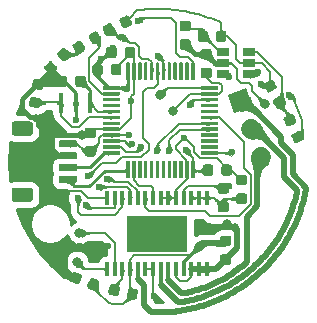
<source format=gbr>
%TF.GenerationSoftware,KiCad,Pcbnew,(5.1.5)-3*%
%TF.CreationDate,2021-01-24T02:28:12+08:00*%
%TF.ProjectId,STM32_FOC,53544d33-325f-4464-9f43-2e6b69636164,rev?*%
%TF.SameCoordinates,Original*%
%TF.FileFunction,Copper,L1,Top*%
%TF.FilePolarity,Positive*%
%FSLAX46Y46*%
G04 Gerber Fmt 4.6, Leading zero omitted, Abs format (unit mm)*
G04 Created by KiCad (PCBNEW (5.1.5)-3) date 2021-01-24 02:28:12*
%MOMM*%
%LPD*%
G04 APERTURE LIST*
%TA.AperFunction,SMDPad,CuDef*%
%ADD10R,0.304800X1.239520*%
%TD*%
%TA.AperFunction,SMDPad,CuDef*%
%ADD11R,5.199380X3.098800*%
%TD*%
%TA.AperFunction,SMDPad,CuDef*%
%ADD12R,0.400000X1.800000*%
%TD*%
%TA.AperFunction,SMDPad,CuDef*%
%ADD13R,0.400000X1.600000*%
%TD*%
%TA.AperFunction,SMDPad,CuDef*%
%ADD14C,0.100000*%
%TD*%
%TA.AperFunction,SMDPad,CuDef*%
%ADD15R,1.060000X0.650000*%
%TD*%
%TA.AperFunction,ComponentPad*%
%ADD16C,1.700000*%
%TD*%
%TA.AperFunction,ComponentPad*%
%ADD17C,0.100000*%
%TD*%
%TA.AperFunction,ViaPad*%
%ADD18C,0.600000*%
%TD*%
%TA.AperFunction,ViaPad*%
%ADD19C,0.800000*%
%TD*%
%TA.AperFunction,Conductor*%
%ADD20C,0.250000*%
%TD*%
%TA.AperFunction,Conductor*%
%ADD21C,0.300000*%
%TD*%
%TA.AperFunction,Conductor*%
%ADD22C,0.200000*%
%TD*%
%TA.AperFunction,Conductor*%
%ADD23C,0.500000*%
%TD*%
%TA.AperFunction,Conductor*%
%ADD24C,0.400000*%
%TD*%
%TA.AperFunction,Conductor*%
%ADD25C,0.254000*%
%TD*%
%TA.AperFunction,Conductor*%
%ADD26C,0.025400*%
%TD*%
G04 APERTURE END LIST*
D10*
%TO.P,U4,1*%
%TO.N,Net-(C18-Pad1)*%
X95705980Y-109130380D03*
%TO.P,U4,2*%
%TO.N,Net-(C18-Pad2)*%
X96356220Y-109130380D03*
%TO.P,U4,3*%
%TO.N,Net-(C17-Pad1)*%
X97006460Y-109130380D03*
%TO.P,U4,4*%
%TO.N,+12V*%
X97656700Y-109130380D03*
%TO.P,U4,5*%
%TO.N,U*%
X98306940Y-109130380D03*
%TO.P,U4,6*%
%TO.N,GND*%
X98957180Y-109130380D03*
%TO.P,U4,7*%
X99607420Y-109130380D03*
%TO.P,U4,8*%
%TO.N,V*%
X100252580Y-109130380D03*
%TO.P,U4,9*%
%TO.N,W*%
X100902820Y-109130380D03*
%TO.P,U4,10*%
%TO.N,GND*%
X101553060Y-109130380D03*
%TO.P,U4,11*%
%TO.N,+12V*%
X102203300Y-109130380D03*
%TO.P,U4,12*%
%TO.N,GND*%
X102853540Y-109130380D03*
%TO.P,U4,13*%
X103503780Y-109130380D03*
%TO.P,U4,14*%
X104154020Y-109130380D03*
%TO.P,U4,15*%
%TO.N,Net-(C19-Pad1)*%
X104154020Y-103049620D03*
%TO.P,U4,16*%
X103503780Y-103049620D03*
%TO.P,U4,17*%
X102853540Y-103049620D03*
%TO.P,U4,18*%
%TO.N,ERROR*%
X102203300Y-103049620D03*
%TO.P,U4,19*%
%TO.N,GND*%
X101553060Y-103049620D03*
%TO.P,U4,20*%
X100902820Y-103049620D03*
%TO.P,U4,21*%
X100252580Y-103049620D03*
%TO.P,U4,22*%
%TO.N,EN3*%
X99607420Y-103049620D03*
%TO.P,U4,23*%
%TO.N,PWMC*%
X98957180Y-103049620D03*
%TO.P,U4,24*%
%TO.N,EN2*%
X98306940Y-103049620D03*
%TO.P,U4,25*%
%TO.N,PWMB*%
X97656700Y-103049620D03*
%TO.P,U4,26*%
%TO.N,EN1*%
X97006460Y-103049620D03*
%TO.P,U4,27*%
%TO.N,PWMA*%
X96356220Y-103049620D03*
%TO.P,U4,28*%
%TO.N,GND*%
X95705980Y-103049620D03*
D11*
%TO.P,U4,PWRP*%
%TO.N,N/C*%
X99930000Y-106090000D03*
%TD*%
D12*
%TO.P,Y1,1*%
%TO.N,HSE_OUT*%
X91840000Y-95060000D03*
D13*
%TO.P,Y1,3*%
%TO.N,GND*%
X93040000Y-95060000D03*
D12*
%TO.P,Y1,2*%
%TO.N,HSE_IN*%
X94240000Y-95060000D03*
%TD*%
%TA.AperFunction,SMDPad,CuDef*%
D14*
%TO.P,J4,1*%
%TO.N,+3V3*%
G36*
X93039703Y-98200722D02*
G01*
X93054264Y-98202882D01*
X93068543Y-98206459D01*
X93082403Y-98211418D01*
X93095710Y-98217712D01*
X93108336Y-98225280D01*
X93120159Y-98234048D01*
X93131066Y-98243934D01*
X93140952Y-98254841D01*
X93149720Y-98266664D01*
X93157288Y-98279290D01*
X93163582Y-98292597D01*
X93168541Y-98306457D01*
X93172118Y-98320736D01*
X93174278Y-98335297D01*
X93175000Y-98350000D01*
X93175000Y-98650000D01*
X93174278Y-98664703D01*
X93172118Y-98679264D01*
X93168541Y-98693543D01*
X93163582Y-98707403D01*
X93157288Y-98720710D01*
X93149720Y-98733336D01*
X93140952Y-98745159D01*
X93131066Y-98756066D01*
X93120159Y-98765952D01*
X93108336Y-98774720D01*
X93095710Y-98782288D01*
X93082403Y-98788582D01*
X93068543Y-98793541D01*
X93054264Y-98797118D01*
X93039703Y-98799278D01*
X93025000Y-98800000D01*
X91775000Y-98800000D01*
X91760297Y-98799278D01*
X91745736Y-98797118D01*
X91731457Y-98793541D01*
X91717597Y-98788582D01*
X91704290Y-98782288D01*
X91691664Y-98774720D01*
X91679841Y-98765952D01*
X91668934Y-98756066D01*
X91659048Y-98745159D01*
X91650280Y-98733336D01*
X91642712Y-98720710D01*
X91636418Y-98707403D01*
X91631459Y-98693543D01*
X91627882Y-98679264D01*
X91625722Y-98664703D01*
X91625000Y-98650000D01*
X91625000Y-98350000D01*
X91625722Y-98335297D01*
X91627882Y-98320736D01*
X91631459Y-98306457D01*
X91636418Y-98292597D01*
X91642712Y-98279290D01*
X91650280Y-98266664D01*
X91659048Y-98254841D01*
X91668934Y-98243934D01*
X91679841Y-98234048D01*
X91691664Y-98225280D01*
X91704290Y-98217712D01*
X91717597Y-98211418D01*
X91731457Y-98206459D01*
X91745736Y-98202882D01*
X91760297Y-98200722D01*
X91775000Y-98200000D01*
X93025000Y-98200000D01*
X93039703Y-98200722D01*
G37*
%TD.AperFunction*%
%TA.AperFunction,SMDPad,CuDef*%
%TO.P,J4,2*%
%TO.N,GND*%
G36*
X93039703Y-99200722D02*
G01*
X93054264Y-99202882D01*
X93068543Y-99206459D01*
X93082403Y-99211418D01*
X93095710Y-99217712D01*
X93108336Y-99225280D01*
X93120159Y-99234048D01*
X93131066Y-99243934D01*
X93140952Y-99254841D01*
X93149720Y-99266664D01*
X93157288Y-99279290D01*
X93163582Y-99292597D01*
X93168541Y-99306457D01*
X93172118Y-99320736D01*
X93174278Y-99335297D01*
X93175000Y-99350000D01*
X93175000Y-99650000D01*
X93174278Y-99664703D01*
X93172118Y-99679264D01*
X93168541Y-99693543D01*
X93163582Y-99707403D01*
X93157288Y-99720710D01*
X93149720Y-99733336D01*
X93140952Y-99745159D01*
X93131066Y-99756066D01*
X93120159Y-99765952D01*
X93108336Y-99774720D01*
X93095710Y-99782288D01*
X93082403Y-99788582D01*
X93068543Y-99793541D01*
X93054264Y-99797118D01*
X93039703Y-99799278D01*
X93025000Y-99800000D01*
X91775000Y-99800000D01*
X91760297Y-99799278D01*
X91745736Y-99797118D01*
X91731457Y-99793541D01*
X91717597Y-99788582D01*
X91704290Y-99782288D01*
X91691664Y-99774720D01*
X91679841Y-99765952D01*
X91668934Y-99756066D01*
X91659048Y-99745159D01*
X91650280Y-99733336D01*
X91642712Y-99720710D01*
X91636418Y-99707403D01*
X91631459Y-99693543D01*
X91627882Y-99679264D01*
X91625722Y-99664703D01*
X91625000Y-99650000D01*
X91625000Y-99350000D01*
X91625722Y-99335297D01*
X91627882Y-99320736D01*
X91631459Y-99306457D01*
X91636418Y-99292597D01*
X91642712Y-99279290D01*
X91650280Y-99266664D01*
X91659048Y-99254841D01*
X91668934Y-99243934D01*
X91679841Y-99234048D01*
X91691664Y-99225280D01*
X91704290Y-99217712D01*
X91717597Y-99211418D01*
X91731457Y-99206459D01*
X91745736Y-99202882D01*
X91760297Y-99200722D01*
X91775000Y-99200000D01*
X93025000Y-99200000D01*
X93039703Y-99200722D01*
G37*
%TD.AperFunction*%
%TA.AperFunction,SMDPad,CuDef*%
%TO.P,J4,3*%
%TO.N,USART2_TX*%
G36*
X93039703Y-100200722D02*
G01*
X93054264Y-100202882D01*
X93068543Y-100206459D01*
X93082403Y-100211418D01*
X93095710Y-100217712D01*
X93108336Y-100225280D01*
X93120159Y-100234048D01*
X93131066Y-100243934D01*
X93140952Y-100254841D01*
X93149720Y-100266664D01*
X93157288Y-100279290D01*
X93163582Y-100292597D01*
X93168541Y-100306457D01*
X93172118Y-100320736D01*
X93174278Y-100335297D01*
X93175000Y-100350000D01*
X93175000Y-100650000D01*
X93174278Y-100664703D01*
X93172118Y-100679264D01*
X93168541Y-100693543D01*
X93163582Y-100707403D01*
X93157288Y-100720710D01*
X93149720Y-100733336D01*
X93140952Y-100745159D01*
X93131066Y-100756066D01*
X93120159Y-100765952D01*
X93108336Y-100774720D01*
X93095710Y-100782288D01*
X93082403Y-100788582D01*
X93068543Y-100793541D01*
X93054264Y-100797118D01*
X93039703Y-100799278D01*
X93025000Y-100800000D01*
X91775000Y-100800000D01*
X91760297Y-100799278D01*
X91745736Y-100797118D01*
X91731457Y-100793541D01*
X91717597Y-100788582D01*
X91704290Y-100782288D01*
X91691664Y-100774720D01*
X91679841Y-100765952D01*
X91668934Y-100756066D01*
X91659048Y-100745159D01*
X91650280Y-100733336D01*
X91642712Y-100720710D01*
X91636418Y-100707403D01*
X91631459Y-100693543D01*
X91627882Y-100679264D01*
X91625722Y-100664703D01*
X91625000Y-100650000D01*
X91625000Y-100350000D01*
X91625722Y-100335297D01*
X91627882Y-100320736D01*
X91631459Y-100306457D01*
X91636418Y-100292597D01*
X91642712Y-100279290D01*
X91650280Y-100266664D01*
X91659048Y-100254841D01*
X91668934Y-100243934D01*
X91679841Y-100234048D01*
X91691664Y-100225280D01*
X91704290Y-100217712D01*
X91717597Y-100211418D01*
X91731457Y-100206459D01*
X91745736Y-100202882D01*
X91760297Y-100200722D01*
X91775000Y-100200000D01*
X93025000Y-100200000D01*
X93039703Y-100200722D01*
G37*
%TD.AperFunction*%
%TA.AperFunction,SMDPad,CuDef*%
%TO.P,J4,4*%
%TO.N,USART2_RX*%
G36*
X93039703Y-101200722D02*
G01*
X93054264Y-101202882D01*
X93068543Y-101206459D01*
X93082403Y-101211418D01*
X93095710Y-101217712D01*
X93108336Y-101225280D01*
X93120159Y-101234048D01*
X93131066Y-101243934D01*
X93140952Y-101254841D01*
X93149720Y-101266664D01*
X93157288Y-101279290D01*
X93163582Y-101292597D01*
X93168541Y-101306457D01*
X93172118Y-101320736D01*
X93174278Y-101335297D01*
X93175000Y-101350000D01*
X93175000Y-101650000D01*
X93174278Y-101664703D01*
X93172118Y-101679264D01*
X93168541Y-101693543D01*
X93163582Y-101707403D01*
X93157288Y-101720710D01*
X93149720Y-101733336D01*
X93140952Y-101745159D01*
X93131066Y-101756066D01*
X93120159Y-101765952D01*
X93108336Y-101774720D01*
X93095710Y-101782288D01*
X93082403Y-101788582D01*
X93068543Y-101793541D01*
X93054264Y-101797118D01*
X93039703Y-101799278D01*
X93025000Y-101800000D01*
X91775000Y-101800000D01*
X91760297Y-101799278D01*
X91745736Y-101797118D01*
X91731457Y-101793541D01*
X91717597Y-101788582D01*
X91704290Y-101782288D01*
X91691664Y-101774720D01*
X91679841Y-101765952D01*
X91668934Y-101756066D01*
X91659048Y-101745159D01*
X91650280Y-101733336D01*
X91642712Y-101720710D01*
X91636418Y-101707403D01*
X91631459Y-101693543D01*
X91627882Y-101679264D01*
X91625722Y-101664703D01*
X91625000Y-101650000D01*
X91625000Y-101350000D01*
X91625722Y-101335297D01*
X91627882Y-101320736D01*
X91631459Y-101306457D01*
X91636418Y-101292597D01*
X91642712Y-101279290D01*
X91650280Y-101266664D01*
X91659048Y-101254841D01*
X91668934Y-101243934D01*
X91679841Y-101234048D01*
X91691664Y-101225280D01*
X91704290Y-101217712D01*
X91717597Y-101211418D01*
X91731457Y-101206459D01*
X91745736Y-101202882D01*
X91760297Y-101200722D01*
X91775000Y-101200000D01*
X93025000Y-101200000D01*
X93039703Y-101200722D01*
G37*
%TD.AperFunction*%
%TA.AperFunction,SMDPad,CuDef*%
%TO.P,J4,MP*%
%TO.N,N/C*%
G36*
X89199505Y-96601204D02*
G01*
X89223773Y-96604804D01*
X89247572Y-96610765D01*
X89270671Y-96619030D01*
X89292850Y-96629520D01*
X89313893Y-96642132D01*
X89333599Y-96656747D01*
X89351777Y-96673223D01*
X89368253Y-96691401D01*
X89382868Y-96711107D01*
X89395480Y-96732150D01*
X89405970Y-96754329D01*
X89414235Y-96777428D01*
X89420196Y-96801227D01*
X89423796Y-96825495D01*
X89425000Y-96849999D01*
X89425000Y-97550001D01*
X89423796Y-97574505D01*
X89420196Y-97598773D01*
X89414235Y-97622572D01*
X89405970Y-97645671D01*
X89395480Y-97667850D01*
X89382868Y-97688893D01*
X89368253Y-97708599D01*
X89351777Y-97726777D01*
X89333599Y-97743253D01*
X89313893Y-97757868D01*
X89292850Y-97770480D01*
X89270671Y-97780970D01*
X89247572Y-97789235D01*
X89223773Y-97795196D01*
X89199505Y-97798796D01*
X89175001Y-97800000D01*
X87874999Y-97800000D01*
X87850495Y-97798796D01*
X87826227Y-97795196D01*
X87802428Y-97789235D01*
X87779329Y-97780970D01*
X87757150Y-97770480D01*
X87736107Y-97757868D01*
X87716401Y-97743253D01*
X87698223Y-97726777D01*
X87681747Y-97708599D01*
X87667132Y-97688893D01*
X87654520Y-97667850D01*
X87644030Y-97645671D01*
X87635765Y-97622572D01*
X87629804Y-97598773D01*
X87626204Y-97574505D01*
X87625000Y-97550001D01*
X87625000Y-96849999D01*
X87626204Y-96825495D01*
X87629804Y-96801227D01*
X87635765Y-96777428D01*
X87644030Y-96754329D01*
X87654520Y-96732150D01*
X87667132Y-96711107D01*
X87681747Y-96691401D01*
X87698223Y-96673223D01*
X87716401Y-96656747D01*
X87736107Y-96642132D01*
X87757150Y-96629520D01*
X87779329Y-96619030D01*
X87802428Y-96610765D01*
X87826227Y-96604804D01*
X87850495Y-96601204D01*
X87874999Y-96600000D01*
X89175001Y-96600000D01*
X89199505Y-96601204D01*
G37*
%TD.AperFunction*%
%TA.AperFunction,SMDPad,CuDef*%
G36*
X89199505Y-102201204D02*
G01*
X89223773Y-102204804D01*
X89247572Y-102210765D01*
X89270671Y-102219030D01*
X89292850Y-102229520D01*
X89313893Y-102242132D01*
X89333599Y-102256747D01*
X89351777Y-102273223D01*
X89368253Y-102291401D01*
X89382868Y-102311107D01*
X89395480Y-102332150D01*
X89405970Y-102354329D01*
X89414235Y-102377428D01*
X89420196Y-102401227D01*
X89423796Y-102425495D01*
X89425000Y-102449999D01*
X89425000Y-103150001D01*
X89423796Y-103174505D01*
X89420196Y-103198773D01*
X89414235Y-103222572D01*
X89405970Y-103245671D01*
X89395480Y-103267850D01*
X89382868Y-103288893D01*
X89368253Y-103308599D01*
X89351777Y-103326777D01*
X89333599Y-103343253D01*
X89313893Y-103357868D01*
X89292850Y-103370480D01*
X89270671Y-103380970D01*
X89247572Y-103389235D01*
X89223773Y-103395196D01*
X89199505Y-103398796D01*
X89175001Y-103400000D01*
X87874999Y-103400000D01*
X87850495Y-103398796D01*
X87826227Y-103395196D01*
X87802428Y-103389235D01*
X87779329Y-103380970D01*
X87757150Y-103370480D01*
X87736107Y-103357868D01*
X87716401Y-103343253D01*
X87698223Y-103326777D01*
X87681747Y-103308599D01*
X87667132Y-103288893D01*
X87654520Y-103267850D01*
X87644030Y-103245671D01*
X87635765Y-103222572D01*
X87629804Y-103198773D01*
X87626204Y-103174505D01*
X87625000Y-103150001D01*
X87625000Y-102449999D01*
X87626204Y-102425495D01*
X87629804Y-102401227D01*
X87635765Y-102377428D01*
X87644030Y-102354329D01*
X87654520Y-102332150D01*
X87667132Y-102311107D01*
X87681747Y-102291401D01*
X87698223Y-102273223D01*
X87716401Y-102256747D01*
X87736107Y-102242132D01*
X87757150Y-102229520D01*
X87779329Y-102219030D01*
X87802428Y-102210765D01*
X87826227Y-102204804D01*
X87850495Y-102201204D01*
X87874999Y-102200000D01*
X89175001Y-102200000D01*
X89199505Y-102201204D01*
G37*
%TD.AperFunction*%
%TD*%
D15*
%TO.P,U2,5*%
%TO.N,+12V*%
X105490000Y-91670000D03*
%TO.P,U2,6*%
%TO.N,Net-(C9-Pad2)*%
X105490000Y-92620000D03*
%TO.P,U2,4*%
%TO.N,Net-(R3-Pad2)*%
X105490000Y-90720000D03*
%TO.P,U2,3*%
%TO.N,Net-(R5-Pad2)*%
X107690000Y-90720000D03*
%TO.P,U2,2*%
%TO.N,GND*%
X107690000Y-91670000D03*
%TO.P,U2,1*%
%TO.N,Net-(C9-Pad1)*%
X107690000Y-92620000D03*
%TD*%
%TA.AperFunction,SMDPad,CuDef*%
D14*
%TO.P,U1,1*%
%TO.N,+3V3*%
G36*
X96737351Y-93610361D02*
G01*
X96744632Y-93611441D01*
X96751771Y-93613229D01*
X96758701Y-93615709D01*
X96765355Y-93618856D01*
X96771668Y-93622640D01*
X96777579Y-93627024D01*
X96783033Y-93631967D01*
X96787976Y-93637421D01*
X96792360Y-93643332D01*
X96796144Y-93649645D01*
X96799291Y-93656299D01*
X96801771Y-93663229D01*
X96803559Y-93670368D01*
X96804639Y-93677649D01*
X96805000Y-93685000D01*
X96805000Y-93835000D01*
X96804639Y-93842351D01*
X96803559Y-93849632D01*
X96801771Y-93856771D01*
X96799291Y-93863701D01*
X96796144Y-93870355D01*
X96792360Y-93876668D01*
X96787976Y-93882579D01*
X96783033Y-93888033D01*
X96777579Y-93892976D01*
X96771668Y-93897360D01*
X96765355Y-93901144D01*
X96758701Y-93904291D01*
X96751771Y-93906771D01*
X96744632Y-93908559D01*
X96737351Y-93909639D01*
X96730000Y-93910000D01*
X95405000Y-93910000D01*
X95397649Y-93909639D01*
X95390368Y-93908559D01*
X95383229Y-93906771D01*
X95376299Y-93904291D01*
X95369645Y-93901144D01*
X95363332Y-93897360D01*
X95357421Y-93892976D01*
X95351967Y-93888033D01*
X95347024Y-93882579D01*
X95342640Y-93876668D01*
X95338856Y-93870355D01*
X95335709Y-93863701D01*
X95333229Y-93856771D01*
X95331441Y-93849632D01*
X95330361Y-93842351D01*
X95330000Y-93835000D01*
X95330000Y-93685000D01*
X95330361Y-93677649D01*
X95331441Y-93670368D01*
X95333229Y-93663229D01*
X95335709Y-93656299D01*
X95338856Y-93649645D01*
X95342640Y-93643332D01*
X95347024Y-93637421D01*
X95351967Y-93631967D01*
X95357421Y-93627024D01*
X95363332Y-93622640D01*
X95369645Y-93618856D01*
X95376299Y-93615709D01*
X95383229Y-93613229D01*
X95390368Y-93611441D01*
X95397649Y-93610361D01*
X95405000Y-93610000D01*
X96730000Y-93610000D01*
X96737351Y-93610361D01*
G37*
%TD.AperFunction*%
%TA.AperFunction,SMDPad,CuDef*%
%TO.P,U1,2*%
%TO.N,Net-(D2-Pad2)*%
G36*
X96737351Y-94110361D02*
G01*
X96744632Y-94111441D01*
X96751771Y-94113229D01*
X96758701Y-94115709D01*
X96765355Y-94118856D01*
X96771668Y-94122640D01*
X96777579Y-94127024D01*
X96783033Y-94131967D01*
X96787976Y-94137421D01*
X96792360Y-94143332D01*
X96796144Y-94149645D01*
X96799291Y-94156299D01*
X96801771Y-94163229D01*
X96803559Y-94170368D01*
X96804639Y-94177649D01*
X96805000Y-94185000D01*
X96805000Y-94335000D01*
X96804639Y-94342351D01*
X96803559Y-94349632D01*
X96801771Y-94356771D01*
X96799291Y-94363701D01*
X96796144Y-94370355D01*
X96792360Y-94376668D01*
X96787976Y-94382579D01*
X96783033Y-94388033D01*
X96777579Y-94392976D01*
X96771668Y-94397360D01*
X96765355Y-94401144D01*
X96758701Y-94404291D01*
X96751771Y-94406771D01*
X96744632Y-94408559D01*
X96737351Y-94409639D01*
X96730000Y-94410000D01*
X95405000Y-94410000D01*
X95397649Y-94409639D01*
X95390368Y-94408559D01*
X95383229Y-94406771D01*
X95376299Y-94404291D01*
X95369645Y-94401144D01*
X95363332Y-94397360D01*
X95357421Y-94392976D01*
X95351967Y-94388033D01*
X95347024Y-94382579D01*
X95342640Y-94376668D01*
X95338856Y-94370355D01*
X95335709Y-94363701D01*
X95333229Y-94356771D01*
X95331441Y-94349632D01*
X95330361Y-94342351D01*
X95330000Y-94335000D01*
X95330000Y-94185000D01*
X95330361Y-94177649D01*
X95331441Y-94170368D01*
X95333229Y-94163229D01*
X95335709Y-94156299D01*
X95338856Y-94149645D01*
X95342640Y-94143332D01*
X95347024Y-94137421D01*
X95351967Y-94131967D01*
X95357421Y-94127024D01*
X95363332Y-94122640D01*
X95369645Y-94118856D01*
X95376299Y-94115709D01*
X95383229Y-94113229D01*
X95390368Y-94111441D01*
X95397649Y-94110361D01*
X95405000Y-94110000D01*
X96730000Y-94110000D01*
X96737351Y-94110361D01*
G37*
%TD.AperFunction*%
%TA.AperFunction,SMDPad,CuDef*%
%TO.P,U1,3*%
%TO.N,Net-(U1-Pad3)*%
G36*
X96737351Y-94610361D02*
G01*
X96744632Y-94611441D01*
X96751771Y-94613229D01*
X96758701Y-94615709D01*
X96765355Y-94618856D01*
X96771668Y-94622640D01*
X96777579Y-94627024D01*
X96783033Y-94631967D01*
X96787976Y-94637421D01*
X96792360Y-94643332D01*
X96796144Y-94649645D01*
X96799291Y-94656299D01*
X96801771Y-94663229D01*
X96803559Y-94670368D01*
X96804639Y-94677649D01*
X96805000Y-94685000D01*
X96805000Y-94835000D01*
X96804639Y-94842351D01*
X96803559Y-94849632D01*
X96801771Y-94856771D01*
X96799291Y-94863701D01*
X96796144Y-94870355D01*
X96792360Y-94876668D01*
X96787976Y-94882579D01*
X96783033Y-94888033D01*
X96777579Y-94892976D01*
X96771668Y-94897360D01*
X96765355Y-94901144D01*
X96758701Y-94904291D01*
X96751771Y-94906771D01*
X96744632Y-94908559D01*
X96737351Y-94909639D01*
X96730000Y-94910000D01*
X95405000Y-94910000D01*
X95397649Y-94909639D01*
X95390368Y-94908559D01*
X95383229Y-94906771D01*
X95376299Y-94904291D01*
X95369645Y-94901144D01*
X95363332Y-94897360D01*
X95357421Y-94892976D01*
X95351967Y-94888033D01*
X95347024Y-94882579D01*
X95342640Y-94876668D01*
X95338856Y-94870355D01*
X95335709Y-94863701D01*
X95333229Y-94856771D01*
X95331441Y-94849632D01*
X95330361Y-94842351D01*
X95330000Y-94835000D01*
X95330000Y-94685000D01*
X95330361Y-94677649D01*
X95331441Y-94670368D01*
X95333229Y-94663229D01*
X95335709Y-94656299D01*
X95338856Y-94649645D01*
X95342640Y-94643332D01*
X95347024Y-94637421D01*
X95351967Y-94631967D01*
X95357421Y-94627024D01*
X95363332Y-94622640D01*
X95369645Y-94618856D01*
X95376299Y-94615709D01*
X95383229Y-94613229D01*
X95390368Y-94611441D01*
X95397649Y-94610361D01*
X95405000Y-94610000D01*
X96730000Y-94610000D01*
X96737351Y-94610361D01*
G37*
%TD.AperFunction*%
%TA.AperFunction,SMDPad,CuDef*%
%TO.P,U1,4*%
%TO.N,Net-(U1-Pad4)*%
G36*
X96737351Y-95110361D02*
G01*
X96744632Y-95111441D01*
X96751771Y-95113229D01*
X96758701Y-95115709D01*
X96765355Y-95118856D01*
X96771668Y-95122640D01*
X96777579Y-95127024D01*
X96783033Y-95131967D01*
X96787976Y-95137421D01*
X96792360Y-95143332D01*
X96796144Y-95149645D01*
X96799291Y-95156299D01*
X96801771Y-95163229D01*
X96803559Y-95170368D01*
X96804639Y-95177649D01*
X96805000Y-95185000D01*
X96805000Y-95335000D01*
X96804639Y-95342351D01*
X96803559Y-95349632D01*
X96801771Y-95356771D01*
X96799291Y-95363701D01*
X96796144Y-95370355D01*
X96792360Y-95376668D01*
X96787976Y-95382579D01*
X96783033Y-95388033D01*
X96777579Y-95392976D01*
X96771668Y-95397360D01*
X96765355Y-95401144D01*
X96758701Y-95404291D01*
X96751771Y-95406771D01*
X96744632Y-95408559D01*
X96737351Y-95409639D01*
X96730000Y-95410000D01*
X95405000Y-95410000D01*
X95397649Y-95409639D01*
X95390368Y-95408559D01*
X95383229Y-95406771D01*
X95376299Y-95404291D01*
X95369645Y-95401144D01*
X95363332Y-95397360D01*
X95357421Y-95392976D01*
X95351967Y-95388033D01*
X95347024Y-95382579D01*
X95342640Y-95376668D01*
X95338856Y-95370355D01*
X95335709Y-95363701D01*
X95333229Y-95356771D01*
X95331441Y-95349632D01*
X95330361Y-95342351D01*
X95330000Y-95335000D01*
X95330000Y-95185000D01*
X95330361Y-95177649D01*
X95331441Y-95170368D01*
X95333229Y-95163229D01*
X95335709Y-95156299D01*
X95338856Y-95149645D01*
X95342640Y-95143332D01*
X95347024Y-95137421D01*
X95351967Y-95131967D01*
X95357421Y-95127024D01*
X95363332Y-95122640D01*
X95369645Y-95118856D01*
X95376299Y-95115709D01*
X95383229Y-95113229D01*
X95390368Y-95111441D01*
X95397649Y-95110361D01*
X95405000Y-95110000D01*
X96730000Y-95110000D01*
X96737351Y-95110361D01*
G37*
%TD.AperFunction*%
%TA.AperFunction,SMDPad,CuDef*%
%TO.P,U1,5*%
%TO.N,HSE_IN*%
G36*
X96737351Y-95610361D02*
G01*
X96744632Y-95611441D01*
X96751771Y-95613229D01*
X96758701Y-95615709D01*
X96765355Y-95618856D01*
X96771668Y-95622640D01*
X96777579Y-95627024D01*
X96783033Y-95631967D01*
X96787976Y-95637421D01*
X96792360Y-95643332D01*
X96796144Y-95649645D01*
X96799291Y-95656299D01*
X96801771Y-95663229D01*
X96803559Y-95670368D01*
X96804639Y-95677649D01*
X96805000Y-95685000D01*
X96805000Y-95835000D01*
X96804639Y-95842351D01*
X96803559Y-95849632D01*
X96801771Y-95856771D01*
X96799291Y-95863701D01*
X96796144Y-95870355D01*
X96792360Y-95876668D01*
X96787976Y-95882579D01*
X96783033Y-95888033D01*
X96777579Y-95892976D01*
X96771668Y-95897360D01*
X96765355Y-95901144D01*
X96758701Y-95904291D01*
X96751771Y-95906771D01*
X96744632Y-95908559D01*
X96737351Y-95909639D01*
X96730000Y-95910000D01*
X95405000Y-95910000D01*
X95397649Y-95909639D01*
X95390368Y-95908559D01*
X95383229Y-95906771D01*
X95376299Y-95904291D01*
X95369645Y-95901144D01*
X95363332Y-95897360D01*
X95357421Y-95892976D01*
X95351967Y-95888033D01*
X95347024Y-95882579D01*
X95342640Y-95876668D01*
X95338856Y-95870355D01*
X95335709Y-95863701D01*
X95333229Y-95856771D01*
X95331441Y-95849632D01*
X95330361Y-95842351D01*
X95330000Y-95835000D01*
X95330000Y-95685000D01*
X95330361Y-95677649D01*
X95331441Y-95670368D01*
X95333229Y-95663229D01*
X95335709Y-95656299D01*
X95338856Y-95649645D01*
X95342640Y-95643332D01*
X95347024Y-95637421D01*
X95351967Y-95631967D01*
X95357421Y-95627024D01*
X95363332Y-95622640D01*
X95369645Y-95618856D01*
X95376299Y-95615709D01*
X95383229Y-95613229D01*
X95390368Y-95611441D01*
X95397649Y-95610361D01*
X95405000Y-95610000D01*
X96730000Y-95610000D01*
X96737351Y-95610361D01*
G37*
%TD.AperFunction*%
%TA.AperFunction,SMDPad,CuDef*%
%TO.P,U1,6*%
%TO.N,HSE_OUT*%
G36*
X96737351Y-96110361D02*
G01*
X96744632Y-96111441D01*
X96751771Y-96113229D01*
X96758701Y-96115709D01*
X96765355Y-96118856D01*
X96771668Y-96122640D01*
X96777579Y-96127024D01*
X96783033Y-96131967D01*
X96787976Y-96137421D01*
X96792360Y-96143332D01*
X96796144Y-96149645D01*
X96799291Y-96156299D01*
X96801771Y-96163229D01*
X96803559Y-96170368D01*
X96804639Y-96177649D01*
X96805000Y-96185000D01*
X96805000Y-96335000D01*
X96804639Y-96342351D01*
X96803559Y-96349632D01*
X96801771Y-96356771D01*
X96799291Y-96363701D01*
X96796144Y-96370355D01*
X96792360Y-96376668D01*
X96787976Y-96382579D01*
X96783033Y-96388033D01*
X96777579Y-96392976D01*
X96771668Y-96397360D01*
X96765355Y-96401144D01*
X96758701Y-96404291D01*
X96751771Y-96406771D01*
X96744632Y-96408559D01*
X96737351Y-96409639D01*
X96730000Y-96410000D01*
X95405000Y-96410000D01*
X95397649Y-96409639D01*
X95390368Y-96408559D01*
X95383229Y-96406771D01*
X95376299Y-96404291D01*
X95369645Y-96401144D01*
X95363332Y-96397360D01*
X95357421Y-96392976D01*
X95351967Y-96388033D01*
X95347024Y-96382579D01*
X95342640Y-96376668D01*
X95338856Y-96370355D01*
X95335709Y-96363701D01*
X95333229Y-96356771D01*
X95331441Y-96349632D01*
X95330361Y-96342351D01*
X95330000Y-96335000D01*
X95330000Y-96185000D01*
X95330361Y-96177649D01*
X95331441Y-96170368D01*
X95333229Y-96163229D01*
X95335709Y-96156299D01*
X95338856Y-96149645D01*
X95342640Y-96143332D01*
X95347024Y-96137421D01*
X95351967Y-96131967D01*
X95357421Y-96127024D01*
X95363332Y-96122640D01*
X95369645Y-96118856D01*
X95376299Y-96115709D01*
X95383229Y-96113229D01*
X95390368Y-96111441D01*
X95397649Y-96110361D01*
X95405000Y-96110000D01*
X96730000Y-96110000D01*
X96737351Y-96110361D01*
G37*
%TD.AperFunction*%
%TA.AperFunction,SMDPad,CuDef*%
%TO.P,U1,7*%
%TO.N,NRST*%
G36*
X96737351Y-96610361D02*
G01*
X96744632Y-96611441D01*
X96751771Y-96613229D01*
X96758701Y-96615709D01*
X96765355Y-96618856D01*
X96771668Y-96622640D01*
X96777579Y-96627024D01*
X96783033Y-96631967D01*
X96787976Y-96637421D01*
X96792360Y-96643332D01*
X96796144Y-96649645D01*
X96799291Y-96656299D01*
X96801771Y-96663229D01*
X96803559Y-96670368D01*
X96804639Y-96677649D01*
X96805000Y-96685000D01*
X96805000Y-96835000D01*
X96804639Y-96842351D01*
X96803559Y-96849632D01*
X96801771Y-96856771D01*
X96799291Y-96863701D01*
X96796144Y-96870355D01*
X96792360Y-96876668D01*
X96787976Y-96882579D01*
X96783033Y-96888033D01*
X96777579Y-96892976D01*
X96771668Y-96897360D01*
X96765355Y-96901144D01*
X96758701Y-96904291D01*
X96751771Y-96906771D01*
X96744632Y-96908559D01*
X96737351Y-96909639D01*
X96730000Y-96910000D01*
X95405000Y-96910000D01*
X95397649Y-96909639D01*
X95390368Y-96908559D01*
X95383229Y-96906771D01*
X95376299Y-96904291D01*
X95369645Y-96901144D01*
X95363332Y-96897360D01*
X95357421Y-96892976D01*
X95351967Y-96888033D01*
X95347024Y-96882579D01*
X95342640Y-96876668D01*
X95338856Y-96870355D01*
X95335709Y-96863701D01*
X95333229Y-96856771D01*
X95331441Y-96849632D01*
X95330361Y-96842351D01*
X95330000Y-96835000D01*
X95330000Y-96685000D01*
X95330361Y-96677649D01*
X95331441Y-96670368D01*
X95333229Y-96663229D01*
X95335709Y-96656299D01*
X95338856Y-96649645D01*
X95342640Y-96643332D01*
X95347024Y-96637421D01*
X95351967Y-96631967D01*
X95357421Y-96627024D01*
X95363332Y-96622640D01*
X95369645Y-96618856D01*
X95376299Y-96615709D01*
X95383229Y-96613229D01*
X95390368Y-96611441D01*
X95397649Y-96610361D01*
X95405000Y-96610000D01*
X96730000Y-96610000D01*
X96737351Y-96610361D01*
G37*
%TD.AperFunction*%
%TA.AperFunction,SMDPad,CuDef*%
%TO.P,U1,8*%
%TO.N,GND*%
G36*
X96737351Y-97110361D02*
G01*
X96744632Y-97111441D01*
X96751771Y-97113229D01*
X96758701Y-97115709D01*
X96765355Y-97118856D01*
X96771668Y-97122640D01*
X96777579Y-97127024D01*
X96783033Y-97131967D01*
X96787976Y-97137421D01*
X96792360Y-97143332D01*
X96796144Y-97149645D01*
X96799291Y-97156299D01*
X96801771Y-97163229D01*
X96803559Y-97170368D01*
X96804639Y-97177649D01*
X96805000Y-97185000D01*
X96805000Y-97335000D01*
X96804639Y-97342351D01*
X96803559Y-97349632D01*
X96801771Y-97356771D01*
X96799291Y-97363701D01*
X96796144Y-97370355D01*
X96792360Y-97376668D01*
X96787976Y-97382579D01*
X96783033Y-97388033D01*
X96777579Y-97392976D01*
X96771668Y-97397360D01*
X96765355Y-97401144D01*
X96758701Y-97404291D01*
X96751771Y-97406771D01*
X96744632Y-97408559D01*
X96737351Y-97409639D01*
X96730000Y-97410000D01*
X95405000Y-97410000D01*
X95397649Y-97409639D01*
X95390368Y-97408559D01*
X95383229Y-97406771D01*
X95376299Y-97404291D01*
X95369645Y-97401144D01*
X95363332Y-97397360D01*
X95357421Y-97392976D01*
X95351967Y-97388033D01*
X95347024Y-97382579D01*
X95342640Y-97376668D01*
X95338856Y-97370355D01*
X95335709Y-97363701D01*
X95333229Y-97356771D01*
X95331441Y-97349632D01*
X95330361Y-97342351D01*
X95330000Y-97335000D01*
X95330000Y-97185000D01*
X95330361Y-97177649D01*
X95331441Y-97170368D01*
X95333229Y-97163229D01*
X95335709Y-97156299D01*
X95338856Y-97149645D01*
X95342640Y-97143332D01*
X95347024Y-97137421D01*
X95351967Y-97131967D01*
X95357421Y-97127024D01*
X95363332Y-97122640D01*
X95369645Y-97118856D01*
X95376299Y-97115709D01*
X95383229Y-97113229D01*
X95390368Y-97111441D01*
X95397649Y-97110361D01*
X95405000Y-97110000D01*
X96730000Y-97110000D01*
X96737351Y-97110361D01*
G37*
%TD.AperFunction*%
%TA.AperFunction,SMDPad,CuDef*%
%TO.P,U1,9*%
%TO.N,+3V3*%
G36*
X96737351Y-97610361D02*
G01*
X96744632Y-97611441D01*
X96751771Y-97613229D01*
X96758701Y-97615709D01*
X96765355Y-97618856D01*
X96771668Y-97622640D01*
X96777579Y-97627024D01*
X96783033Y-97631967D01*
X96787976Y-97637421D01*
X96792360Y-97643332D01*
X96796144Y-97649645D01*
X96799291Y-97656299D01*
X96801771Y-97663229D01*
X96803559Y-97670368D01*
X96804639Y-97677649D01*
X96805000Y-97685000D01*
X96805000Y-97835000D01*
X96804639Y-97842351D01*
X96803559Y-97849632D01*
X96801771Y-97856771D01*
X96799291Y-97863701D01*
X96796144Y-97870355D01*
X96792360Y-97876668D01*
X96787976Y-97882579D01*
X96783033Y-97888033D01*
X96777579Y-97892976D01*
X96771668Y-97897360D01*
X96765355Y-97901144D01*
X96758701Y-97904291D01*
X96751771Y-97906771D01*
X96744632Y-97908559D01*
X96737351Y-97909639D01*
X96730000Y-97910000D01*
X95405000Y-97910000D01*
X95397649Y-97909639D01*
X95390368Y-97908559D01*
X95383229Y-97906771D01*
X95376299Y-97904291D01*
X95369645Y-97901144D01*
X95363332Y-97897360D01*
X95357421Y-97892976D01*
X95351967Y-97888033D01*
X95347024Y-97882579D01*
X95342640Y-97876668D01*
X95338856Y-97870355D01*
X95335709Y-97863701D01*
X95333229Y-97856771D01*
X95331441Y-97849632D01*
X95330361Y-97842351D01*
X95330000Y-97835000D01*
X95330000Y-97685000D01*
X95330361Y-97677649D01*
X95331441Y-97670368D01*
X95333229Y-97663229D01*
X95335709Y-97656299D01*
X95338856Y-97649645D01*
X95342640Y-97643332D01*
X95347024Y-97637421D01*
X95351967Y-97631967D01*
X95357421Y-97627024D01*
X95363332Y-97622640D01*
X95369645Y-97618856D01*
X95376299Y-97615709D01*
X95383229Y-97613229D01*
X95390368Y-97611441D01*
X95397649Y-97610361D01*
X95405000Y-97610000D01*
X96730000Y-97610000D01*
X96737351Y-97610361D01*
G37*
%TD.AperFunction*%
%TA.AperFunction,SMDPad,CuDef*%
%TO.P,U1,10*%
%TO.N,EN1*%
G36*
X96737351Y-98110361D02*
G01*
X96744632Y-98111441D01*
X96751771Y-98113229D01*
X96758701Y-98115709D01*
X96765355Y-98118856D01*
X96771668Y-98122640D01*
X96777579Y-98127024D01*
X96783033Y-98131967D01*
X96787976Y-98137421D01*
X96792360Y-98143332D01*
X96796144Y-98149645D01*
X96799291Y-98156299D01*
X96801771Y-98163229D01*
X96803559Y-98170368D01*
X96804639Y-98177649D01*
X96805000Y-98185000D01*
X96805000Y-98335000D01*
X96804639Y-98342351D01*
X96803559Y-98349632D01*
X96801771Y-98356771D01*
X96799291Y-98363701D01*
X96796144Y-98370355D01*
X96792360Y-98376668D01*
X96787976Y-98382579D01*
X96783033Y-98388033D01*
X96777579Y-98392976D01*
X96771668Y-98397360D01*
X96765355Y-98401144D01*
X96758701Y-98404291D01*
X96751771Y-98406771D01*
X96744632Y-98408559D01*
X96737351Y-98409639D01*
X96730000Y-98410000D01*
X95405000Y-98410000D01*
X95397649Y-98409639D01*
X95390368Y-98408559D01*
X95383229Y-98406771D01*
X95376299Y-98404291D01*
X95369645Y-98401144D01*
X95363332Y-98397360D01*
X95357421Y-98392976D01*
X95351967Y-98388033D01*
X95347024Y-98382579D01*
X95342640Y-98376668D01*
X95338856Y-98370355D01*
X95335709Y-98363701D01*
X95333229Y-98356771D01*
X95331441Y-98349632D01*
X95330361Y-98342351D01*
X95330000Y-98335000D01*
X95330000Y-98185000D01*
X95330361Y-98177649D01*
X95331441Y-98170368D01*
X95333229Y-98163229D01*
X95335709Y-98156299D01*
X95338856Y-98149645D01*
X95342640Y-98143332D01*
X95347024Y-98137421D01*
X95351967Y-98131967D01*
X95357421Y-98127024D01*
X95363332Y-98122640D01*
X95369645Y-98118856D01*
X95376299Y-98115709D01*
X95383229Y-98113229D01*
X95390368Y-98111441D01*
X95397649Y-98110361D01*
X95405000Y-98110000D01*
X96730000Y-98110000D01*
X96737351Y-98110361D01*
G37*
%TD.AperFunction*%
%TA.AperFunction,SMDPad,CuDef*%
%TO.P,U1,11*%
%TO.N,EN2*%
G36*
X96737351Y-98610361D02*
G01*
X96744632Y-98611441D01*
X96751771Y-98613229D01*
X96758701Y-98615709D01*
X96765355Y-98618856D01*
X96771668Y-98622640D01*
X96777579Y-98627024D01*
X96783033Y-98631967D01*
X96787976Y-98637421D01*
X96792360Y-98643332D01*
X96796144Y-98649645D01*
X96799291Y-98656299D01*
X96801771Y-98663229D01*
X96803559Y-98670368D01*
X96804639Y-98677649D01*
X96805000Y-98685000D01*
X96805000Y-98835000D01*
X96804639Y-98842351D01*
X96803559Y-98849632D01*
X96801771Y-98856771D01*
X96799291Y-98863701D01*
X96796144Y-98870355D01*
X96792360Y-98876668D01*
X96787976Y-98882579D01*
X96783033Y-98888033D01*
X96777579Y-98892976D01*
X96771668Y-98897360D01*
X96765355Y-98901144D01*
X96758701Y-98904291D01*
X96751771Y-98906771D01*
X96744632Y-98908559D01*
X96737351Y-98909639D01*
X96730000Y-98910000D01*
X95405000Y-98910000D01*
X95397649Y-98909639D01*
X95390368Y-98908559D01*
X95383229Y-98906771D01*
X95376299Y-98904291D01*
X95369645Y-98901144D01*
X95363332Y-98897360D01*
X95357421Y-98892976D01*
X95351967Y-98888033D01*
X95347024Y-98882579D01*
X95342640Y-98876668D01*
X95338856Y-98870355D01*
X95335709Y-98863701D01*
X95333229Y-98856771D01*
X95331441Y-98849632D01*
X95330361Y-98842351D01*
X95330000Y-98835000D01*
X95330000Y-98685000D01*
X95330361Y-98677649D01*
X95331441Y-98670368D01*
X95333229Y-98663229D01*
X95335709Y-98656299D01*
X95338856Y-98649645D01*
X95342640Y-98643332D01*
X95347024Y-98637421D01*
X95351967Y-98631967D01*
X95357421Y-98627024D01*
X95363332Y-98622640D01*
X95369645Y-98618856D01*
X95376299Y-98615709D01*
X95383229Y-98613229D01*
X95390368Y-98611441D01*
X95397649Y-98610361D01*
X95405000Y-98610000D01*
X96730000Y-98610000D01*
X96737351Y-98610361D01*
G37*
%TD.AperFunction*%
%TA.AperFunction,SMDPad,CuDef*%
%TO.P,U1,12*%
%TO.N,USART2_TX*%
G36*
X96737351Y-99110361D02*
G01*
X96744632Y-99111441D01*
X96751771Y-99113229D01*
X96758701Y-99115709D01*
X96765355Y-99118856D01*
X96771668Y-99122640D01*
X96777579Y-99127024D01*
X96783033Y-99131967D01*
X96787976Y-99137421D01*
X96792360Y-99143332D01*
X96796144Y-99149645D01*
X96799291Y-99156299D01*
X96801771Y-99163229D01*
X96803559Y-99170368D01*
X96804639Y-99177649D01*
X96805000Y-99185000D01*
X96805000Y-99335000D01*
X96804639Y-99342351D01*
X96803559Y-99349632D01*
X96801771Y-99356771D01*
X96799291Y-99363701D01*
X96796144Y-99370355D01*
X96792360Y-99376668D01*
X96787976Y-99382579D01*
X96783033Y-99388033D01*
X96777579Y-99392976D01*
X96771668Y-99397360D01*
X96765355Y-99401144D01*
X96758701Y-99404291D01*
X96751771Y-99406771D01*
X96744632Y-99408559D01*
X96737351Y-99409639D01*
X96730000Y-99410000D01*
X95405000Y-99410000D01*
X95397649Y-99409639D01*
X95390368Y-99408559D01*
X95383229Y-99406771D01*
X95376299Y-99404291D01*
X95369645Y-99401144D01*
X95363332Y-99397360D01*
X95357421Y-99392976D01*
X95351967Y-99388033D01*
X95347024Y-99382579D01*
X95342640Y-99376668D01*
X95338856Y-99370355D01*
X95335709Y-99363701D01*
X95333229Y-99356771D01*
X95331441Y-99349632D01*
X95330361Y-99342351D01*
X95330000Y-99335000D01*
X95330000Y-99185000D01*
X95330361Y-99177649D01*
X95331441Y-99170368D01*
X95333229Y-99163229D01*
X95335709Y-99156299D01*
X95338856Y-99149645D01*
X95342640Y-99143332D01*
X95347024Y-99137421D01*
X95351967Y-99131967D01*
X95357421Y-99127024D01*
X95363332Y-99122640D01*
X95369645Y-99118856D01*
X95376299Y-99115709D01*
X95383229Y-99113229D01*
X95390368Y-99111441D01*
X95397649Y-99110361D01*
X95405000Y-99110000D01*
X96730000Y-99110000D01*
X96737351Y-99110361D01*
G37*
%TD.AperFunction*%
%TA.AperFunction,SMDPad,CuDef*%
%TO.P,U1,13*%
%TO.N,USART2_RX*%
G36*
X97562351Y-99935361D02*
G01*
X97569632Y-99936441D01*
X97576771Y-99938229D01*
X97583701Y-99940709D01*
X97590355Y-99943856D01*
X97596668Y-99947640D01*
X97602579Y-99952024D01*
X97608033Y-99956967D01*
X97612976Y-99962421D01*
X97617360Y-99968332D01*
X97621144Y-99974645D01*
X97624291Y-99981299D01*
X97626771Y-99988229D01*
X97628559Y-99995368D01*
X97629639Y-100002649D01*
X97630000Y-100010000D01*
X97630000Y-101335000D01*
X97629639Y-101342351D01*
X97628559Y-101349632D01*
X97626771Y-101356771D01*
X97624291Y-101363701D01*
X97621144Y-101370355D01*
X97617360Y-101376668D01*
X97612976Y-101382579D01*
X97608033Y-101388033D01*
X97602579Y-101392976D01*
X97596668Y-101397360D01*
X97590355Y-101401144D01*
X97583701Y-101404291D01*
X97576771Y-101406771D01*
X97569632Y-101408559D01*
X97562351Y-101409639D01*
X97555000Y-101410000D01*
X97405000Y-101410000D01*
X97397649Y-101409639D01*
X97390368Y-101408559D01*
X97383229Y-101406771D01*
X97376299Y-101404291D01*
X97369645Y-101401144D01*
X97363332Y-101397360D01*
X97357421Y-101392976D01*
X97351967Y-101388033D01*
X97347024Y-101382579D01*
X97342640Y-101376668D01*
X97338856Y-101370355D01*
X97335709Y-101363701D01*
X97333229Y-101356771D01*
X97331441Y-101349632D01*
X97330361Y-101342351D01*
X97330000Y-101335000D01*
X97330000Y-100010000D01*
X97330361Y-100002649D01*
X97331441Y-99995368D01*
X97333229Y-99988229D01*
X97335709Y-99981299D01*
X97338856Y-99974645D01*
X97342640Y-99968332D01*
X97347024Y-99962421D01*
X97351967Y-99956967D01*
X97357421Y-99952024D01*
X97363332Y-99947640D01*
X97369645Y-99943856D01*
X97376299Y-99940709D01*
X97383229Y-99938229D01*
X97390368Y-99936441D01*
X97397649Y-99935361D01*
X97405000Y-99935000D01*
X97555000Y-99935000D01*
X97562351Y-99935361D01*
G37*
%TD.AperFunction*%
%TA.AperFunction,SMDPad,CuDef*%
%TO.P,U1,14*%
%TO.N,EN3*%
G36*
X98062351Y-99935361D02*
G01*
X98069632Y-99936441D01*
X98076771Y-99938229D01*
X98083701Y-99940709D01*
X98090355Y-99943856D01*
X98096668Y-99947640D01*
X98102579Y-99952024D01*
X98108033Y-99956967D01*
X98112976Y-99962421D01*
X98117360Y-99968332D01*
X98121144Y-99974645D01*
X98124291Y-99981299D01*
X98126771Y-99988229D01*
X98128559Y-99995368D01*
X98129639Y-100002649D01*
X98130000Y-100010000D01*
X98130000Y-101335000D01*
X98129639Y-101342351D01*
X98128559Y-101349632D01*
X98126771Y-101356771D01*
X98124291Y-101363701D01*
X98121144Y-101370355D01*
X98117360Y-101376668D01*
X98112976Y-101382579D01*
X98108033Y-101388033D01*
X98102579Y-101392976D01*
X98096668Y-101397360D01*
X98090355Y-101401144D01*
X98083701Y-101404291D01*
X98076771Y-101406771D01*
X98069632Y-101408559D01*
X98062351Y-101409639D01*
X98055000Y-101410000D01*
X97905000Y-101410000D01*
X97897649Y-101409639D01*
X97890368Y-101408559D01*
X97883229Y-101406771D01*
X97876299Y-101404291D01*
X97869645Y-101401144D01*
X97863332Y-101397360D01*
X97857421Y-101392976D01*
X97851967Y-101388033D01*
X97847024Y-101382579D01*
X97842640Y-101376668D01*
X97838856Y-101370355D01*
X97835709Y-101363701D01*
X97833229Y-101356771D01*
X97831441Y-101349632D01*
X97830361Y-101342351D01*
X97830000Y-101335000D01*
X97830000Y-100010000D01*
X97830361Y-100002649D01*
X97831441Y-99995368D01*
X97833229Y-99988229D01*
X97835709Y-99981299D01*
X97838856Y-99974645D01*
X97842640Y-99968332D01*
X97847024Y-99962421D01*
X97851967Y-99956967D01*
X97857421Y-99952024D01*
X97863332Y-99947640D01*
X97869645Y-99943856D01*
X97876299Y-99940709D01*
X97883229Y-99938229D01*
X97890368Y-99936441D01*
X97897649Y-99935361D01*
X97905000Y-99935000D01*
X98055000Y-99935000D01*
X98062351Y-99935361D01*
G37*
%TD.AperFunction*%
%TA.AperFunction,SMDPad,CuDef*%
%TO.P,U1,15*%
%TO.N,Net-(U1-Pad15)*%
G36*
X98562351Y-99935361D02*
G01*
X98569632Y-99936441D01*
X98576771Y-99938229D01*
X98583701Y-99940709D01*
X98590355Y-99943856D01*
X98596668Y-99947640D01*
X98602579Y-99952024D01*
X98608033Y-99956967D01*
X98612976Y-99962421D01*
X98617360Y-99968332D01*
X98621144Y-99974645D01*
X98624291Y-99981299D01*
X98626771Y-99988229D01*
X98628559Y-99995368D01*
X98629639Y-100002649D01*
X98630000Y-100010000D01*
X98630000Y-101335000D01*
X98629639Y-101342351D01*
X98628559Y-101349632D01*
X98626771Y-101356771D01*
X98624291Y-101363701D01*
X98621144Y-101370355D01*
X98617360Y-101376668D01*
X98612976Y-101382579D01*
X98608033Y-101388033D01*
X98602579Y-101392976D01*
X98596668Y-101397360D01*
X98590355Y-101401144D01*
X98583701Y-101404291D01*
X98576771Y-101406771D01*
X98569632Y-101408559D01*
X98562351Y-101409639D01*
X98555000Y-101410000D01*
X98405000Y-101410000D01*
X98397649Y-101409639D01*
X98390368Y-101408559D01*
X98383229Y-101406771D01*
X98376299Y-101404291D01*
X98369645Y-101401144D01*
X98363332Y-101397360D01*
X98357421Y-101392976D01*
X98351967Y-101388033D01*
X98347024Y-101382579D01*
X98342640Y-101376668D01*
X98338856Y-101370355D01*
X98335709Y-101363701D01*
X98333229Y-101356771D01*
X98331441Y-101349632D01*
X98330361Y-101342351D01*
X98330000Y-101335000D01*
X98330000Y-100010000D01*
X98330361Y-100002649D01*
X98331441Y-99995368D01*
X98333229Y-99988229D01*
X98335709Y-99981299D01*
X98338856Y-99974645D01*
X98342640Y-99968332D01*
X98347024Y-99962421D01*
X98351967Y-99956967D01*
X98357421Y-99952024D01*
X98363332Y-99947640D01*
X98369645Y-99943856D01*
X98376299Y-99940709D01*
X98383229Y-99938229D01*
X98390368Y-99936441D01*
X98397649Y-99935361D01*
X98405000Y-99935000D01*
X98555000Y-99935000D01*
X98562351Y-99935361D01*
G37*
%TD.AperFunction*%
%TA.AperFunction,SMDPad,CuDef*%
%TO.P,U1,16*%
%TO.N,Net-(U1-Pad16)*%
G36*
X99062351Y-99935361D02*
G01*
X99069632Y-99936441D01*
X99076771Y-99938229D01*
X99083701Y-99940709D01*
X99090355Y-99943856D01*
X99096668Y-99947640D01*
X99102579Y-99952024D01*
X99108033Y-99956967D01*
X99112976Y-99962421D01*
X99117360Y-99968332D01*
X99121144Y-99974645D01*
X99124291Y-99981299D01*
X99126771Y-99988229D01*
X99128559Y-99995368D01*
X99129639Y-100002649D01*
X99130000Y-100010000D01*
X99130000Y-101335000D01*
X99129639Y-101342351D01*
X99128559Y-101349632D01*
X99126771Y-101356771D01*
X99124291Y-101363701D01*
X99121144Y-101370355D01*
X99117360Y-101376668D01*
X99112976Y-101382579D01*
X99108033Y-101388033D01*
X99102579Y-101392976D01*
X99096668Y-101397360D01*
X99090355Y-101401144D01*
X99083701Y-101404291D01*
X99076771Y-101406771D01*
X99069632Y-101408559D01*
X99062351Y-101409639D01*
X99055000Y-101410000D01*
X98905000Y-101410000D01*
X98897649Y-101409639D01*
X98890368Y-101408559D01*
X98883229Y-101406771D01*
X98876299Y-101404291D01*
X98869645Y-101401144D01*
X98863332Y-101397360D01*
X98857421Y-101392976D01*
X98851967Y-101388033D01*
X98847024Y-101382579D01*
X98842640Y-101376668D01*
X98838856Y-101370355D01*
X98835709Y-101363701D01*
X98833229Y-101356771D01*
X98831441Y-101349632D01*
X98830361Y-101342351D01*
X98830000Y-101335000D01*
X98830000Y-100010000D01*
X98830361Y-100002649D01*
X98831441Y-99995368D01*
X98833229Y-99988229D01*
X98835709Y-99981299D01*
X98838856Y-99974645D01*
X98842640Y-99968332D01*
X98847024Y-99962421D01*
X98851967Y-99956967D01*
X98857421Y-99952024D01*
X98863332Y-99947640D01*
X98869645Y-99943856D01*
X98876299Y-99940709D01*
X98883229Y-99938229D01*
X98890368Y-99936441D01*
X98897649Y-99935361D01*
X98905000Y-99935000D01*
X99055000Y-99935000D01*
X99062351Y-99935361D01*
G37*
%TD.AperFunction*%
%TA.AperFunction,SMDPad,CuDef*%
%TO.P,U1,17*%
%TO.N,Net-(U1-Pad17)*%
G36*
X99562351Y-99935361D02*
G01*
X99569632Y-99936441D01*
X99576771Y-99938229D01*
X99583701Y-99940709D01*
X99590355Y-99943856D01*
X99596668Y-99947640D01*
X99602579Y-99952024D01*
X99608033Y-99956967D01*
X99612976Y-99962421D01*
X99617360Y-99968332D01*
X99621144Y-99974645D01*
X99624291Y-99981299D01*
X99626771Y-99988229D01*
X99628559Y-99995368D01*
X99629639Y-100002649D01*
X99630000Y-100010000D01*
X99630000Y-101335000D01*
X99629639Y-101342351D01*
X99628559Y-101349632D01*
X99626771Y-101356771D01*
X99624291Y-101363701D01*
X99621144Y-101370355D01*
X99617360Y-101376668D01*
X99612976Y-101382579D01*
X99608033Y-101388033D01*
X99602579Y-101392976D01*
X99596668Y-101397360D01*
X99590355Y-101401144D01*
X99583701Y-101404291D01*
X99576771Y-101406771D01*
X99569632Y-101408559D01*
X99562351Y-101409639D01*
X99555000Y-101410000D01*
X99405000Y-101410000D01*
X99397649Y-101409639D01*
X99390368Y-101408559D01*
X99383229Y-101406771D01*
X99376299Y-101404291D01*
X99369645Y-101401144D01*
X99363332Y-101397360D01*
X99357421Y-101392976D01*
X99351967Y-101388033D01*
X99347024Y-101382579D01*
X99342640Y-101376668D01*
X99338856Y-101370355D01*
X99335709Y-101363701D01*
X99333229Y-101356771D01*
X99331441Y-101349632D01*
X99330361Y-101342351D01*
X99330000Y-101335000D01*
X99330000Y-100010000D01*
X99330361Y-100002649D01*
X99331441Y-99995368D01*
X99333229Y-99988229D01*
X99335709Y-99981299D01*
X99338856Y-99974645D01*
X99342640Y-99968332D01*
X99347024Y-99962421D01*
X99351967Y-99956967D01*
X99357421Y-99952024D01*
X99363332Y-99947640D01*
X99369645Y-99943856D01*
X99376299Y-99940709D01*
X99383229Y-99938229D01*
X99390368Y-99936441D01*
X99397649Y-99935361D01*
X99405000Y-99935000D01*
X99555000Y-99935000D01*
X99562351Y-99935361D01*
G37*
%TD.AperFunction*%
%TA.AperFunction,SMDPad,CuDef*%
%TO.P,U1,18*%
%TO.N,Net-(U1-Pad18)*%
G36*
X100062351Y-99935361D02*
G01*
X100069632Y-99936441D01*
X100076771Y-99938229D01*
X100083701Y-99940709D01*
X100090355Y-99943856D01*
X100096668Y-99947640D01*
X100102579Y-99952024D01*
X100108033Y-99956967D01*
X100112976Y-99962421D01*
X100117360Y-99968332D01*
X100121144Y-99974645D01*
X100124291Y-99981299D01*
X100126771Y-99988229D01*
X100128559Y-99995368D01*
X100129639Y-100002649D01*
X100130000Y-100010000D01*
X100130000Y-101335000D01*
X100129639Y-101342351D01*
X100128559Y-101349632D01*
X100126771Y-101356771D01*
X100124291Y-101363701D01*
X100121144Y-101370355D01*
X100117360Y-101376668D01*
X100112976Y-101382579D01*
X100108033Y-101388033D01*
X100102579Y-101392976D01*
X100096668Y-101397360D01*
X100090355Y-101401144D01*
X100083701Y-101404291D01*
X100076771Y-101406771D01*
X100069632Y-101408559D01*
X100062351Y-101409639D01*
X100055000Y-101410000D01*
X99905000Y-101410000D01*
X99897649Y-101409639D01*
X99890368Y-101408559D01*
X99883229Y-101406771D01*
X99876299Y-101404291D01*
X99869645Y-101401144D01*
X99863332Y-101397360D01*
X99857421Y-101392976D01*
X99851967Y-101388033D01*
X99847024Y-101382579D01*
X99842640Y-101376668D01*
X99838856Y-101370355D01*
X99835709Y-101363701D01*
X99833229Y-101356771D01*
X99831441Y-101349632D01*
X99830361Y-101342351D01*
X99830000Y-101335000D01*
X99830000Y-100010000D01*
X99830361Y-100002649D01*
X99831441Y-99995368D01*
X99833229Y-99988229D01*
X99835709Y-99981299D01*
X99838856Y-99974645D01*
X99842640Y-99968332D01*
X99847024Y-99962421D01*
X99851967Y-99956967D01*
X99857421Y-99952024D01*
X99863332Y-99947640D01*
X99869645Y-99943856D01*
X99876299Y-99940709D01*
X99883229Y-99938229D01*
X99890368Y-99936441D01*
X99897649Y-99935361D01*
X99905000Y-99935000D01*
X100055000Y-99935000D01*
X100062351Y-99935361D01*
G37*
%TD.AperFunction*%
%TA.AperFunction,SMDPad,CuDef*%
%TO.P,U1,19*%
%TO.N,Net-(U1-Pad19)*%
G36*
X100562351Y-99935361D02*
G01*
X100569632Y-99936441D01*
X100576771Y-99938229D01*
X100583701Y-99940709D01*
X100590355Y-99943856D01*
X100596668Y-99947640D01*
X100602579Y-99952024D01*
X100608033Y-99956967D01*
X100612976Y-99962421D01*
X100617360Y-99968332D01*
X100621144Y-99974645D01*
X100624291Y-99981299D01*
X100626771Y-99988229D01*
X100628559Y-99995368D01*
X100629639Y-100002649D01*
X100630000Y-100010000D01*
X100630000Y-101335000D01*
X100629639Y-101342351D01*
X100628559Y-101349632D01*
X100626771Y-101356771D01*
X100624291Y-101363701D01*
X100621144Y-101370355D01*
X100617360Y-101376668D01*
X100612976Y-101382579D01*
X100608033Y-101388033D01*
X100602579Y-101392976D01*
X100596668Y-101397360D01*
X100590355Y-101401144D01*
X100583701Y-101404291D01*
X100576771Y-101406771D01*
X100569632Y-101408559D01*
X100562351Y-101409639D01*
X100555000Y-101410000D01*
X100405000Y-101410000D01*
X100397649Y-101409639D01*
X100390368Y-101408559D01*
X100383229Y-101406771D01*
X100376299Y-101404291D01*
X100369645Y-101401144D01*
X100363332Y-101397360D01*
X100357421Y-101392976D01*
X100351967Y-101388033D01*
X100347024Y-101382579D01*
X100342640Y-101376668D01*
X100338856Y-101370355D01*
X100335709Y-101363701D01*
X100333229Y-101356771D01*
X100331441Y-101349632D01*
X100330361Y-101342351D01*
X100330000Y-101335000D01*
X100330000Y-100010000D01*
X100330361Y-100002649D01*
X100331441Y-99995368D01*
X100333229Y-99988229D01*
X100335709Y-99981299D01*
X100338856Y-99974645D01*
X100342640Y-99968332D01*
X100347024Y-99962421D01*
X100351967Y-99956967D01*
X100357421Y-99952024D01*
X100363332Y-99947640D01*
X100369645Y-99943856D01*
X100376299Y-99940709D01*
X100383229Y-99938229D01*
X100390368Y-99936441D01*
X100397649Y-99935361D01*
X100405000Y-99935000D01*
X100555000Y-99935000D01*
X100562351Y-99935361D01*
G37*
%TD.AperFunction*%
%TA.AperFunction,SMDPad,CuDef*%
%TO.P,U1,20*%
%TO.N,Net-(U1-Pad20)*%
G36*
X101062351Y-99935361D02*
G01*
X101069632Y-99936441D01*
X101076771Y-99938229D01*
X101083701Y-99940709D01*
X101090355Y-99943856D01*
X101096668Y-99947640D01*
X101102579Y-99952024D01*
X101108033Y-99956967D01*
X101112976Y-99962421D01*
X101117360Y-99968332D01*
X101121144Y-99974645D01*
X101124291Y-99981299D01*
X101126771Y-99988229D01*
X101128559Y-99995368D01*
X101129639Y-100002649D01*
X101130000Y-100010000D01*
X101130000Y-101335000D01*
X101129639Y-101342351D01*
X101128559Y-101349632D01*
X101126771Y-101356771D01*
X101124291Y-101363701D01*
X101121144Y-101370355D01*
X101117360Y-101376668D01*
X101112976Y-101382579D01*
X101108033Y-101388033D01*
X101102579Y-101392976D01*
X101096668Y-101397360D01*
X101090355Y-101401144D01*
X101083701Y-101404291D01*
X101076771Y-101406771D01*
X101069632Y-101408559D01*
X101062351Y-101409639D01*
X101055000Y-101410000D01*
X100905000Y-101410000D01*
X100897649Y-101409639D01*
X100890368Y-101408559D01*
X100883229Y-101406771D01*
X100876299Y-101404291D01*
X100869645Y-101401144D01*
X100863332Y-101397360D01*
X100857421Y-101392976D01*
X100851967Y-101388033D01*
X100847024Y-101382579D01*
X100842640Y-101376668D01*
X100838856Y-101370355D01*
X100835709Y-101363701D01*
X100833229Y-101356771D01*
X100831441Y-101349632D01*
X100830361Y-101342351D01*
X100830000Y-101335000D01*
X100830000Y-100010000D01*
X100830361Y-100002649D01*
X100831441Y-99995368D01*
X100833229Y-99988229D01*
X100835709Y-99981299D01*
X100838856Y-99974645D01*
X100842640Y-99968332D01*
X100847024Y-99962421D01*
X100851967Y-99956967D01*
X100857421Y-99952024D01*
X100863332Y-99947640D01*
X100869645Y-99943856D01*
X100876299Y-99940709D01*
X100883229Y-99938229D01*
X100890368Y-99936441D01*
X100897649Y-99935361D01*
X100905000Y-99935000D01*
X101055000Y-99935000D01*
X101062351Y-99935361D01*
G37*
%TD.AperFunction*%
%TA.AperFunction,SMDPad,CuDef*%
%TO.P,U1,21*%
%TO.N,Net-(U1-Pad21)*%
G36*
X101562351Y-99935361D02*
G01*
X101569632Y-99936441D01*
X101576771Y-99938229D01*
X101583701Y-99940709D01*
X101590355Y-99943856D01*
X101596668Y-99947640D01*
X101602579Y-99952024D01*
X101608033Y-99956967D01*
X101612976Y-99962421D01*
X101617360Y-99968332D01*
X101621144Y-99974645D01*
X101624291Y-99981299D01*
X101626771Y-99988229D01*
X101628559Y-99995368D01*
X101629639Y-100002649D01*
X101630000Y-100010000D01*
X101630000Y-101335000D01*
X101629639Y-101342351D01*
X101628559Y-101349632D01*
X101626771Y-101356771D01*
X101624291Y-101363701D01*
X101621144Y-101370355D01*
X101617360Y-101376668D01*
X101612976Y-101382579D01*
X101608033Y-101388033D01*
X101602579Y-101392976D01*
X101596668Y-101397360D01*
X101590355Y-101401144D01*
X101583701Y-101404291D01*
X101576771Y-101406771D01*
X101569632Y-101408559D01*
X101562351Y-101409639D01*
X101555000Y-101410000D01*
X101405000Y-101410000D01*
X101397649Y-101409639D01*
X101390368Y-101408559D01*
X101383229Y-101406771D01*
X101376299Y-101404291D01*
X101369645Y-101401144D01*
X101363332Y-101397360D01*
X101357421Y-101392976D01*
X101351967Y-101388033D01*
X101347024Y-101382579D01*
X101342640Y-101376668D01*
X101338856Y-101370355D01*
X101335709Y-101363701D01*
X101333229Y-101356771D01*
X101331441Y-101349632D01*
X101330361Y-101342351D01*
X101330000Y-101335000D01*
X101330000Y-100010000D01*
X101330361Y-100002649D01*
X101331441Y-99995368D01*
X101333229Y-99988229D01*
X101335709Y-99981299D01*
X101338856Y-99974645D01*
X101342640Y-99968332D01*
X101347024Y-99962421D01*
X101351967Y-99956967D01*
X101357421Y-99952024D01*
X101363332Y-99947640D01*
X101369645Y-99943856D01*
X101376299Y-99940709D01*
X101383229Y-99938229D01*
X101390368Y-99936441D01*
X101397649Y-99935361D01*
X101405000Y-99935000D01*
X101555000Y-99935000D01*
X101562351Y-99935361D01*
G37*
%TD.AperFunction*%
%TA.AperFunction,SMDPad,CuDef*%
%TO.P,U1,22*%
%TO.N,Net-(U1-Pad22)*%
G36*
X102062351Y-99935361D02*
G01*
X102069632Y-99936441D01*
X102076771Y-99938229D01*
X102083701Y-99940709D01*
X102090355Y-99943856D01*
X102096668Y-99947640D01*
X102102579Y-99952024D01*
X102108033Y-99956967D01*
X102112976Y-99962421D01*
X102117360Y-99968332D01*
X102121144Y-99974645D01*
X102124291Y-99981299D01*
X102126771Y-99988229D01*
X102128559Y-99995368D01*
X102129639Y-100002649D01*
X102130000Y-100010000D01*
X102130000Y-101335000D01*
X102129639Y-101342351D01*
X102128559Y-101349632D01*
X102126771Y-101356771D01*
X102124291Y-101363701D01*
X102121144Y-101370355D01*
X102117360Y-101376668D01*
X102112976Y-101382579D01*
X102108033Y-101388033D01*
X102102579Y-101392976D01*
X102096668Y-101397360D01*
X102090355Y-101401144D01*
X102083701Y-101404291D01*
X102076771Y-101406771D01*
X102069632Y-101408559D01*
X102062351Y-101409639D01*
X102055000Y-101410000D01*
X101905000Y-101410000D01*
X101897649Y-101409639D01*
X101890368Y-101408559D01*
X101883229Y-101406771D01*
X101876299Y-101404291D01*
X101869645Y-101401144D01*
X101863332Y-101397360D01*
X101857421Y-101392976D01*
X101851967Y-101388033D01*
X101847024Y-101382579D01*
X101842640Y-101376668D01*
X101838856Y-101370355D01*
X101835709Y-101363701D01*
X101833229Y-101356771D01*
X101831441Y-101349632D01*
X101830361Y-101342351D01*
X101830000Y-101335000D01*
X101830000Y-100010000D01*
X101830361Y-100002649D01*
X101831441Y-99995368D01*
X101833229Y-99988229D01*
X101835709Y-99981299D01*
X101838856Y-99974645D01*
X101842640Y-99968332D01*
X101847024Y-99962421D01*
X101851967Y-99956967D01*
X101857421Y-99952024D01*
X101863332Y-99947640D01*
X101869645Y-99943856D01*
X101876299Y-99940709D01*
X101883229Y-99938229D01*
X101890368Y-99936441D01*
X101897649Y-99935361D01*
X101905000Y-99935000D01*
X102055000Y-99935000D01*
X102062351Y-99935361D01*
G37*
%TD.AperFunction*%
%TA.AperFunction,SMDPad,CuDef*%
%TO.P,U1,23*%
%TO.N,GND*%
G36*
X102562351Y-99935361D02*
G01*
X102569632Y-99936441D01*
X102576771Y-99938229D01*
X102583701Y-99940709D01*
X102590355Y-99943856D01*
X102596668Y-99947640D01*
X102602579Y-99952024D01*
X102608033Y-99956967D01*
X102612976Y-99962421D01*
X102617360Y-99968332D01*
X102621144Y-99974645D01*
X102624291Y-99981299D01*
X102626771Y-99988229D01*
X102628559Y-99995368D01*
X102629639Y-100002649D01*
X102630000Y-100010000D01*
X102630000Y-101335000D01*
X102629639Y-101342351D01*
X102628559Y-101349632D01*
X102626771Y-101356771D01*
X102624291Y-101363701D01*
X102621144Y-101370355D01*
X102617360Y-101376668D01*
X102612976Y-101382579D01*
X102608033Y-101388033D01*
X102602579Y-101392976D01*
X102596668Y-101397360D01*
X102590355Y-101401144D01*
X102583701Y-101404291D01*
X102576771Y-101406771D01*
X102569632Y-101408559D01*
X102562351Y-101409639D01*
X102555000Y-101410000D01*
X102405000Y-101410000D01*
X102397649Y-101409639D01*
X102390368Y-101408559D01*
X102383229Y-101406771D01*
X102376299Y-101404291D01*
X102369645Y-101401144D01*
X102363332Y-101397360D01*
X102357421Y-101392976D01*
X102351967Y-101388033D01*
X102347024Y-101382579D01*
X102342640Y-101376668D01*
X102338856Y-101370355D01*
X102335709Y-101363701D01*
X102333229Y-101356771D01*
X102331441Y-101349632D01*
X102330361Y-101342351D01*
X102330000Y-101335000D01*
X102330000Y-100010000D01*
X102330361Y-100002649D01*
X102331441Y-99995368D01*
X102333229Y-99988229D01*
X102335709Y-99981299D01*
X102338856Y-99974645D01*
X102342640Y-99968332D01*
X102347024Y-99962421D01*
X102351967Y-99956967D01*
X102357421Y-99952024D01*
X102363332Y-99947640D01*
X102369645Y-99943856D01*
X102376299Y-99940709D01*
X102383229Y-99938229D01*
X102390368Y-99936441D01*
X102397649Y-99935361D01*
X102405000Y-99935000D01*
X102555000Y-99935000D01*
X102562351Y-99935361D01*
G37*
%TD.AperFunction*%
%TA.AperFunction,SMDPad,CuDef*%
%TO.P,U1,24*%
%TO.N,+3V3*%
G36*
X103062351Y-99935361D02*
G01*
X103069632Y-99936441D01*
X103076771Y-99938229D01*
X103083701Y-99940709D01*
X103090355Y-99943856D01*
X103096668Y-99947640D01*
X103102579Y-99952024D01*
X103108033Y-99956967D01*
X103112976Y-99962421D01*
X103117360Y-99968332D01*
X103121144Y-99974645D01*
X103124291Y-99981299D01*
X103126771Y-99988229D01*
X103128559Y-99995368D01*
X103129639Y-100002649D01*
X103130000Y-100010000D01*
X103130000Y-101335000D01*
X103129639Y-101342351D01*
X103128559Y-101349632D01*
X103126771Y-101356771D01*
X103124291Y-101363701D01*
X103121144Y-101370355D01*
X103117360Y-101376668D01*
X103112976Y-101382579D01*
X103108033Y-101388033D01*
X103102579Y-101392976D01*
X103096668Y-101397360D01*
X103090355Y-101401144D01*
X103083701Y-101404291D01*
X103076771Y-101406771D01*
X103069632Y-101408559D01*
X103062351Y-101409639D01*
X103055000Y-101410000D01*
X102905000Y-101410000D01*
X102897649Y-101409639D01*
X102890368Y-101408559D01*
X102883229Y-101406771D01*
X102876299Y-101404291D01*
X102869645Y-101401144D01*
X102863332Y-101397360D01*
X102857421Y-101392976D01*
X102851967Y-101388033D01*
X102847024Y-101382579D01*
X102842640Y-101376668D01*
X102838856Y-101370355D01*
X102835709Y-101363701D01*
X102833229Y-101356771D01*
X102831441Y-101349632D01*
X102830361Y-101342351D01*
X102830000Y-101335000D01*
X102830000Y-100010000D01*
X102830361Y-100002649D01*
X102831441Y-99995368D01*
X102833229Y-99988229D01*
X102835709Y-99981299D01*
X102838856Y-99974645D01*
X102842640Y-99968332D01*
X102847024Y-99962421D01*
X102851967Y-99956967D01*
X102857421Y-99952024D01*
X102863332Y-99947640D01*
X102869645Y-99943856D01*
X102876299Y-99940709D01*
X102883229Y-99938229D01*
X102890368Y-99936441D01*
X102897649Y-99935361D01*
X102905000Y-99935000D01*
X103055000Y-99935000D01*
X103062351Y-99935361D01*
G37*
%TD.AperFunction*%
%TA.AperFunction,SMDPad,CuDef*%
%TO.P,U1,25*%
%TO.N,ERROR*%
G36*
X105062351Y-99110361D02*
G01*
X105069632Y-99111441D01*
X105076771Y-99113229D01*
X105083701Y-99115709D01*
X105090355Y-99118856D01*
X105096668Y-99122640D01*
X105102579Y-99127024D01*
X105108033Y-99131967D01*
X105112976Y-99137421D01*
X105117360Y-99143332D01*
X105121144Y-99149645D01*
X105124291Y-99156299D01*
X105126771Y-99163229D01*
X105128559Y-99170368D01*
X105129639Y-99177649D01*
X105130000Y-99185000D01*
X105130000Y-99335000D01*
X105129639Y-99342351D01*
X105128559Y-99349632D01*
X105126771Y-99356771D01*
X105124291Y-99363701D01*
X105121144Y-99370355D01*
X105117360Y-99376668D01*
X105112976Y-99382579D01*
X105108033Y-99388033D01*
X105102579Y-99392976D01*
X105096668Y-99397360D01*
X105090355Y-99401144D01*
X105083701Y-99404291D01*
X105076771Y-99406771D01*
X105069632Y-99408559D01*
X105062351Y-99409639D01*
X105055000Y-99410000D01*
X103730000Y-99410000D01*
X103722649Y-99409639D01*
X103715368Y-99408559D01*
X103708229Y-99406771D01*
X103701299Y-99404291D01*
X103694645Y-99401144D01*
X103688332Y-99397360D01*
X103682421Y-99392976D01*
X103676967Y-99388033D01*
X103672024Y-99382579D01*
X103667640Y-99376668D01*
X103663856Y-99370355D01*
X103660709Y-99363701D01*
X103658229Y-99356771D01*
X103656441Y-99349632D01*
X103655361Y-99342351D01*
X103655000Y-99335000D01*
X103655000Y-99185000D01*
X103655361Y-99177649D01*
X103656441Y-99170368D01*
X103658229Y-99163229D01*
X103660709Y-99156299D01*
X103663856Y-99149645D01*
X103667640Y-99143332D01*
X103672024Y-99137421D01*
X103676967Y-99131967D01*
X103682421Y-99127024D01*
X103688332Y-99122640D01*
X103694645Y-99118856D01*
X103701299Y-99115709D01*
X103708229Y-99113229D01*
X103715368Y-99111441D01*
X103722649Y-99110361D01*
X103730000Y-99110000D01*
X105055000Y-99110000D01*
X105062351Y-99110361D01*
G37*
%TD.AperFunction*%
%TA.AperFunction,SMDPad,CuDef*%
%TO.P,U1,26*%
%TO.N,Net-(U1-Pad26)*%
G36*
X105062351Y-98610361D02*
G01*
X105069632Y-98611441D01*
X105076771Y-98613229D01*
X105083701Y-98615709D01*
X105090355Y-98618856D01*
X105096668Y-98622640D01*
X105102579Y-98627024D01*
X105108033Y-98631967D01*
X105112976Y-98637421D01*
X105117360Y-98643332D01*
X105121144Y-98649645D01*
X105124291Y-98656299D01*
X105126771Y-98663229D01*
X105128559Y-98670368D01*
X105129639Y-98677649D01*
X105130000Y-98685000D01*
X105130000Y-98835000D01*
X105129639Y-98842351D01*
X105128559Y-98849632D01*
X105126771Y-98856771D01*
X105124291Y-98863701D01*
X105121144Y-98870355D01*
X105117360Y-98876668D01*
X105112976Y-98882579D01*
X105108033Y-98888033D01*
X105102579Y-98892976D01*
X105096668Y-98897360D01*
X105090355Y-98901144D01*
X105083701Y-98904291D01*
X105076771Y-98906771D01*
X105069632Y-98908559D01*
X105062351Y-98909639D01*
X105055000Y-98910000D01*
X103730000Y-98910000D01*
X103722649Y-98909639D01*
X103715368Y-98908559D01*
X103708229Y-98906771D01*
X103701299Y-98904291D01*
X103694645Y-98901144D01*
X103688332Y-98897360D01*
X103682421Y-98892976D01*
X103676967Y-98888033D01*
X103672024Y-98882579D01*
X103667640Y-98876668D01*
X103663856Y-98870355D01*
X103660709Y-98863701D01*
X103658229Y-98856771D01*
X103656441Y-98849632D01*
X103655361Y-98842351D01*
X103655000Y-98835000D01*
X103655000Y-98685000D01*
X103655361Y-98677649D01*
X103656441Y-98670368D01*
X103658229Y-98663229D01*
X103660709Y-98656299D01*
X103663856Y-98649645D01*
X103667640Y-98643332D01*
X103672024Y-98637421D01*
X103676967Y-98631967D01*
X103682421Y-98627024D01*
X103688332Y-98622640D01*
X103694645Y-98618856D01*
X103701299Y-98615709D01*
X103708229Y-98613229D01*
X103715368Y-98611441D01*
X103722649Y-98610361D01*
X103730000Y-98610000D01*
X105055000Y-98610000D01*
X105062351Y-98610361D01*
G37*
%TD.AperFunction*%
%TA.AperFunction,SMDPad,CuDef*%
%TO.P,U1,27*%
%TO.N,Net-(U1-Pad27)*%
G36*
X105062351Y-98110361D02*
G01*
X105069632Y-98111441D01*
X105076771Y-98113229D01*
X105083701Y-98115709D01*
X105090355Y-98118856D01*
X105096668Y-98122640D01*
X105102579Y-98127024D01*
X105108033Y-98131967D01*
X105112976Y-98137421D01*
X105117360Y-98143332D01*
X105121144Y-98149645D01*
X105124291Y-98156299D01*
X105126771Y-98163229D01*
X105128559Y-98170368D01*
X105129639Y-98177649D01*
X105130000Y-98185000D01*
X105130000Y-98335000D01*
X105129639Y-98342351D01*
X105128559Y-98349632D01*
X105126771Y-98356771D01*
X105124291Y-98363701D01*
X105121144Y-98370355D01*
X105117360Y-98376668D01*
X105112976Y-98382579D01*
X105108033Y-98388033D01*
X105102579Y-98392976D01*
X105096668Y-98397360D01*
X105090355Y-98401144D01*
X105083701Y-98404291D01*
X105076771Y-98406771D01*
X105069632Y-98408559D01*
X105062351Y-98409639D01*
X105055000Y-98410000D01*
X103730000Y-98410000D01*
X103722649Y-98409639D01*
X103715368Y-98408559D01*
X103708229Y-98406771D01*
X103701299Y-98404291D01*
X103694645Y-98401144D01*
X103688332Y-98397360D01*
X103682421Y-98392976D01*
X103676967Y-98388033D01*
X103672024Y-98382579D01*
X103667640Y-98376668D01*
X103663856Y-98370355D01*
X103660709Y-98363701D01*
X103658229Y-98356771D01*
X103656441Y-98349632D01*
X103655361Y-98342351D01*
X103655000Y-98335000D01*
X103655000Y-98185000D01*
X103655361Y-98177649D01*
X103656441Y-98170368D01*
X103658229Y-98163229D01*
X103660709Y-98156299D01*
X103663856Y-98149645D01*
X103667640Y-98143332D01*
X103672024Y-98137421D01*
X103676967Y-98131967D01*
X103682421Y-98127024D01*
X103688332Y-98122640D01*
X103694645Y-98118856D01*
X103701299Y-98115709D01*
X103708229Y-98113229D01*
X103715368Y-98111441D01*
X103722649Y-98110361D01*
X103730000Y-98110000D01*
X105055000Y-98110000D01*
X105062351Y-98110361D01*
G37*
%TD.AperFunction*%
%TA.AperFunction,SMDPad,CuDef*%
%TO.P,U1,28*%
%TO.N,Net-(U1-Pad28)*%
G36*
X105062351Y-97610361D02*
G01*
X105069632Y-97611441D01*
X105076771Y-97613229D01*
X105083701Y-97615709D01*
X105090355Y-97618856D01*
X105096668Y-97622640D01*
X105102579Y-97627024D01*
X105108033Y-97631967D01*
X105112976Y-97637421D01*
X105117360Y-97643332D01*
X105121144Y-97649645D01*
X105124291Y-97656299D01*
X105126771Y-97663229D01*
X105128559Y-97670368D01*
X105129639Y-97677649D01*
X105130000Y-97685000D01*
X105130000Y-97835000D01*
X105129639Y-97842351D01*
X105128559Y-97849632D01*
X105126771Y-97856771D01*
X105124291Y-97863701D01*
X105121144Y-97870355D01*
X105117360Y-97876668D01*
X105112976Y-97882579D01*
X105108033Y-97888033D01*
X105102579Y-97892976D01*
X105096668Y-97897360D01*
X105090355Y-97901144D01*
X105083701Y-97904291D01*
X105076771Y-97906771D01*
X105069632Y-97908559D01*
X105062351Y-97909639D01*
X105055000Y-97910000D01*
X103730000Y-97910000D01*
X103722649Y-97909639D01*
X103715368Y-97908559D01*
X103708229Y-97906771D01*
X103701299Y-97904291D01*
X103694645Y-97901144D01*
X103688332Y-97897360D01*
X103682421Y-97892976D01*
X103676967Y-97888033D01*
X103672024Y-97882579D01*
X103667640Y-97876668D01*
X103663856Y-97870355D01*
X103660709Y-97863701D01*
X103658229Y-97856771D01*
X103656441Y-97849632D01*
X103655361Y-97842351D01*
X103655000Y-97835000D01*
X103655000Y-97685000D01*
X103655361Y-97677649D01*
X103656441Y-97670368D01*
X103658229Y-97663229D01*
X103660709Y-97656299D01*
X103663856Y-97649645D01*
X103667640Y-97643332D01*
X103672024Y-97637421D01*
X103676967Y-97631967D01*
X103682421Y-97627024D01*
X103688332Y-97622640D01*
X103694645Y-97618856D01*
X103701299Y-97615709D01*
X103708229Y-97613229D01*
X103715368Y-97611441D01*
X103722649Y-97610361D01*
X103730000Y-97610000D01*
X105055000Y-97610000D01*
X105062351Y-97610361D01*
G37*
%TD.AperFunction*%
%TA.AperFunction,SMDPad,CuDef*%
%TO.P,U1,29*%
%TO.N,PWMA*%
G36*
X105062351Y-97110361D02*
G01*
X105069632Y-97111441D01*
X105076771Y-97113229D01*
X105083701Y-97115709D01*
X105090355Y-97118856D01*
X105096668Y-97122640D01*
X105102579Y-97127024D01*
X105108033Y-97131967D01*
X105112976Y-97137421D01*
X105117360Y-97143332D01*
X105121144Y-97149645D01*
X105124291Y-97156299D01*
X105126771Y-97163229D01*
X105128559Y-97170368D01*
X105129639Y-97177649D01*
X105130000Y-97185000D01*
X105130000Y-97335000D01*
X105129639Y-97342351D01*
X105128559Y-97349632D01*
X105126771Y-97356771D01*
X105124291Y-97363701D01*
X105121144Y-97370355D01*
X105117360Y-97376668D01*
X105112976Y-97382579D01*
X105108033Y-97388033D01*
X105102579Y-97392976D01*
X105096668Y-97397360D01*
X105090355Y-97401144D01*
X105083701Y-97404291D01*
X105076771Y-97406771D01*
X105069632Y-97408559D01*
X105062351Y-97409639D01*
X105055000Y-97410000D01*
X103730000Y-97410000D01*
X103722649Y-97409639D01*
X103715368Y-97408559D01*
X103708229Y-97406771D01*
X103701299Y-97404291D01*
X103694645Y-97401144D01*
X103688332Y-97397360D01*
X103682421Y-97392976D01*
X103676967Y-97388033D01*
X103672024Y-97382579D01*
X103667640Y-97376668D01*
X103663856Y-97370355D01*
X103660709Y-97363701D01*
X103658229Y-97356771D01*
X103656441Y-97349632D01*
X103655361Y-97342351D01*
X103655000Y-97335000D01*
X103655000Y-97185000D01*
X103655361Y-97177649D01*
X103656441Y-97170368D01*
X103658229Y-97163229D01*
X103660709Y-97156299D01*
X103663856Y-97149645D01*
X103667640Y-97143332D01*
X103672024Y-97137421D01*
X103676967Y-97131967D01*
X103682421Y-97127024D01*
X103688332Y-97122640D01*
X103694645Y-97118856D01*
X103701299Y-97115709D01*
X103708229Y-97113229D01*
X103715368Y-97111441D01*
X103722649Y-97110361D01*
X103730000Y-97110000D01*
X105055000Y-97110000D01*
X105062351Y-97110361D01*
G37*
%TD.AperFunction*%
%TA.AperFunction,SMDPad,CuDef*%
%TO.P,U1,30*%
%TO.N,PWMB*%
G36*
X105062351Y-96610361D02*
G01*
X105069632Y-96611441D01*
X105076771Y-96613229D01*
X105083701Y-96615709D01*
X105090355Y-96618856D01*
X105096668Y-96622640D01*
X105102579Y-96627024D01*
X105108033Y-96631967D01*
X105112976Y-96637421D01*
X105117360Y-96643332D01*
X105121144Y-96649645D01*
X105124291Y-96656299D01*
X105126771Y-96663229D01*
X105128559Y-96670368D01*
X105129639Y-96677649D01*
X105130000Y-96685000D01*
X105130000Y-96835000D01*
X105129639Y-96842351D01*
X105128559Y-96849632D01*
X105126771Y-96856771D01*
X105124291Y-96863701D01*
X105121144Y-96870355D01*
X105117360Y-96876668D01*
X105112976Y-96882579D01*
X105108033Y-96888033D01*
X105102579Y-96892976D01*
X105096668Y-96897360D01*
X105090355Y-96901144D01*
X105083701Y-96904291D01*
X105076771Y-96906771D01*
X105069632Y-96908559D01*
X105062351Y-96909639D01*
X105055000Y-96910000D01*
X103730000Y-96910000D01*
X103722649Y-96909639D01*
X103715368Y-96908559D01*
X103708229Y-96906771D01*
X103701299Y-96904291D01*
X103694645Y-96901144D01*
X103688332Y-96897360D01*
X103682421Y-96892976D01*
X103676967Y-96888033D01*
X103672024Y-96882579D01*
X103667640Y-96876668D01*
X103663856Y-96870355D01*
X103660709Y-96863701D01*
X103658229Y-96856771D01*
X103656441Y-96849632D01*
X103655361Y-96842351D01*
X103655000Y-96835000D01*
X103655000Y-96685000D01*
X103655361Y-96677649D01*
X103656441Y-96670368D01*
X103658229Y-96663229D01*
X103660709Y-96656299D01*
X103663856Y-96649645D01*
X103667640Y-96643332D01*
X103672024Y-96637421D01*
X103676967Y-96631967D01*
X103682421Y-96627024D01*
X103688332Y-96622640D01*
X103694645Y-96618856D01*
X103701299Y-96615709D01*
X103708229Y-96613229D01*
X103715368Y-96611441D01*
X103722649Y-96610361D01*
X103730000Y-96610000D01*
X105055000Y-96610000D01*
X105062351Y-96610361D01*
G37*
%TD.AperFunction*%
%TA.AperFunction,SMDPad,CuDef*%
%TO.P,U1,31*%
%TO.N,PWMC*%
G36*
X105062351Y-96110361D02*
G01*
X105069632Y-96111441D01*
X105076771Y-96113229D01*
X105083701Y-96115709D01*
X105090355Y-96118856D01*
X105096668Y-96122640D01*
X105102579Y-96127024D01*
X105108033Y-96131967D01*
X105112976Y-96137421D01*
X105117360Y-96143332D01*
X105121144Y-96149645D01*
X105124291Y-96156299D01*
X105126771Y-96163229D01*
X105128559Y-96170368D01*
X105129639Y-96177649D01*
X105130000Y-96185000D01*
X105130000Y-96335000D01*
X105129639Y-96342351D01*
X105128559Y-96349632D01*
X105126771Y-96356771D01*
X105124291Y-96363701D01*
X105121144Y-96370355D01*
X105117360Y-96376668D01*
X105112976Y-96382579D01*
X105108033Y-96388033D01*
X105102579Y-96392976D01*
X105096668Y-96397360D01*
X105090355Y-96401144D01*
X105083701Y-96404291D01*
X105076771Y-96406771D01*
X105069632Y-96408559D01*
X105062351Y-96409639D01*
X105055000Y-96410000D01*
X103730000Y-96410000D01*
X103722649Y-96409639D01*
X103715368Y-96408559D01*
X103708229Y-96406771D01*
X103701299Y-96404291D01*
X103694645Y-96401144D01*
X103688332Y-96397360D01*
X103682421Y-96392976D01*
X103676967Y-96388033D01*
X103672024Y-96382579D01*
X103667640Y-96376668D01*
X103663856Y-96370355D01*
X103660709Y-96363701D01*
X103658229Y-96356771D01*
X103656441Y-96349632D01*
X103655361Y-96342351D01*
X103655000Y-96335000D01*
X103655000Y-96185000D01*
X103655361Y-96177649D01*
X103656441Y-96170368D01*
X103658229Y-96163229D01*
X103660709Y-96156299D01*
X103663856Y-96149645D01*
X103667640Y-96143332D01*
X103672024Y-96137421D01*
X103676967Y-96131967D01*
X103682421Y-96127024D01*
X103688332Y-96122640D01*
X103694645Y-96118856D01*
X103701299Y-96115709D01*
X103708229Y-96113229D01*
X103715368Y-96111441D01*
X103722649Y-96110361D01*
X103730000Y-96110000D01*
X105055000Y-96110000D01*
X105062351Y-96110361D01*
G37*
%TD.AperFunction*%
%TA.AperFunction,SMDPad,CuDef*%
%TO.P,U1,32*%
%TO.N,Net-(U1-Pad32)*%
G36*
X105062351Y-95610361D02*
G01*
X105069632Y-95611441D01*
X105076771Y-95613229D01*
X105083701Y-95615709D01*
X105090355Y-95618856D01*
X105096668Y-95622640D01*
X105102579Y-95627024D01*
X105108033Y-95631967D01*
X105112976Y-95637421D01*
X105117360Y-95643332D01*
X105121144Y-95649645D01*
X105124291Y-95656299D01*
X105126771Y-95663229D01*
X105128559Y-95670368D01*
X105129639Y-95677649D01*
X105130000Y-95685000D01*
X105130000Y-95835000D01*
X105129639Y-95842351D01*
X105128559Y-95849632D01*
X105126771Y-95856771D01*
X105124291Y-95863701D01*
X105121144Y-95870355D01*
X105117360Y-95876668D01*
X105112976Y-95882579D01*
X105108033Y-95888033D01*
X105102579Y-95892976D01*
X105096668Y-95897360D01*
X105090355Y-95901144D01*
X105083701Y-95904291D01*
X105076771Y-95906771D01*
X105069632Y-95908559D01*
X105062351Y-95909639D01*
X105055000Y-95910000D01*
X103730000Y-95910000D01*
X103722649Y-95909639D01*
X103715368Y-95908559D01*
X103708229Y-95906771D01*
X103701299Y-95904291D01*
X103694645Y-95901144D01*
X103688332Y-95897360D01*
X103682421Y-95892976D01*
X103676967Y-95888033D01*
X103672024Y-95882579D01*
X103667640Y-95876668D01*
X103663856Y-95870355D01*
X103660709Y-95863701D01*
X103658229Y-95856771D01*
X103656441Y-95849632D01*
X103655361Y-95842351D01*
X103655000Y-95835000D01*
X103655000Y-95685000D01*
X103655361Y-95677649D01*
X103656441Y-95670368D01*
X103658229Y-95663229D01*
X103660709Y-95656299D01*
X103663856Y-95649645D01*
X103667640Y-95643332D01*
X103672024Y-95637421D01*
X103676967Y-95631967D01*
X103682421Y-95627024D01*
X103688332Y-95622640D01*
X103694645Y-95618856D01*
X103701299Y-95615709D01*
X103708229Y-95613229D01*
X103715368Y-95611441D01*
X103722649Y-95610361D01*
X103730000Y-95610000D01*
X105055000Y-95610000D01*
X105062351Y-95610361D01*
G37*
%TD.AperFunction*%
%TA.AperFunction,SMDPad,CuDef*%
%TO.P,U1,33*%
%TO.N,Net-(U1-Pad33)*%
G36*
X105062351Y-95110361D02*
G01*
X105069632Y-95111441D01*
X105076771Y-95113229D01*
X105083701Y-95115709D01*
X105090355Y-95118856D01*
X105096668Y-95122640D01*
X105102579Y-95127024D01*
X105108033Y-95131967D01*
X105112976Y-95137421D01*
X105117360Y-95143332D01*
X105121144Y-95149645D01*
X105124291Y-95156299D01*
X105126771Y-95163229D01*
X105128559Y-95170368D01*
X105129639Y-95177649D01*
X105130000Y-95185000D01*
X105130000Y-95335000D01*
X105129639Y-95342351D01*
X105128559Y-95349632D01*
X105126771Y-95356771D01*
X105124291Y-95363701D01*
X105121144Y-95370355D01*
X105117360Y-95376668D01*
X105112976Y-95382579D01*
X105108033Y-95388033D01*
X105102579Y-95392976D01*
X105096668Y-95397360D01*
X105090355Y-95401144D01*
X105083701Y-95404291D01*
X105076771Y-95406771D01*
X105069632Y-95408559D01*
X105062351Y-95409639D01*
X105055000Y-95410000D01*
X103730000Y-95410000D01*
X103722649Y-95409639D01*
X103715368Y-95408559D01*
X103708229Y-95406771D01*
X103701299Y-95404291D01*
X103694645Y-95401144D01*
X103688332Y-95397360D01*
X103682421Y-95392976D01*
X103676967Y-95388033D01*
X103672024Y-95382579D01*
X103667640Y-95376668D01*
X103663856Y-95370355D01*
X103660709Y-95363701D01*
X103658229Y-95356771D01*
X103656441Y-95349632D01*
X103655361Y-95342351D01*
X103655000Y-95335000D01*
X103655000Y-95185000D01*
X103655361Y-95177649D01*
X103656441Y-95170368D01*
X103658229Y-95163229D01*
X103660709Y-95156299D01*
X103663856Y-95149645D01*
X103667640Y-95143332D01*
X103672024Y-95137421D01*
X103676967Y-95131967D01*
X103682421Y-95127024D01*
X103688332Y-95122640D01*
X103694645Y-95118856D01*
X103701299Y-95115709D01*
X103708229Y-95113229D01*
X103715368Y-95111441D01*
X103722649Y-95110361D01*
X103730000Y-95110000D01*
X105055000Y-95110000D01*
X105062351Y-95110361D01*
G37*
%TD.AperFunction*%
%TA.AperFunction,SMDPad,CuDef*%
%TO.P,U1,34*%
%TO.N,SWDIO*%
G36*
X105062351Y-94610361D02*
G01*
X105069632Y-94611441D01*
X105076771Y-94613229D01*
X105083701Y-94615709D01*
X105090355Y-94618856D01*
X105096668Y-94622640D01*
X105102579Y-94627024D01*
X105108033Y-94631967D01*
X105112976Y-94637421D01*
X105117360Y-94643332D01*
X105121144Y-94649645D01*
X105124291Y-94656299D01*
X105126771Y-94663229D01*
X105128559Y-94670368D01*
X105129639Y-94677649D01*
X105130000Y-94685000D01*
X105130000Y-94835000D01*
X105129639Y-94842351D01*
X105128559Y-94849632D01*
X105126771Y-94856771D01*
X105124291Y-94863701D01*
X105121144Y-94870355D01*
X105117360Y-94876668D01*
X105112976Y-94882579D01*
X105108033Y-94888033D01*
X105102579Y-94892976D01*
X105096668Y-94897360D01*
X105090355Y-94901144D01*
X105083701Y-94904291D01*
X105076771Y-94906771D01*
X105069632Y-94908559D01*
X105062351Y-94909639D01*
X105055000Y-94910000D01*
X103730000Y-94910000D01*
X103722649Y-94909639D01*
X103715368Y-94908559D01*
X103708229Y-94906771D01*
X103701299Y-94904291D01*
X103694645Y-94901144D01*
X103688332Y-94897360D01*
X103682421Y-94892976D01*
X103676967Y-94888033D01*
X103672024Y-94882579D01*
X103667640Y-94876668D01*
X103663856Y-94870355D01*
X103660709Y-94863701D01*
X103658229Y-94856771D01*
X103656441Y-94849632D01*
X103655361Y-94842351D01*
X103655000Y-94835000D01*
X103655000Y-94685000D01*
X103655361Y-94677649D01*
X103656441Y-94670368D01*
X103658229Y-94663229D01*
X103660709Y-94656299D01*
X103663856Y-94649645D01*
X103667640Y-94643332D01*
X103672024Y-94637421D01*
X103676967Y-94631967D01*
X103682421Y-94627024D01*
X103688332Y-94622640D01*
X103694645Y-94618856D01*
X103701299Y-94615709D01*
X103708229Y-94613229D01*
X103715368Y-94611441D01*
X103722649Y-94610361D01*
X103730000Y-94610000D01*
X105055000Y-94610000D01*
X105062351Y-94610361D01*
G37*
%TD.AperFunction*%
%TA.AperFunction,SMDPad,CuDef*%
%TO.P,U1,35*%
%TO.N,GND*%
G36*
X105062351Y-94110361D02*
G01*
X105069632Y-94111441D01*
X105076771Y-94113229D01*
X105083701Y-94115709D01*
X105090355Y-94118856D01*
X105096668Y-94122640D01*
X105102579Y-94127024D01*
X105108033Y-94131967D01*
X105112976Y-94137421D01*
X105117360Y-94143332D01*
X105121144Y-94149645D01*
X105124291Y-94156299D01*
X105126771Y-94163229D01*
X105128559Y-94170368D01*
X105129639Y-94177649D01*
X105130000Y-94185000D01*
X105130000Y-94335000D01*
X105129639Y-94342351D01*
X105128559Y-94349632D01*
X105126771Y-94356771D01*
X105124291Y-94363701D01*
X105121144Y-94370355D01*
X105117360Y-94376668D01*
X105112976Y-94382579D01*
X105108033Y-94388033D01*
X105102579Y-94392976D01*
X105096668Y-94397360D01*
X105090355Y-94401144D01*
X105083701Y-94404291D01*
X105076771Y-94406771D01*
X105069632Y-94408559D01*
X105062351Y-94409639D01*
X105055000Y-94410000D01*
X103730000Y-94410000D01*
X103722649Y-94409639D01*
X103715368Y-94408559D01*
X103708229Y-94406771D01*
X103701299Y-94404291D01*
X103694645Y-94401144D01*
X103688332Y-94397360D01*
X103682421Y-94392976D01*
X103676967Y-94388033D01*
X103672024Y-94382579D01*
X103667640Y-94376668D01*
X103663856Y-94370355D01*
X103660709Y-94363701D01*
X103658229Y-94356771D01*
X103656441Y-94349632D01*
X103655361Y-94342351D01*
X103655000Y-94335000D01*
X103655000Y-94185000D01*
X103655361Y-94177649D01*
X103656441Y-94170368D01*
X103658229Y-94163229D01*
X103660709Y-94156299D01*
X103663856Y-94149645D01*
X103667640Y-94143332D01*
X103672024Y-94137421D01*
X103676967Y-94131967D01*
X103682421Y-94127024D01*
X103688332Y-94122640D01*
X103694645Y-94118856D01*
X103701299Y-94115709D01*
X103708229Y-94113229D01*
X103715368Y-94111441D01*
X103722649Y-94110361D01*
X103730000Y-94110000D01*
X105055000Y-94110000D01*
X105062351Y-94110361D01*
G37*
%TD.AperFunction*%
%TA.AperFunction,SMDPad,CuDef*%
%TO.P,U1,36*%
%TO.N,+3V3*%
G36*
X105062351Y-93610361D02*
G01*
X105069632Y-93611441D01*
X105076771Y-93613229D01*
X105083701Y-93615709D01*
X105090355Y-93618856D01*
X105096668Y-93622640D01*
X105102579Y-93627024D01*
X105108033Y-93631967D01*
X105112976Y-93637421D01*
X105117360Y-93643332D01*
X105121144Y-93649645D01*
X105124291Y-93656299D01*
X105126771Y-93663229D01*
X105128559Y-93670368D01*
X105129639Y-93677649D01*
X105130000Y-93685000D01*
X105130000Y-93835000D01*
X105129639Y-93842351D01*
X105128559Y-93849632D01*
X105126771Y-93856771D01*
X105124291Y-93863701D01*
X105121144Y-93870355D01*
X105117360Y-93876668D01*
X105112976Y-93882579D01*
X105108033Y-93888033D01*
X105102579Y-93892976D01*
X105096668Y-93897360D01*
X105090355Y-93901144D01*
X105083701Y-93904291D01*
X105076771Y-93906771D01*
X105069632Y-93908559D01*
X105062351Y-93909639D01*
X105055000Y-93910000D01*
X103730000Y-93910000D01*
X103722649Y-93909639D01*
X103715368Y-93908559D01*
X103708229Y-93906771D01*
X103701299Y-93904291D01*
X103694645Y-93901144D01*
X103688332Y-93897360D01*
X103682421Y-93892976D01*
X103676967Y-93888033D01*
X103672024Y-93882579D01*
X103667640Y-93876668D01*
X103663856Y-93870355D01*
X103660709Y-93863701D01*
X103658229Y-93856771D01*
X103656441Y-93849632D01*
X103655361Y-93842351D01*
X103655000Y-93835000D01*
X103655000Y-93685000D01*
X103655361Y-93677649D01*
X103656441Y-93670368D01*
X103658229Y-93663229D01*
X103660709Y-93656299D01*
X103663856Y-93649645D01*
X103667640Y-93643332D01*
X103672024Y-93637421D01*
X103676967Y-93631967D01*
X103682421Y-93627024D01*
X103688332Y-93622640D01*
X103694645Y-93618856D01*
X103701299Y-93615709D01*
X103708229Y-93613229D01*
X103715368Y-93611441D01*
X103722649Y-93610361D01*
X103730000Y-93610000D01*
X105055000Y-93610000D01*
X105062351Y-93610361D01*
G37*
%TD.AperFunction*%
%TA.AperFunction,SMDPad,CuDef*%
%TO.P,U1,37*%
%TO.N,SWCLK*%
G36*
X103062351Y-91610361D02*
G01*
X103069632Y-91611441D01*
X103076771Y-91613229D01*
X103083701Y-91615709D01*
X103090355Y-91618856D01*
X103096668Y-91622640D01*
X103102579Y-91627024D01*
X103108033Y-91631967D01*
X103112976Y-91637421D01*
X103117360Y-91643332D01*
X103121144Y-91649645D01*
X103124291Y-91656299D01*
X103126771Y-91663229D01*
X103128559Y-91670368D01*
X103129639Y-91677649D01*
X103130000Y-91685000D01*
X103130000Y-93010000D01*
X103129639Y-93017351D01*
X103128559Y-93024632D01*
X103126771Y-93031771D01*
X103124291Y-93038701D01*
X103121144Y-93045355D01*
X103117360Y-93051668D01*
X103112976Y-93057579D01*
X103108033Y-93063033D01*
X103102579Y-93067976D01*
X103096668Y-93072360D01*
X103090355Y-93076144D01*
X103083701Y-93079291D01*
X103076771Y-93081771D01*
X103069632Y-93083559D01*
X103062351Y-93084639D01*
X103055000Y-93085000D01*
X102905000Y-93085000D01*
X102897649Y-93084639D01*
X102890368Y-93083559D01*
X102883229Y-93081771D01*
X102876299Y-93079291D01*
X102869645Y-93076144D01*
X102863332Y-93072360D01*
X102857421Y-93067976D01*
X102851967Y-93063033D01*
X102847024Y-93057579D01*
X102842640Y-93051668D01*
X102838856Y-93045355D01*
X102835709Y-93038701D01*
X102833229Y-93031771D01*
X102831441Y-93024632D01*
X102830361Y-93017351D01*
X102830000Y-93010000D01*
X102830000Y-91685000D01*
X102830361Y-91677649D01*
X102831441Y-91670368D01*
X102833229Y-91663229D01*
X102835709Y-91656299D01*
X102838856Y-91649645D01*
X102842640Y-91643332D01*
X102847024Y-91637421D01*
X102851967Y-91631967D01*
X102857421Y-91627024D01*
X102863332Y-91622640D01*
X102869645Y-91618856D01*
X102876299Y-91615709D01*
X102883229Y-91613229D01*
X102890368Y-91611441D01*
X102897649Y-91610361D01*
X102905000Y-91610000D01*
X103055000Y-91610000D01*
X103062351Y-91610361D01*
G37*
%TD.AperFunction*%
%TA.AperFunction,SMDPad,CuDef*%
%TO.P,U1,38*%
%TO.N,Net-(U1-Pad38)*%
G36*
X102562351Y-91610361D02*
G01*
X102569632Y-91611441D01*
X102576771Y-91613229D01*
X102583701Y-91615709D01*
X102590355Y-91618856D01*
X102596668Y-91622640D01*
X102602579Y-91627024D01*
X102608033Y-91631967D01*
X102612976Y-91637421D01*
X102617360Y-91643332D01*
X102621144Y-91649645D01*
X102624291Y-91656299D01*
X102626771Y-91663229D01*
X102628559Y-91670368D01*
X102629639Y-91677649D01*
X102630000Y-91685000D01*
X102630000Y-93010000D01*
X102629639Y-93017351D01*
X102628559Y-93024632D01*
X102626771Y-93031771D01*
X102624291Y-93038701D01*
X102621144Y-93045355D01*
X102617360Y-93051668D01*
X102612976Y-93057579D01*
X102608033Y-93063033D01*
X102602579Y-93067976D01*
X102596668Y-93072360D01*
X102590355Y-93076144D01*
X102583701Y-93079291D01*
X102576771Y-93081771D01*
X102569632Y-93083559D01*
X102562351Y-93084639D01*
X102555000Y-93085000D01*
X102405000Y-93085000D01*
X102397649Y-93084639D01*
X102390368Y-93083559D01*
X102383229Y-93081771D01*
X102376299Y-93079291D01*
X102369645Y-93076144D01*
X102363332Y-93072360D01*
X102357421Y-93067976D01*
X102351967Y-93063033D01*
X102347024Y-93057579D01*
X102342640Y-93051668D01*
X102338856Y-93045355D01*
X102335709Y-93038701D01*
X102333229Y-93031771D01*
X102331441Y-93024632D01*
X102330361Y-93017351D01*
X102330000Y-93010000D01*
X102330000Y-91685000D01*
X102330361Y-91677649D01*
X102331441Y-91670368D01*
X102333229Y-91663229D01*
X102335709Y-91656299D01*
X102338856Y-91649645D01*
X102342640Y-91643332D01*
X102347024Y-91637421D01*
X102351967Y-91631967D01*
X102357421Y-91627024D01*
X102363332Y-91622640D01*
X102369645Y-91618856D01*
X102376299Y-91615709D01*
X102383229Y-91613229D01*
X102390368Y-91611441D01*
X102397649Y-91610361D01*
X102405000Y-91610000D01*
X102555000Y-91610000D01*
X102562351Y-91610361D01*
G37*
%TD.AperFunction*%
%TA.AperFunction,SMDPad,CuDef*%
%TO.P,U1,39*%
%TO.N,Net-(U1-Pad39)*%
G36*
X102062351Y-91610361D02*
G01*
X102069632Y-91611441D01*
X102076771Y-91613229D01*
X102083701Y-91615709D01*
X102090355Y-91618856D01*
X102096668Y-91622640D01*
X102102579Y-91627024D01*
X102108033Y-91631967D01*
X102112976Y-91637421D01*
X102117360Y-91643332D01*
X102121144Y-91649645D01*
X102124291Y-91656299D01*
X102126771Y-91663229D01*
X102128559Y-91670368D01*
X102129639Y-91677649D01*
X102130000Y-91685000D01*
X102130000Y-93010000D01*
X102129639Y-93017351D01*
X102128559Y-93024632D01*
X102126771Y-93031771D01*
X102124291Y-93038701D01*
X102121144Y-93045355D01*
X102117360Y-93051668D01*
X102112976Y-93057579D01*
X102108033Y-93063033D01*
X102102579Y-93067976D01*
X102096668Y-93072360D01*
X102090355Y-93076144D01*
X102083701Y-93079291D01*
X102076771Y-93081771D01*
X102069632Y-93083559D01*
X102062351Y-93084639D01*
X102055000Y-93085000D01*
X101905000Y-93085000D01*
X101897649Y-93084639D01*
X101890368Y-93083559D01*
X101883229Y-93081771D01*
X101876299Y-93079291D01*
X101869645Y-93076144D01*
X101863332Y-93072360D01*
X101857421Y-93067976D01*
X101851967Y-93063033D01*
X101847024Y-93057579D01*
X101842640Y-93051668D01*
X101838856Y-93045355D01*
X101835709Y-93038701D01*
X101833229Y-93031771D01*
X101831441Y-93024632D01*
X101830361Y-93017351D01*
X101830000Y-93010000D01*
X101830000Y-91685000D01*
X101830361Y-91677649D01*
X101831441Y-91670368D01*
X101833229Y-91663229D01*
X101835709Y-91656299D01*
X101838856Y-91649645D01*
X101842640Y-91643332D01*
X101847024Y-91637421D01*
X101851967Y-91631967D01*
X101857421Y-91627024D01*
X101863332Y-91622640D01*
X101869645Y-91618856D01*
X101876299Y-91615709D01*
X101883229Y-91613229D01*
X101890368Y-91611441D01*
X101897649Y-91610361D01*
X101905000Y-91610000D01*
X102055000Y-91610000D01*
X102062351Y-91610361D01*
G37*
%TD.AperFunction*%
%TA.AperFunction,SMDPad,CuDef*%
%TO.P,U1,40*%
%TO.N,Net-(U1-Pad40)*%
G36*
X101562351Y-91610361D02*
G01*
X101569632Y-91611441D01*
X101576771Y-91613229D01*
X101583701Y-91615709D01*
X101590355Y-91618856D01*
X101596668Y-91622640D01*
X101602579Y-91627024D01*
X101608033Y-91631967D01*
X101612976Y-91637421D01*
X101617360Y-91643332D01*
X101621144Y-91649645D01*
X101624291Y-91656299D01*
X101626771Y-91663229D01*
X101628559Y-91670368D01*
X101629639Y-91677649D01*
X101630000Y-91685000D01*
X101630000Y-93010000D01*
X101629639Y-93017351D01*
X101628559Y-93024632D01*
X101626771Y-93031771D01*
X101624291Y-93038701D01*
X101621144Y-93045355D01*
X101617360Y-93051668D01*
X101612976Y-93057579D01*
X101608033Y-93063033D01*
X101602579Y-93067976D01*
X101596668Y-93072360D01*
X101590355Y-93076144D01*
X101583701Y-93079291D01*
X101576771Y-93081771D01*
X101569632Y-93083559D01*
X101562351Y-93084639D01*
X101555000Y-93085000D01*
X101405000Y-93085000D01*
X101397649Y-93084639D01*
X101390368Y-93083559D01*
X101383229Y-93081771D01*
X101376299Y-93079291D01*
X101369645Y-93076144D01*
X101363332Y-93072360D01*
X101357421Y-93067976D01*
X101351967Y-93063033D01*
X101347024Y-93057579D01*
X101342640Y-93051668D01*
X101338856Y-93045355D01*
X101335709Y-93038701D01*
X101333229Y-93031771D01*
X101331441Y-93024632D01*
X101330361Y-93017351D01*
X101330000Y-93010000D01*
X101330000Y-91685000D01*
X101330361Y-91677649D01*
X101331441Y-91670368D01*
X101333229Y-91663229D01*
X101335709Y-91656299D01*
X101338856Y-91649645D01*
X101342640Y-91643332D01*
X101347024Y-91637421D01*
X101351967Y-91631967D01*
X101357421Y-91627024D01*
X101363332Y-91622640D01*
X101369645Y-91618856D01*
X101376299Y-91615709D01*
X101383229Y-91613229D01*
X101390368Y-91611441D01*
X101397649Y-91610361D01*
X101405000Y-91610000D01*
X101555000Y-91610000D01*
X101562351Y-91610361D01*
G37*
%TD.AperFunction*%
%TA.AperFunction,SMDPad,CuDef*%
%TO.P,U1,41*%
%TO.N,Net-(U1-Pad41)*%
G36*
X101062351Y-91610361D02*
G01*
X101069632Y-91611441D01*
X101076771Y-91613229D01*
X101083701Y-91615709D01*
X101090355Y-91618856D01*
X101096668Y-91622640D01*
X101102579Y-91627024D01*
X101108033Y-91631967D01*
X101112976Y-91637421D01*
X101117360Y-91643332D01*
X101121144Y-91649645D01*
X101124291Y-91656299D01*
X101126771Y-91663229D01*
X101128559Y-91670368D01*
X101129639Y-91677649D01*
X101130000Y-91685000D01*
X101130000Y-93010000D01*
X101129639Y-93017351D01*
X101128559Y-93024632D01*
X101126771Y-93031771D01*
X101124291Y-93038701D01*
X101121144Y-93045355D01*
X101117360Y-93051668D01*
X101112976Y-93057579D01*
X101108033Y-93063033D01*
X101102579Y-93067976D01*
X101096668Y-93072360D01*
X101090355Y-93076144D01*
X101083701Y-93079291D01*
X101076771Y-93081771D01*
X101069632Y-93083559D01*
X101062351Y-93084639D01*
X101055000Y-93085000D01*
X100905000Y-93085000D01*
X100897649Y-93084639D01*
X100890368Y-93083559D01*
X100883229Y-93081771D01*
X100876299Y-93079291D01*
X100869645Y-93076144D01*
X100863332Y-93072360D01*
X100857421Y-93067976D01*
X100851967Y-93063033D01*
X100847024Y-93057579D01*
X100842640Y-93051668D01*
X100838856Y-93045355D01*
X100835709Y-93038701D01*
X100833229Y-93031771D01*
X100831441Y-93024632D01*
X100830361Y-93017351D01*
X100830000Y-93010000D01*
X100830000Y-91685000D01*
X100830361Y-91677649D01*
X100831441Y-91670368D01*
X100833229Y-91663229D01*
X100835709Y-91656299D01*
X100838856Y-91649645D01*
X100842640Y-91643332D01*
X100847024Y-91637421D01*
X100851967Y-91631967D01*
X100857421Y-91627024D01*
X100863332Y-91622640D01*
X100869645Y-91618856D01*
X100876299Y-91615709D01*
X100883229Y-91613229D01*
X100890368Y-91611441D01*
X100897649Y-91610361D01*
X100905000Y-91610000D01*
X101055000Y-91610000D01*
X101062351Y-91610361D01*
G37*
%TD.AperFunction*%
%TA.AperFunction,SMDPad,CuDef*%
%TO.P,U1,42*%
%TO.N,I2C1_SCL*%
G36*
X100562351Y-91610361D02*
G01*
X100569632Y-91611441D01*
X100576771Y-91613229D01*
X100583701Y-91615709D01*
X100590355Y-91618856D01*
X100596668Y-91622640D01*
X100602579Y-91627024D01*
X100608033Y-91631967D01*
X100612976Y-91637421D01*
X100617360Y-91643332D01*
X100621144Y-91649645D01*
X100624291Y-91656299D01*
X100626771Y-91663229D01*
X100628559Y-91670368D01*
X100629639Y-91677649D01*
X100630000Y-91685000D01*
X100630000Y-93010000D01*
X100629639Y-93017351D01*
X100628559Y-93024632D01*
X100626771Y-93031771D01*
X100624291Y-93038701D01*
X100621144Y-93045355D01*
X100617360Y-93051668D01*
X100612976Y-93057579D01*
X100608033Y-93063033D01*
X100602579Y-93067976D01*
X100596668Y-93072360D01*
X100590355Y-93076144D01*
X100583701Y-93079291D01*
X100576771Y-93081771D01*
X100569632Y-93083559D01*
X100562351Y-93084639D01*
X100555000Y-93085000D01*
X100405000Y-93085000D01*
X100397649Y-93084639D01*
X100390368Y-93083559D01*
X100383229Y-93081771D01*
X100376299Y-93079291D01*
X100369645Y-93076144D01*
X100363332Y-93072360D01*
X100357421Y-93067976D01*
X100351967Y-93063033D01*
X100347024Y-93057579D01*
X100342640Y-93051668D01*
X100338856Y-93045355D01*
X100335709Y-93038701D01*
X100333229Y-93031771D01*
X100331441Y-93024632D01*
X100330361Y-93017351D01*
X100330000Y-93010000D01*
X100330000Y-91685000D01*
X100330361Y-91677649D01*
X100331441Y-91670368D01*
X100333229Y-91663229D01*
X100335709Y-91656299D01*
X100338856Y-91649645D01*
X100342640Y-91643332D01*
X100347024Y-91637421D01*
X100351967Y-91631967D01*
X100357421Y-91627024D01*
X100363332Y-91622640D01*
X100369645Y-91618856D01*
X100376299Y-91615709D01*
X100383229Y-91613229D01*
X100390368Y-91611441D01*
X100397649Y-91610361D01*
X100405000Y-91610000D01*
X100555000Y-91610000D01*
X100562351Y-91610361D01*
G37*
%TD.AperFunction*%
%TA.AperFunction,SMDPad,CuDef*%
%TO.P,U1,43*%
%TO.N,I2C1_SDA*%
G36*
X100062351Y-91610361D02*
G01*
X100069632Y-91611441D01*
X100076771Y-91613229D01*
X100083701Y-91615709D01*
X100090355Y-91618856D01*
X100096668Y-91622640D01*
X100102579Y-91627024D01*
X100108033Y-91631967D01*
X100112976Y-91637421D01*
X100117360Y-91643332D01*
X100121144Y-91649645D01*
X100124291Y-91656299D01*
X100126771Y-91663229D01*
X100128559Y-91670368D01*
X100129639Y-91677649D01*
X100130000Y-91685000D01*
X100130000Y-93010000D01*
X100129639Y-93017351D01*
X100128559Y-93024632D01*
X100126771Y-93031771D01*
X100124291Y-93038701D01*
X100121144Y-93045355D01*
X100117360Y-93051668D01*
X100112976Y-93057579D01*
X100108033Y-93063033D01*
X100102579Y-93067976D01*
X100096668Y-93072360D01*
X100090355Y-93076144D01*
X100083701Y-93079291D01*
X100076771Y-93081771D01*
X100069632Y-93083559D01*
X100062351Y-93084639D01*
X100055000Y-93085000D01*
X99905000Y-93085000D01*
X99897649Y-93084639D01*
X99890368Y-93083559D01*
X99883229Y-93081771D01*
X99876299Y-93079291D01*
X99869645Y-93076144D01*
X99863332Y-93072360D01*
X99857421Y-93067976D01*
X99851967Y-93063033D01*
X99847024Y-93057579D01*
X99842640Y-93051668D01*
X99838856Y-93045355D01*
X99835709Y-93038701D01*
X99833229Y-93031771D01*
X99831441Y-93024632D01*
X99830361Y-93017351D01*
X99830000Y-93010000D01*
X99830000Y-91685000D01*
X99830361Y-91677649D01*
X99831441Y-91670368D01*
X99833229Y-91663229D01*
X99835709Y-91656299D01*
X99838856Y-91649645D01*
X99842640Y-91643332D01*
X99847024Y-91637421D01*
X99851967Y-91631967D01*
X99857421Y-91627024D01*
X99863332Y-91622640D01*
X99869645Y-91618856D01*
X99876299Y-91615709D01*
X99883229Y-91613229D01*
X99890368Y-91611441D01*
X99897649Y-91610361D01*
X99905000Y-91610000D01*
X100055000Y-91610000D01*
X100062351Y-91610361D01*
G37*
%TD.AperFunction*%
%TA.AperFunction,SMDPad,CuDef*%
%TO.P,U1,44*%
%TO.N,Net-(JP1-Pad2)*%
G36*
X99562351Y-91610361D02*
G01*
X99569632Y-91611441D01*
X99576771Y-91613229D01*
X99583701Y-91615709D01*
X99590355Y-91618856D01*
X99596668Y-91622640D01*
X99602579Y-91627024D01*
X99608033Y-91631967D01*
X99612976Y-91637421D01*
X99617360Y-91643332D01*
X99621144Y-91649645D01*
X99624291Y-91656299D01*
X99626771Y-91663229D01*
X99628559Y-91670368D01*
X99629639Y-91677649D01*
X99630000Y-91685000D01*
X99630000Y-93010000D01*
X99629639Y-93017351D01*
X99628559Y-93024632D01*
X99626771Y-93031771D01*
X99624291Y-93038701D01*
X99621144Y-93045355D01*
X99617360Y-93051668D01*
X99612976Y-93057579D01*
X99608033Y-93063033D01*
X99602579Y-93067976D01*
X99596668Y-93072360D01*
X99590355Y-93076144D01*
X99583701Y-93079291D01*
X99576771Y-93081771D01*
X99569632Y-93083559D01*
X99562351Y-93084639D01*
X99555000Y-93085000D01*
X99405000Y-93085000D01*
X99397649Y-93084639D01*
X99390368Y-93083559D01*
X99383229Y-93081771D01*
X99376299Y-93079291D01*
X99369645Y-93076144D01*
X99363332Y-93072360D01*
X99357421Y-93067976D01*
X99351967Y-93063033D01*
X99347024Y-93057579D01*
X99342640Y-93051668D01*
X99338856Y-93045355D01*
X99335709Y-93038701D01*
X99333229Y-93031771D01*
X99331441Y-93024632D01*
X99330361Y-93017351D01*
X99330000Y-93010000D01*
X99330000Y-91685000D01*
X99330361Y-91677649D01*
X99331441Y-91670368D01*
X99333229Y-91663229D01*
X99335709Y-91656299D01*
X99338856Y-91649645D01*
X99342640Y-91643332D01*
X99347024Y-91637421D01*
X99351967Y-91631967D01*
X99357421Y-91627024D01*
X99363332Y-91622640D01*
X99369645Y-91618856D01*
X99376299Y-91615709D01*
X99383229Y-91613229D01*
X99390368Y-91611441D01*
X99397649Y-91610361D01*
X99405000Y-91610000D01*
X99555000Y-91610000D01*
X99562351Y-91610361D01*
G37*
%TD.AperFunction*%
%TA.AperFunction,SMDPad,CuDef*%
%TO.P,U1,45*%
%TO.N,Net-(U1-Pad45)*%
G36*
X99062351Y-91610361D02*
G01*
X99069632Y-91611441D01*
X99076771Y-91613229D01*
X99083701Y-91615709D01*
X99090355Y-91618856D01*
X99096668Y-91622640D01*
X99102579Y-91627024D01*
X99108033Y-91631967D01*
X99112976Y-91637421D01*
X99117360Y-91643332D01*
X99121144Y-91649645D01*
X99124291Y-91656299D01*
X99126771Y-91663229D01*
X99128559Y-91670368D01*
X99129639Y-91677649D01*
X99130000Y-91685000D01*
X99130000Y-93010000D01*
X99129639Y-93017351D01*
X99128559Y-93024632D01*
X99126771Y-93031771D01*
X99124291Y-93038701D01*
X99121144Y-93045355D01*
X99117360Y-93051668D01*
X99112976Y-93057579D01*
X99108033Y-93063033D01*
X99102579Y-93067976D01*
X99096668Y-93072360D01*
X99090355Y-93076144D01*
X99083701Y-93079291D01*
X99076771Y-93081771D01*
X99069632Y-93083559D01*
X99062351Y-93084639D01*
X99055000Y-93085000D01*
X98905000Y-93085000D01*
X98897649Y-93084639D01*
X98890368Y-93083559D01*
X98883229Y-93081771D01*
X98876299Y-93079291D01*
X98869645Y-93076144D01*
X98863332Y-93072360D01*
X98857421Y-93067976D01*
X98851967Y-93063033D01*
X98847024Y-93057579D01*
X98842640Y-93051668D01*
X98838856Y-93045355D01*
X98835709Y-93038701D01*
X98833229Y-93031771D01*
X98831441Y-93024632D01*
X98830361Y-93017351D01*
X98830000Y-93010000D01*
X98830000Y-91685000D01*
X98830361Y-91677649D01*
X98831441Y-91670368D01*
X98833229Y-91663229D01*
X98835709Y-91656299D01*
X98838856Y-91649645D01*
X98842640Y-91643332D01*
X98847024Y-91637421D01*
X98851967Y-91631967D01*
X98857421Y-91627024D01*
X98863332Y-91622640D01*
X98869645Y-91618856D01*
X98876299Y-91615709D01*
X98883229Y-91613229D01*
X98890368Y-91611441D01*
X98897649Y-91610361D01*
X98905000Y-91610000D01*
X99055000Y-91610000D01*
X99062351Y-91610361D01*
G37*
%TD.AperFunction*%
%TA.AperFunction,SMDPad,CuDef*%
%TO.P,U1,46*%
%TO.N,Net-(U1-Pad46)*%
G36*
X98562351Y-91610361D02*
G01*
X98569632Y-91611441D01*
X98576771Y-91613229D01*
X98583701Y-91615709D01*
X98590355Y-91618856D01*
X98596668Y-91622640D01*
X98602579Y-91627024D01*
X98608033Y-91631967D01*
X98612976Y-91637421D01*
X98617360Y-91643332D01*
X98621144Y-91649645D01*
X98624291Y-91656299D01*
X98626771Y-91663229D01*
X98628559Y-91670368D01*
X98629639Y-91677649D01*
X98630000Y-91685000D01*
X98630000Y-93010000D01*
X98629639Y-93017351D01*
X98628559Y-93024632D01*
X98626771Y-93031771D01*
X98624291Y-93038701D01*
X98621144Y-93045355D01*
X98617360Y-93051668D01*
X98612976Y-93057579D01*
X98608033Y-93063033D01*
X98602579Y-93067976D01*
X98596668Y-93072360D01*
X98590355Y-93076144D01*
X98583701Y-93079291D01*
X98576771Y-93081771D01*
X98569632Y-93083559D01*
X98562351Y-93084639D01*
X98555000Y-93085000D01*
X98405000Y-93085000D01*
X98397649Y-93084639D01*
X98390368Y-93083559D01*
X98383229Y-93081771D01*
X98376299Y-93079291D01*
X98369645Y-93076144D01*
X98363332Y-93072360D01*
X98357421Y-93067976D01*
X98351967Y-93063033D01*
X98347024Y-93057579D01*
X98342640Y-93051668D01*
X98338856Y-93045355D01*
X98335709Y-93038701D01*
X98333229Y-93031771D01*
X98331441Y-93024632D01*
X98330361Y-93017351D01*
X98330000Y-93010000D01*
X98330000Y-91685000D01*
X98330361Y-91677649D01*
X98331441Y-91670368D01*
X98333229Y-91663229D01*
X98335709Y-91656299D01*
X98338856Y-91649645D01*
X98342640Y-91643332D01*
X98347024Y-91637421D01*
X98351967Y-91631967D01*
X98357421Y-91627024D01*
X98363332Y-91622640D01*
X98369645Y-91618856D01*
X98376299Y-91615709D01*
X98383229Y-91613229D01*
X98390368Y-91611441D01*
X98397649Y-91610361D01*
X98405000Y-91610000D01*
X98555000Y-91610000D01*
X98562351Y-91610361D01*
G37*
%TD.AperFunction*%
%TA.AperFunction,SMDPad,CuDef*%
%TO.P,U1,47*%
%TO.N,GND*%
G36*
X98062351Y-91610361D02*
G01*
X98069632Y-91611441D01*
X98076771Y-91613229D01*
X98083701Y-91615709D01*
X98090355Y-91618856D01*
X98096668Y-91622640D01*
X98102579Y-91627024D01*
X98108033Y-91631967D01*
X98112976Y-91637421D01*
X98117360Y-91643332D01*
X98121144Y-91649645D01*
X98124291Y-91656299D01*
X98126771Y-91663229D01*
X98128559Y-91670368D01*
X98129639Y-91677649D01*
X98130000Y-91685000D01*
X98130000Y-93010000D01*
X98129639Y-93017351D01*
X98128559Y-93024632D01*
X98126771Y-93031771D01*
X98124291Y-93038701D01*
X98121144Y-93045355D01*
X98117360Y-93051668D01*
X98112976Y-93057579D01*
X98108033Y-93063033D01*
X98102579Y-93067976D01*
X98096668Y-93072360D01*
X98090355Y-93076144D01*
X98083701Y-93079291D01*
X98076771Y-93081771D01*
X98069632Y-93083559D01*
X98062351Y-93084639D01*
X98055000Y-93085000D01*
X97905000Y-93085000D01*
X97897649Y-93084639D01*
X97890368Y-93083559D01*
X97883229Y-93081771D01*
X97876299Y-93079291D01*
X97869645Y-93076144D01*
X97863332Y-93072360D01*
X97857421Y-93067976D01*
X97851967Y-93063033D01*
X97847024Y-93057579D01*
X97842640Y-93051668D01*
X97838856Y-93045355D01*
X97835709Y-93038701D01*
X97833229Y-93031771D01*
X97831441Y-93024632D01*
X97830361Y-93017351D01*
X97830000Y-93010000D01*
X97830000Y-91685000D01*
X97830361Y-91677649D01*
X97831441Y-91670368D01*
X97833229Y-91663229D01*
X97835709Y-91656299D01*
X97838856Y-91649645D01*
X97842640Y-91643332D01*
X97847024Y-91637421D01*
X97851967Y-91631967D01*
X97857421Y-91627024D01*
X97863332Y-91622640D01*
X97869645Y-91618856D01*
X97876299Y-91615709D01*
X97883229Y-91613229D01*
X97890368Y-91611441D01*
X97897649Y-91610361D01*
X97905000Y-91610000D01*
X98055000Y-91610000D01*
X98062351Y-91610361D01*
G37*
%TD.AperFunction*%
%TA.AperFunction,SMDPad,CuDef*%
%TO.P,U1,48*%
%TO.N,+3V3*%
G36*
X97562351Y-91610361D02*
G01*
X97569632Y-91611441D01*
X97576771Y-91613229D01*
X97583701Y-91615709D01*
X97590355Y-91618856D01*
X97596668Y-91622640D01*
X97602579Y-91627024D01*
X97608033Y-91631967D01*
X97612976Y-91637421D01*
X97617360Y-91643332D01*
X97621144Y-91649645D01*
X97624291Y-91656299D01*
X97626771Y-91663229D01*
X97628559Y-91670368D01*
X97629639Y-91677649D01*
X97630000Y-91685000D01*
X97630000Y-93010000D01*
X97629639Y-93017351D01*
X97628559Y-93024632D01*
X97626771Y-93031771D01*
X97624291Y-93038701D01*
X97621144Y-93045355D01*
X97617360Y-93051668D01*
X97612976Y-93057579D01*
X97608033Y-93063033D01*
X97602579Y-93067976D01*
X97596668Y-93072360D01*
X97590355Y-93076144D01*
X97583701Y-93079291D01*
X97576771Y-93081771D01*
X97569632Y-93083559D01*
X97562351Y-93084639D01*
X97555000Y-93085000D01*
X97405000Y-93085000D01*
X97397649Y-93084639D01*
X97390368Y-93083559D01*
X97383229Y-93081771D01*
X97376299Y-93079291D01*
X97369645Y-93076144D01*
X97363332Y-93072360D01*
X97357421Y-93067976D01*
X97351967Y-93063033D01*
X97347024Y-93057579D01*
X97342640Y-93051668D01*
X97338856Y-93045355D01*
X97335709Y-93038701D01*
X97333229Y-93031771D01*
X97331441Y-93024632D01*
X97330361Y-93017351D01*
X97330000Y-93010000D01*
X97330000Y-91685000D01*
X97330361Y-91677649D01*
X97331441Y-91670368D01*
X97333229Y-91663229D01*
X97335709Y-91656299D01*
X97338856Y-91649645D01*
X97342640Y-91643332D01*
X97347024Y-91637421D01*
X97351967Y-91631967D01*
X97357421Y-91627024D01*
X97363332Y-91622640D01*
X97369645Y-91618856D01*
X97376299Y-91615709D01*
X97383229Y-91613229D01*
X97390368Y-91611441D01*
X97397649Y-91610361D01*
X97405000Y-91610000D01*
X97555000Y-91610000D01*
X97562351Y-91610361D01*
G37*
%TD.AperFunction*%
%TD*%
%TA.AperFunction,SMDPad,CuDef*%
%TO.P,R10,2*%
%TO.N,Net-(C19-Pad1)*%
G36*
X105822691Y-103421053D02*
G01*
X105843926Y-103424203D01*
X105864750Y-103429419D01*
X105884962Y-103436651D01*
X105904368Y-103445830D01*
X105922781Y-103456866D01*
X105940024Y-103469654D01*
X105955930Y-103484070D01*
X105970346Y-103499976D01*
X105983134Y-103517219D01*
X105994170Y-103535632D01*
X106003349Y-103555038D01*
X106010581Y-103575250D01*
X106015797Y-103596074D01*
X106018947Y-103617309D01*
X106020000Y-103638750D01*
X106020000Y-104076250D01*
X106018947Y-104097691D01*
X106015797Y-104118926D01*
X106010581Y-104139750D01*
X106003349Y-104159962D01*
X105994170Y-104179368D01*
X105983134Y-104197781D01*
X105970346Y-104215024D01*
X105955930Y-104230930D01*
X105940024Y-104245346D01*
X105922781Y-104258134D01*
X105904368Y-104269170D01*
X105884962Y-104278349D01*
X105864750Y-104285581D01*
X105843926Y-104290797D01*
X105822691Y-104293947D01*
X105801250Y-104295000D01*
X105288750Y-104295000D01*
X105267309Y-104293947D01*
X105246074Y-104290797D01*
X105225250Y-104285581D01*
X105205038Y-104278349D01*
X105185632Y-104269170D01*
X105167219Y-104258134D01*
X105149976Y-104245346D01*
X105134070Y-104230930D01*
X105119654Y-104215024D01*
X105106866Y-104197781D01*
X105095830Y-104179368D01*
X105086651Y-104159962D01*
X105079419Y-104139750D01*
X105074203Y-104118926D01*
X105071053Y-104097691D01*
X105070000Y-104076250D01*
X105070000Y-103638750D01*
X105071053Y-103617309D01*
X105074203Y-103596074D01*
X105079419Y-103575250D01*
X105086651Y-103555038D01*
X105095830Y-103535632D01*
X105106866Y-103517219D01*
X105119654Y-103499976D01*
X105134070Y-103484070D01*
X105149976Y-103469654D01*
X105167219Y-103456866D01*
X105185632Y-103445830D01*
X105205038Y-103436651D01*
X105225250Y-103429419D01*
X105246074Y-103424203D01*
X105267309Y-103421053D01*
X105288750Y-103420000D01*
X105801250Y-103420000D01*
X105822691Y-103421053D01*
G37*
%TD.AperFunction*%
%TA.AperFunction,SMDPad,CuDef*%
%TO.P,R10,1*%
%TO.N,ERROR*%
G36*
X105822691Y-101846053D02*
G01*
X105843926Y-101849203D01*
X105864750Y-101854419D01*
X105884962Y-101861651D01*
X105904368Y-101870830D01*
X105922781Y-101881866D01*
X105940024Y-101894654D01*
X105955930Y-101909070D01*
X105970346Y-101924976D01*
X105983134Y-101942219D01*
X105994170Y-101960632D01*
X106003349Y-101980038D01*
X106010581Y-102000250D01*
X106015797Y-102021074D01*
X106018947Y-102042309D01*
X106020000Y-102063750D01*
X106020000Y-102501250D01*
X106018947Y-102522691D01*
X106015797Y-102543926D01*
X106010581Y-102564750D01*
X106003349Y-102584962D01*
X105994170Y-102604368D01*
X105983134Y-102622781D01*
X105970346Y-102640024D01*
X105955930Y-102655930D01*
X105940024Y-102670346D01*
X105922781Y-102683134D01*
X105904368Y-102694170D01*
X105884962Y-102703349D01*
X105864750Y-102710581D01*
X105843926Y-102715797D01*
X105822691Y-102718947D01*
X105801250Y-102720000D01*
X105288750Y-102720000D01*
X105267309Y-102718947D01*
X105246074Y-102715797D01*
X105225250Y-102710581D01*
X105205038Y-102703349D01*
X105185632Y-102694170D01*
X105167219Y-102683134D01*
X105149976Y-102670346D01*
X105134070Y-102655930D01*
X105119654Y-102640024D01*
X105106866Y-102622781D01*
X105095830Y-102604368D01*
X105086651Y-102584962D01*
X105079419Y-102564750D01*
X105074203Y-102543926D01*
X105071053Y-102522691D01*
X105070000Y-102501250D01*
X105070000Y-102063750D01*
X105071053Y-102042309D01*
X105074203Y-102021074D01*
X105079419Y-102000250D01*
X105086651Y-101980038D01*
X105095830Y-101960632D01*
X105106866Y-101942219D01*
X105119654Y-101924976D01*
X105134070Y-101909070D01*
X105149976Y-101894654D01*
X105167219Y-101881866D01*
X105185632Y-101870830D01*
X105205038Y-101861651D01*
X105225250Y-101854419D01*
X105246074Y-101849203D01*
X105267309Y-101846053D01*
X105288750Y-101845000D01*
X105801250Y-101845000D01*
X105822691Y-101846053D01*
G37*
%TD.AperFunction*%
%TD*%
%TA.AperFunction,SMDPad,CuDef*%
%TO.P,R6,2*%
%TO.N,GND*%
G36*
X109643101Y-93082155D02*
G01*
X109664427Y-93084609D01*
X109685411Y-93089141D01*
X109705849Y-93095708D01*
X109725545Y-93104246D01*
X109744309Y-93114674D01*
X109761961Y-93126891D01*
X109778330Y-93140779D01*
X109793259Y-93156205D01*
X109806604Y-93173020D01*
X109818237Y-93191062D01*
X110036987Y-93569948D01*
X110046795Y-93589043D01*
X110054685Y-93609008D01*
X110060580Y-93629650D01*
X110064423Y-93650770D01*
X110066177Y-93672166D01*
X110065826Y-93693630D01*
X110063372Y-93714956D01*
X110058840Y-93735940D01*
X110052273Y-93756378D01*
X110043735Y-93776074D01*
X110033307Y-93794838D01*
X110021090Y-93812490D01*
X110007202Y-93828859D01*
X109991776Y-93843788D01*
X109974961Y-93857133D01*
X109956919Y-93868766D01*
X109513081Y-94125016D01*
X109493986Y-94134824D01*
X109474021Y-94142714D01*
X109453379Y-94148609D01*
X109432259Y-94152452D01*
X109410863Y-94154206D01*
X109389399Y-94153855D01*
X109368073Y-94151401D01*
X109347089Y-94146869D01*
X109326651Y-94140302D01*
X109306955Y-94131764D01*
X109288191Y-94121336D01*
X109270539Y-94109119D01*
X109254170Y-94095231D01*
X109239241Y-94079805D01*
X109225896Y-94062990D01*
X109214263Y-94044948D01*
X108995513Y-93666062D01*
X108985705Y-93646967D01*
X108977815Y-93627002D01*
X108971920Y-93606360D01*
X108968077Y-93585240D01*
X108966323Y-93563844D01*
X108966674Y-93542380D01*
X108969128Y-93521054D01*
X108973660Y-93500070D01*
X108980227Y-93479632D01*
X108988765Y-93459936D01*
X108999193Y-93441172D01*
X109011410Y-93423520D01*
X109025298Y-93407151D01*
X109040724Y-93392222D01*
X109057539Y-93378877D01*
X109075581Y-93367244D01*
X109519419Y-93110994D01*
X109538514Y-93101186D01*
X109558479Y-93093296D01*
X109579121Y-93087401D01*
X109600241Y-93083558D01*
X109621637Y-93081804D01*
X109643101Y-93082155D01*
G37*
%TD.AperFunction*%
%TA.AperFunction,SMDPad,CuDef*%
%TO.P,R6,1*%
%TO.N,Net-(R5-Pad2)*%
G36*
X110430601Y-94446145D02*
G01*
X110451927Y-94448599D01*
X110472911Y-94453131D01*
X110493349Y-94459698D01*
X110513045Y-94468236D01*
X110531809Y-94478664D01*
X110549461Y-94490881D01*
X110565830Y-94504769D01*
X110580759Y-94520195D01*
X110594104Y-94537010D01*
X110605737Y-94555052D01*
X110824487Y-94933938D01*
X110834295Y-94953033D01*
X110842185Y-94972998D01*
X110848080Y-94993640D01*
X110851923Y-95014760D01*
X110853677Y-95036156D01*
X110853326Y-95057620D01*
X110850872Y-95078946D01*
X110846340Y-95099930D01*
X110839773Y-95120368D01*
X110831235Y-95140064D01*
X110820807Y-95158828D01*
X110808590Y-95176480D01*
X110794702Y-95192849D01*
X110779276Y-95207778D01*
X110762461Y-95221123D01*
X110744419Y-95232756D01*
X110300581Y-95489006D01*
X110281486Y-95498814D01*
X110261521Y-95506704D01*
X110240879Y-95512599D01*
X110219759Y-95516442D01*
X110198363Y-95518196D01*
X110176899Y-95517845D01*
X110155573Y-95515391D01*
X110134589Y-95510859D01*
X110114151Y-95504292D01*
X110094455Y-95495754D01*
X110075691Y-95485326D01*
X110058039Y-95473109D01*
X110041670Y-95459221D01*
X110026741Y-95443795D01*
X110013396Y-95426980D01*
X110001763Y-95408938D01*
X109783013Y-95030052D01*
X109773205Y-95010957D01*
X109765315Y-94990992D01*
X109759420Y-94970350D01*
X109755577Y-94949230D01*
X109753823Y-94927834D01*
X109754174Y-94906370D01*
X109756628Y-94885044D01*
X109761160Y-94864060D01*
X109767727Y-94843622D01*
X109776265Y-94823926D01*
X109786693Y-94805162D01*
X109798910Y-94787510D01*
X109812798Y-94771141D01*
X109828224Y-94756212D01*
X109845039Y-94742867D01*
X109863081Y-94731234D01*
X110306919Y-94474984D01*
X110326014Y-94465176D01*
X110345979Y-94457286D01*
X110366621Y-94451391D01*
X110387741Y-94447548D01*
X110409137Y-94445794D01*
X110430601Y-94446145D01*
G37*
%TD.AperFunction*%
%TD*%
%TA.AperFunction,SMDPad,CuDef*%
%TO.P,R5,2*%
%TO.N,Net-(R5-Pad2)*%
G36*
X111338907Y-95971307D02*
G01*
X111360259Y-95973528D01*
X111381290Y-95977831D01*
X111401799Y-95984174D01*
X111421587Y-95992497D01*
X111440464Y-96002720D01*
X111458248Y-96014744D01*
X111474767Y-96028453D01*
X111489864Y-96043715D01*
X111503392Y-96060383D01*
X111515221Y-96078297D01*
X111525237Y-96097285D01*
X111710132Y-96493795D01*
X111718239Y-96513672D01*
X111724358Y-96534248D01*
X111728431Y-96555326D01*
X111730419Y-96576701D01*
X111730302Y-96598167D01*
X111728081Y-96619519D01*
X111723778Y-96640551D01*
X111717435Y-96661059D01*
X111709111Y-96680847D01*
X111698889Y-96699724D01*
X111686865Y-96717508D01*
X111673156Y-96734028D01*
X111657894Y-96749124D01*
X111641226Y-96762652D01*
X111623312Y-96774481D01*
X111604325Y-96784497D01*
X111139842Y-97001089D01*
X111119964Y-97009196D01*
X111099388Y-97015315D01*
X111078311Y-97019388D01*
X111056936Y-97021376D01*
X111035469Y-97021259D01*
X111014117Y-97019038D01*
X110993086Y-97014735D01*
X110972577Y-97008392D01*
X110952789Y-97000069D01*
X110933912Y-96989846D01*
X110916128Y-96977822D01*
X110899609Y-96964113D01*
X110884512Y-96948851D01*
X110870984Y-96932183D01*
X110859155Y-96914269D01*
X110849139Y-96895281D01*
X110664244Y-96498771D01*
X110656137Y-96478894D01*
X110650018Y-96458318D01*
X110645945Y-96437240D01*
X110643957Y-96415865D01*
X110644074Y-96394399D01*
X110646295Y-96373047D01*
X110650598Y-96352015D01*
X110656941Y-96331507D01*
X110665265Y-96311719D01*
X110675487Y-96292842D01*
X110687511Y-96275058D01*
X110701220Y-96258538D01*
X110716482Y-96243442D01*
X110733150Y-96229914D01*
X110751064Y-96218085D01*
X110770051Y-96208069D01*
X111234534Y-95991477D01*
X111254412Y-95983370D01*
X111274988Y-95977251D01*
X111296065Y-95973178D01*
X111317440Y-95971190D01*
X111338907Y-95971307D01*
G37*
%TD.AperFunction*%
%TA.AperFunction,SMDPad,CuDef*%
%TO.P,R5,1*%
%TO.N,+3V3*%
G36*
X112004531Y-97398741D02*
G01*
X112025883Y-97400962D01*
X112046914Y-97405265D01*
X112067423Y-97411608D01*
X112087211Y-97419931D01*
X112106088Y-97430154D01*
X112123872Y-97442178D01*
X112140391Y-97455887D01*
X112155488Y-97471149D01*
X112169016Y-97487817D01*
X112180845Y-97505731D01*
X112190861Y-97524719D01*
X112375756Y-97921229D01*
X112383863Y-97941106D01*
X112389982Y-97961682D01*
X112394055Y-97982760D01*
X112396043Y-98004135D01*
X112395926Y-98025601D01*
X112393705Y-98046953D01*
X112389402Y-98067985D01*
X112383059Y-98088493D01*
X112374735Y-98108281D01*
X112364513Y-98127158D01*
X112352489Y-98144942D01*
X112338780Y-98161462D01*
X112323518Y-98176558D01*
X112306850Y-98190086D01*
X112288936Y-98201915D01*
X112269949Y-98211931D01*
X111805466Y-98428523D01*
X111785588Y-98436630D01*
X111765012Y-98442749D01*
X111743935Y-98446822D01*
X111722560Y-98448810D01*
X111701093Y-98448693D01*
X111679741Y-98446472D01*
X111658710Y-98442169D01*
X111638201Y-98435826D01*
X111618413Y-98427503D01*
X111599536Y-98417280D01*
X111581752Y-98405256D01*
X111565233Y-98391547D01*
X111550136Y-98376285D01*
X111536608Y-98359617D01*
X111524779Y-98341703D01*
X111514763Y-98322715D01*
X111329868Y-97926205D01*
X111321761Y-97906328D01*
X111315642Y-97885752D01*
X111311569Y-97864674D01*
X111309581Y-97843299D01*
X111309698Y-97821833D01*
X111311919Y-97800481D01*
X111316222Y-97779449D01*
X111322565Y-97758941D01*
X111330889Y-97739153D01*
X111341111Y-97720276D01*
X111353135Y-97702492D01*
X111366844Y-97685972D01*
X111382106Y-97670876D01*
X111398774Y-97657348D01*
X111416688Y-97645519D01*
X111435675Y-97635503D01*
X111900158Y-97418911D01*
X111920036Y-97410804D01*
X111940612Y-97404685D01*
X111961689Y-97400612D01*
X111983064Y-97398624D01*
X112004531Y-97398741D01*
G37*
%TD.AperFunction*%
%TD*%
%TA.AperFunction,SMDPad,CuDef*%
%TO.P,R4,2*%
%TO.N,GND*%
G36*
X105622691Y-88921053D02*
G01*
X105643926Y-88924203D01*
X105664750Y-88929419D01*
X105684962Y-88936651D01*
X105704368Y-88945830D01*
X105722781Y-88956866D01*
X105740024Y-88969654D01*
X105755930Y-88984070D01*
X105770346Y-88999976D01*
X105783134Y-89017219D01*
X105794170Y-89035632D01*
X105803349Y-89055038D01*
X105810581Y-89075250D01*
X105815797Y-89096074D01*
X105818947Y-89117309D01*
X105820000Y-89138750D01*
X105820000Y-89651250D01*
X105818947Y-89672691D01*
X105815797Y-89693926D01*
X105810581Y-89714750D01*
X105803349Y-89734962D01*
X105794170Y-89754368D01*
X105783134Y-89772781D01*
X105770346Y-89790024D01*
X105755930Y-89805930D01*
X105740024Y-89820346D01*
X105722781Y-89833134D01*
X105704368Y-89844170D01*
X105684962Y-89853349D01*
X105664750Y-89860581D01*
X105643926Y-89865797D01*
X105622691Y-89868947D01*
X105601250Y-89870000D01*
X105163750Y-89870000D01*
X105142309Y-89868947D01*
X105121074Y-89865797D01*
X105100250Y-89860581D01*
X105080038Y-89853349D01*
X105060632Y-89844170D01*
X105042219Y-89833134D01*
X105024976Y-89820346D01*
X105009070Y-89805930D01*
X104994654Y-89790024D01*
X104981866Y-89772781D01*
X104970830Y-89754368D01*
X104961651Y-89734962D01*
X104954419Y-89714750D01*
X104949203Y-89693926D01*
X104946053Y-89672691D01*
X104945000Y-89651250D01*
X104945000Y-89138750D01*
X104946053Y-89117309D01*
X104949203Y-89096074D01*
X104954419Y-89075250D01*
X104961651Y-89055038D01*
X104970830Y-89035632D01*
X104981866Y-89017219D01*
X104994654Y-88999976D01*
X105009070Y-88984070D01*
X105024976Y-88969654D01*
X105042219Y-88956866D01*
X105060632Y-88945830D01*
X105080038Y-88936651D01*
X105100250Y-88929419D01*
X105121074Y-88924203D01*
X105142309Y-88921053D01*
X105163750Y-88920000D01*
X105601250Y-88920000D01*
X105622691Y-88921053D01*
G37*
%TD.AperFunction*%
%TA.AperFunction,SMDPad,CuDef*%
%TO.P,R4,1*%
%TO.N,Net-(R3-Pad2)*%
G36*
X104047691Y-88921053D02*
G01*
X104068926Y-88924203D01*
X104089750Y-88929419D01*
X104109962Y-88936651D01*
X104129368Y-88945830D01*
X104147781Y-88956866D01*
X104165024Y-88969654D01*
X104180930Y-88984070D01*
X104195346Y-88999976D01*
X104208134Y-89017219D01*
X104219170Y-89035632D01*
X104228349Y-89055038D01*
X104235581Y-89075250D01*
X104240797Y-89096074D01*
X104243947Y-89117309D01*
X104245000Y-89138750D01*
X104245000Y-89651250D01*
X104243947Y-89672691D01*
X104240797Y-89693926D01*
X104235581Y-89714750D01*
X104228349Y-89734962D01*
X104219170Y-89754368D01*
X104208134Y-89772781D01*
X104195346Y-89790024D01*
X104180930Y-89805930D01*
X104165024Y-89820346D01*
X104147781Y-89833134D01*
X104129368Y-89844170D01*
X104109962Y-89853349D01*
X104089750Y-89860581D01*
X104068926Y-89865797D01*
X104047691Y-89868947D01*
X104026250Y-89870000D01*
X103588750Y-89870000D01*
X103567309Y-89868947D01*
X103546074Y-89865797D01*
X103525250Y-89860581D01*
X103505038Y-89853349D01*
X103485632Y-89844170D01*
X103467219Y-89833134D01*
X103449976Y-89820346D01*
X103434070Y-89805930D01*
X103419654Y-89790024D01*
X103406866Y-89772781D01*
X103395830Y-89754368D01*
X103386651Y-89734962D01*
X103379419Y-89714750D01*
X103374203Y-89693926D01*
X103371053Y-89672691D01*
X103370000Y-89651250D01*
X103370000Y-89138750D01*
X103371053Y-89117309D01*
X103374203Y-89096074D01*
X103379419Y-89075250D01*
X103386651Y-89055038D01*
X103395830Y-89035632D01*
X103406866Y-89017219D01*
X103419654Y-88999976D01*
X103434070Y-88984070D01*
X103449976Y-88969654D01*
X103467219Y-88956866D01*
X103485632Y-88945830D01*
X103505038Y-88936651D01*
X103525250Y-88929419D01*
X103546074Y-88924203D01*
X103567309Y-88921053D01*
X103588750Y-88920000D01*
X104026250Y-88920000D01*
X104047691Y-88921053D01*
G37*
%TD.AperFunction*%
%TD*%
%TA.AperFunction,SMDPad,CuDef*%
%TO.P,R3,2*%
%TO.N,Net-(R3-Pad2)*%
G36*
X102597691Y-88071053D02*
G01*
X102618926Y-88074203D01*
X102639750Y-88079419D01*
X102659962Y-88086651D01*
X102679368Y-88095830D01*
X102697781Y-88106866D01*
X102715024Y-88119654D01*
X102730930Y-88134070D01*
X102745346Y-88149976D01*
X102758134Y-88167219D01*
X102769170Y-88185632D01*
X102778349Y-88205038D01*
X102785581Y-88225250D01*
X102790797Y-88246074D01*
X102793947Y-88267309D01*
X102795000Y-88288750D01*
X102795000Y-88726250D01*
X102793947Y-88747691D01*
X102790797Y-88768926D01*
X102785581Y-88789750D01*
X102778349Y-88809962D01*
X102769170Y-88829368D01*
X102758134Y-88847781D01*
X102745346Y-88865024D01*
X102730930Y-88880930D01*
X102715024Y-88895346D01*
X102697781Y-88908134D01*
X102679368Y-88919170D01*
X102659962Y-88928349D01*
X102639750Y-88935581D01*
X102618926Y-88940797D01*
X102597691Y-88943947D01*
X102576250Y-88945000D01*
X102063750Y-88945000D01*
X102042309Y-88943947D01*
X102021074Y-88940797D01*
X102000250Y-88935581D01*
X101980038Y-88928349D01*
X101960632Y-88919170D01*
X101942219Y-88908134D01*
X101924976Y-88895346D01*
X101909070Y-88880930D01*
X101894654Y-88865024D01*
X101881866Y-88847781D01*
X101870830Y-88829368D01*
X101861651Y-88809962D01*
X101854419Y-88789750D01*
X101849203Y-88768926D01*
X101846053Y-88747691D01*
X101845000Y-88726250D01*
X101845000Y-88288750D01*
X101846053Y-88267309D01*
X101849203Y-88246074D01*
X101854419Y-88225250D01*
X101861651Y-88205038D01*
X101870830Y-88185632D01*
X101881866Y-88167219D01*
X101894654Y-88149976D01*
X101909070Y-88134070D01*
X101924976Y-88119654D01*
X101942219Y-88106866D01*
X101960632Y-88095830D01*
X101980038Y-88086651D01*
X102000250Y-88079419D01*
X102021074Y-88074203D01*
X102042309Y-88071053D01*
X102063750Y-88070000D01*
X102576250Y-88070000D01*
X102597691Y-88071053D01*
G37*
%TD.AperFunction*%
%TA.AperFunction,SMDPad,CuDef*%
%TO.P,R3,1*%
%TO.N,+12V*%
G36*
X102597691Y-89646053D02*
G01*
X102618926Y-89649203D01*
X102639750Y-89654419D01*
X102659962Y-89661651D01*
X102679368Y-89670830D01*
X102697781Y-89681866D01*
X102715024Y-89694654D01*
X102730930Y-89709070D01*
X102745346Y-89724976D01*
X102758134Y-89742219D01*
X102769170Y-89760632D01*
X102778349Y-89780038D01*
X102785581Y-89800250D01*
X102790797Y-89821074D01*
X102793947Y-89842309D01*
X102795000Y-89863750D01*
X102795000Y-90301250D01*
X102793947Y-90322691D01*
X102790797Y-90343926D01*
X102785581Y-90364750D01*
X102778349Y-90384962D01*
X102769170Y-90404368D01*
X102758134Y-90422781D01*
X102745346Y-90440024D01*
X102730930Y-90455930D01*
X102715024Y-90470346D01*
X102697781Y-90483134D01*
X102679368Y-90494170D01*
X102659962Y-90503349D01*
X102639750Y-90510581D01*
X102618926Y-90515797D01*
X102597691Y-90518947D01*
X102576250Y-90520000D01*
X102063750Y-90520000D01*
X102042309Y-90518947D01*
X102021074Y-90515797D01*
X102000250Y-90510581D01*
X101980038Y-90503349D01*
X101960632Y-90494170D01*
X101942219Y-90483134D01*
X101924976Y-90470346D01*
X101909070Y-90455930D01*
X101894654Y-90440024D01*
X101881866Y-90422781D01*
X101870830Y-90404368D01*
X101861651Y-90384962D01*
X101854419Y-90364750D01*
X101849203Y-90343926D01*
X101846053Y-90322691D01*
X101845000Y-90301250D01*
X101845000Y-89863750D01*
X101846053Y-89842309D01*
X101849203Y-89821074D01*
X101854419Y-89800250D01*
X101861651Y-89780038D01*
X101870830Y-89760632D01*
X101881866Y-89742219D01*
X101894654Y-89724976D01*
X101909070Y-89709070D01*
X101924976Y-89694654D01*
X101942219Y-89681866D01*
X101960632Y-89670830D01*
X101980038Y-89661651D01*
X102000250Y-89654419D01*
X102021074Y-89649203D01*
X102042309Y-89646053D01*
X102063750Y-89645000D01*
X102576250Y-89645000D01*
X102597691Y-89646053D01*
G37*
%TD.AperFunction*%
%TD*%
%TA.AperFunction,SMDPad,CuDef*%
%TO.P,R2,1*%
%TO.N,Net-(D2-Pad1)*%
G36*
X92041771Y-90379580D02*
G01*
X92063006Y-90382730D01*
X92083830Y-90387946D01*
X92104042Y-90395178D01*
X92123448Y-90404357D01*
X92141861Y-90415393D01*
X92159104Y-90428181D01*
X92175010Y-90442597D01*
X92537403Y-90804990D01*
X92551819Y-90820896D01*
X92564607Y-90838139D01*
X92575643Y-90856552D01*
X92584822Y-90875958D01*
X92592054Y-90896170D01*
X92597270Y-90916994D01*
X92600420Y-90938229D01*
X92601473Y-90959670D01*
X92600420Y-90981111D01*
X92597270Y-91002346D01*
X92592054Y-91023170D01*
X92584822Y-91043382D01*
X92575643Y-91062788D01*
X92564607Y-91081201D01*
X92551819Y-91098444D01*
X92537403Y-91114350D01*
X92228044Y-91423709D01*
X92212138Y-91438125D01*
X92194895Y-91450913D01*
X92176482Y-91461949D01*
X92157076Y-91471128D01*
X92136864Y-91478360D01*
X92116040Y-91483576D01*
X92094805Y-91486726D01*
X92073364Y-91487779D01*
X92051923Y-91486726D01*
X92030688Y-91483576D01*
X92009864Y-91478360D01*
X91989652Y-91471128D01*
X91970246Y-91461949D01*
X91951833Y-91450913D01*
X91934590Y-91438125D01*
X91918684Y-91423709D01*
X91556291Y-91061316D01*
X91541875Y-91045410D01*
X91529087Y-91028167D01*
X91518051Y-91009754D01*
X91508872Y-90990348D01*
X91501640Y-90970136D01*
X91496424Y-90949312D01*
X91493274Y-90928077D01*
X91492221Y-90906636D01*
X91493274Y-90885195D01*
X91496424Y-90863960D01*
X91501640Y-90843136D01*
X91508872Y-90822924D01*
X91518051Y-90803518D01*
X91529087Y-90785105D01*
X91541875Y-90767862D01*
X91556291Y-90751956D01*
X91865650Y-90442597D01*
X91881556Y-90428181D01*
X91898799Y-90415393D01*
X91917212Y-90404357D01*
X91936618Y-90395178D01*
X91956830Y-90387946D01*
X91977654Y-90382730D01*
X91998889Y-90379580D01*
X92020330Y-90378527D01*
X92041771Y-90379580D01*
G37*
%TD.AperFunction*%
%TA.AperFunction,SMDPad,CuDef*%
%TO.P,R2,2*%
%TO.N,GND*%
G36*
X90928077Y-91493274D02*
G01*
X90949312Y-91496424D01*
X90970136Y-91501640D01*
X90990348Y-91508872D01*
X91009754Y-91518051D01*
X91028167Y-91529087D01*
X91045410Y-91541875D01*
X91061316Y-91556291D01*
X91423709Y-91918684D01*
X91438125Y-91934590D01*
X91450913Y-91951833D01*
X91461949Y-91970246D01*
X91471128Y-91989652D01*
X91478360Y-92009864D01*
X91483576Y-92030688D01*
X91486726Y-92051923D01*
X91487779Y-92073364D01*
X91486726Y-92094805D01*
X91483576Y-92116040D01*
X91478360Y-92136864D01*
X91471128Y-92157076D01*
X91461949Y-92176482D01*
X91450913Y-92194895D01*
X91438125Y-92212138D01*
X91423709Y-92228044D01*
X91114350Y-92537403D01*
X91098444Y-92551819D01*
X91081201Y-92564607D01*
X91062788Y-92575643D01*
X91043382Y-92584822D01*
X91023170Y-92592054D01*
X91002346Y-92597270D01*
X90981111Y-92600420D01*
X90959670Y-92601473D01*
X90938229Y-92600420D01*
X90916994Y-92597270D01*
X90896170Y-92592054D01*
X90875958Y-92584822D01*
X90856552Y-92575643D01*
X90838139Y-92564607D01*
X90820896Y-92551819D01*
X90804990Y-92537403D01*
X90442597Y-92175010D01*
X90428181Y-92159104D01*
X90415393Y-92141861D01*
X90404357Y-92123448D01*
X90395178Y-92104042D01*
X90387946Y-92083830D01*
X90382730Y-92063006D01*
X90379580Y-92041771D01*
X90378527Y-92020330D01*
X90379580Y-91998889D01*
X90382730Y-91977654D01*
X90387946Y-91956830D01*
X90395178Y-91936618D01*
X90404357Y-91917212D01*
X90415393Y-91898799D01*
X90428181Y-91881556D01*
X90442597Y-91865650D01*
X90751956Y-91556291D01*
X90767862Y-91541875D01*
X90785105Y-91529087D01*
X90803518Y-91518051D01*
X90822924Y-91508872D01*
X90843136Y-91501640D01*
X90863960Y-91496424D01*
X90885195Y-91493274D01*
X90906636Y-91492221D01*
X90928077Y-91493274D01*
G37*
%TD.AperFunction*%
%TD*%
%TA.AperFunction,SMDPad,CuDef*%
%TO.P,R1,1*%
%TO.N,Net-(JP1-Pad2)*%
G36*
X95958167Y-88284698D02*
G01*
X95979519Y-88286919D01*
X96000551Y-88291222D01*
X96021059Y-88297565D01*
X96040847Y-88305889D01*
X96059724Y-88316111D01*
X96077508Y-88328135D01*
X96094028Y-88341844D01*
X96109124Y-88357106D01*
X96122652Y-88373774D01*
X96134481Y-88391688D01*
X96144497Y-88410675D01*
X96361089Y-88875158D01*
X96369196Y-88895036D01*
X96375315Y-88915612D01*
X96379388Y-88936689D01*
X96381376Y-88958064D01*
X96381259Y-88979531D01*
X96379038Y-89000883D01*
X96374735Y-89021914D01*
X96368392Y-89042423D01*
X96360069Y-89062211D01*
X96349846Y-89081088D01*
X96337822Y-89098872D01*
X96324113Y-89115391D01*
X96308851Y-89130488D01*
X96292183Y-89144016D01*
X96274269Y-89155845D01*
X96255281Y-89165861D01*
X95858771Y-89350756D01*
X95838894Y-89358863D01*
X95818318Y-89364982D01*
X95797240Y-89369055D01*
X95775865Y-89371043D01*
X95754399Y-89370926D01*
X95733047Y-89368705D01*
X95712015Y-89364402D01*
X95691507Y-89358059D01*
X95671719Y-89349735D01*
X95652842Y-89339513D01*
X95635058Y-89327489D01*
X95618538Y-89313780D01*
X95603442Y-89298518D01*
X95589914Y-89281850D01*
X95578085Y-89263936D01*
X95568069Y-89244949D01*
X95351477Y-88780466D01*
X95343370Y-88760588D01*
X95337251Y-88740012D01*
X95333178Y-88718935D01*
X95331190Y-88697560D01*
X95331307Y-88676093D01*
X95333528Y-88654741D01*
X95337831Y-88633710D01*
X95344174Y-88613201D01*
X95352497Y-88593413D01*
X95362720Y-88574536D01*
X95374744Y-88556752D01*
X95388453Y-88540233D01*
X95403715Y-88525136D01*
X95420383Y-88511608D01*
X95438297Y-88499779D01*
X95457285Y-88489763D01*
X95853795Y-88304868D01*
X95873672Y-88296761D01*
X95894248Y-88290642D01*
X95915326Y-88286569D01*
X95936701Y-88284581D01*
X95958167Y-88284698D01*
G37*
%TD.AperFunction*%
%TA.AperFunction,SMDPad,CuDef*%
%TO.P,R1,2*%
%TO.N,GND*%
G36*
X97385601Y-87619074D02*
G01*
X97406953Y-87621295D01*
X97427985Y-87625598D01*
X97448493Y-87631941D01*
X97468281Y-87640265D01*
X97487158Y-87650487D01*
X97504942Y-87662511D01*
X97521462Y-87676220D01*
X97536558Y-87691482D01*
X97550086Y-87708150D01*
X97561915Y-87726064D01*
X97571931Y-87745051D01*
X97788523Y-88209534D01*
X97796630Y-88229412D01*
X97802749Y-88249988D01*
X97806822Y-88271065D01*
X97808810Y-88292440D01*
X97808693Y-88313907D01*
X97806472Y-88335259D01*
X97802169Y-88356290D01*
X97795826Y-88376799D01*
X97787503Y-88396587D01*
X97777280Y-88415464D01*
X97765256Y-88433248D01*
X97751547Y-88449767D01*
X97736285Y-88464864D01*
X97719617Y-88478392D01*
X97701703Y-88490221D01*
X97682715Y-88500237D01*
X97286205Y-88685132D01*
X97266328Y-88693239D01*
X97245752Y-88699358D01*
X97224674Y-88703431D01*
X97203299Y-88705419D01*
X97181833Y-88705302D01*
X97160481Y-88703081D01*
X97139449Y-88698778D01*
X97118941Y-88692435D01*
X97099153Y-88684111D01*
X97080276Y-88673889D01*
X97062492Y-88661865D01*
X97045972Y-88648156D01*
X97030876Y-88632894D01*
X97017348Y-88616226D01*
X97005519Y-88598312D01*
X96995503Y-88579325D01*
X96778911Y-88114842D01*
X96770804Y-88094964D01*
X96764685Y-88074388D01*
X96760612Y-88053311D01*
X96758624Y-88031936D01*
X96758741Y-88010469D01*
X96760962Y-87989117D01*
X96765265Y-87968086D01*
X96771608Y-87947577D01*
X96779931Y-87927789D01*
X96790154Y-87908912D01*
X96802178Y-87891128D01*
X96815887Y-87874609D01*
X96831149Y-87859512D01*
X96847817Y-87845984D01*
X96865731Y-87834155D01*
X96884719Y-87824139D01*
X97281229Y-87639244D01*
X97301106Y-87631137D01*
X97321682Y-87625018D01*
X97342760Y-87620945D01*
X97364135Y-87618957D01*
X97385601Y-87619074D01*
G37*
%TD.AperFunction*%
%TD*%
D16*
%TO.P,J3,3*%
%TO.N,W*%
X108737462Y-99603639D02*
X108737462Y-99603639D01*
%TO.P,J3,2*%
%TO.N,V*%
X107868731Y-97216819D02*
X107868731Y-97216819D01*
%TA.AperFunction,ComponentPad*%
D17*
%TO.P,J3,1*%
%TO.N,U*%
G36*
X107508022Y-93740544D02*
G01*
X108089456Y-95338022D01*
X106491978Y-95919456D01*
X105910544Y-94321978D01*
X107508022Y-93740544D01*
G37*
%TD.AperFunction*%
%TD*%
%TA.AperFunction,SMDPad,CuDef*%
D14*
%TO.P,D2,2*%
%TO.N,Net-(D2-Pad2)*%
G36*
X94752620Y-88976674D02*
G01*
X94773946Y-88979128D01*
X94794930Y-88983660D01*
X94815368Y-88990227D01*
X94835064Y-88998765D01*
X94853828Y-89009193D01*
X94871480Y-89021410D01*
X94887849Y-89035298D01*
X94902778Y-89050724D01*
X94916123Y-89067539D01*
X94927756Y-89085581D01*
X95184006Y-89529419D01*
X95193814Y-89548514D01*
X95201704Y-89568479D01*
X95207599Y-89589121D01*
X95211442Y-89610241D01*
X95213196Y-89631637D01*
X95212845Y-89653101D01*
X95210391Y-89674427D01*
X95205859Y-89695411D01*
X95199292Y-89715849D01*
X95190754Y-89735545D01*
X95180326Y-89754309D01*
X95168109Y-89771961D01*
X95154221Y-89788330D01*
X95138795Y-89803259D01*
X95121980Y-89816604D01*
X95103938Y-89828237D01*
X94725052Y-90046987D01*
X94705957Y-90056795D01*
X94685992Y-90064685D01*
X94665350Y-90070580D01*
X94644230Y-90074423D01*
X94622834Y-90076177D01*
X94601370Y-90075826D01*
X94580044Y-90073372D01*
X94559060Y-90068840D01*
X94538622Y-90062273D01*
X94518926Y-90053735D01*
X94500162Y-90043307D01*
X94482510Y-90031090D01*
X94466141Y-90017202D01*
X94451212Y-90001776D01*
X94437867Y-89984961D01*
X94426234Y-89966919D01*
X94169984Y-89523081D01*
X94160176Y-89503986D01*
X94152286Y-89484021D01*
X94146391Y-89463379D01*
X94142548Y-89442259D01*
X94140794Y-89420863D01*
X94141145Y-89399399D01*
X94143599Y-89378073D01*
X94148131Y-89357089D01*
X94154698Y-89336651D01*
X94163236Y-89316955D01*
X94173664Y-89298191D01*
X94185881Y-89280539D01*
X94199769Y-89264170D01*
X94215195Y-89249241D01*
X94232010Y-89235896D01*
X94250052Y-89224263D01*
X94628938Y-89005513D01*
X94648033Y-88995705D01*
X94667998Y-88987815D01*
X94688640Y-88981920D01*
X94709760Y-88978077D01*
X94731156Y-88976323D01*
X94752620Y-88976674D01*
G37*
%TD.AperFunction*%
%TA.AperFunction,SMDPad,CuDef*%
%TO.P,D2,1*%
%TO.N,Net-(D2-Pad1)*%
G36*
X93388630Y-89764174D02*
G01*
X93409956Y-89766628D01*
X93430940Y-89771160D01*
X93451378Y-89777727D01*
X93471074Y-89786265D01*
X93489838Y-89796693D01*
X93507490Y-89808910D01*
X93523859Y-89822798D01*
X93538788Y-89838224D01*
X93552133Y-89855039D01*
X93563766Y-89873081D01*
X93820016Y-90316919D01*
X93829824Y-90336014D01*
X93837714Y-90355979D01*
X93843609Y-90376621D01*
X93847452Y-90397741D01*
X93849206Y-90419137D01*
X93848855Y-90440601D01*
X93846401Y-90461927D01*
X93841869Y-90482911D01*
X93835302Y-90503349D01*
X93826764Y-90523045D01*
X93816336Y-90541809D01*
X93804119Y-90559461D01*
X93790231Y-90575830D01*
X93774805Y-90590759D01*
X93757990Y-90604104D01*
X93739948Y-90615737D01*
X93361062Y-90834487D01*
X93341967Y-90844295D01*
X93322002Y-90852185D01*
X93301360Y-90858080D01*
X93280240Y-90861923D01*
X93258844Y-90863677D01*
X93237380Y-90863326D01*
X93216054Y-90860872D01*
X93195070Y-90856340D01*
X93174632Y-90849773D01*
X93154936Y-90841235D01*
X93136172Y-90830807D01*
X93118520Y-90818590D01*
X93102151Y-90804702D01*
X93087222Y-90789276D01*
X93073877Y-90772461D01*
X93062244Y-90754419D01*
X92805994Y-90310581D01*
X92796186Y-90291486D01*
X92788296Y-90271521D01*
X92782401Y-90250879D01*
X92778558Y-90229759D01*
X92776804Y-90208363D01*
X92777155Y-90186899D01*
X92779609Y-90165573D01*
X92784141Y-90144589D01*
X92790708Y-90124151D01*
X92799246Y-90104455D01*
X92809674Y-90085691D01*
X92821891Y-90068039D01*
X92835779Y-90051670D01*
X92851205Y-90036741D01*
X92868020Y-90023396D01*
X92886062Y-90011763D01*
X93264948Y-89793013D01*
X93284043Y-89783205D01*
X93304008Y-89775315D01*
X93324650Y-89769420D01*
X93345770Y-89765577D01*
X93367166Y-89763823D01*
X93388630Y-89764174D01*
G37*
%TD.AperFunction*%
%TD*%
%TA.AperFunction,SMDPad,CuDef*%
%TO.P,C19,2*%
%TO.N,GND*%
G36*
X107372691Y-101121053D02*
G01*
X107393926Y-101124203D01*
X107414750Y-101129419D01*
X107434962Y-101136651D01*
X107454368Y-101145830D01*
X107472781Y-101156866D01*
X107490024Y-101169654D01*
X107505930Y-101184070D01*
X107520346Y-101199976D01*
X107533134Y-101217219D01*
X107544170Y-101235632D01*
X107553349Y-101255038D01*
X107560581Y-101275250D01*
X107565797Y-101296074D01*
X107568947Y-101317309D01*
X107570000Y-101338750D01*
X107570000Y-101776250D01*
X107568947Y-101797691D01*
X107565797Y-101818926D01*
X107560581Y-101839750D01*
X107553349Y-101859962D01*
X107544170Y-101879368D01*
X107533134Y-101897781D01*
X107520346Y-101915024D01*
X107505930Y-101930930D01*
X107490024Y-101945346D01*
X107472781Y-101958134D01*
X107454368Y-101969170D01*
X107434962Y-101978349D01*
X107414750Y-101985581D01*
X107393926Y-101990797D01*
X107372691Y-101993947D01*
X107351250Y-101995000D01*
X106838750Y-101995000D01*
X106817309Y-101993947D01*
X106796074Y-101990797D01*
X106775250Y-101985581D01*
X106755038Y-101978349D01*
X106735632Y-101969170D01*
X106717219Y-101958134D01*
X106699976Y-101945346D01*
X106684070Y-101930930D01*
X106669654Y-101915024D01*
X106656866Y-101897781D01*
X106645830Y-101879368D01*
X106636651Y-101859962D01*
X106629419Y-101839750D01*
X106624203Y-101818926D01*
X106621053Y-101797691D01*
X106620000Y-101776250D01*
X106620000Y-101338750D01*
X106621053Y-101317309D01*
X106624203Y-101296074D01*
X106629419Y-101275250D01*
X106636651Y-101255038D01*
X106645830Y-101235632D01*
X106656866Y-101217219D01*
X106669654Y-101199976D01*
X106684070Y-101184070D01*
X106699976Y-101169654D01*
X106717219Y-101156866D01*
X106735632Y-101145830D01*
X106755038Y-101136651D01*
X106775250Y-101129419D01*
X106796074Y-101124203D01*
X106817309Y-101121053D01*
X106838750Y-101120000D01*
X107351250Y-101120000D01*
X107372691Y-101121053D01*
G37*
%TD.AperFunction*%
%TA.AperFunction,SMDPad,CuDef*%
%TO.P,C19,1*%
%TO.N,Net-(C19-Pad1)*%
G36*
X107372691Y-102696053D02*
G01*
X107393926Y-102699203D01*
X107414750Y-102704419D01*
X107434962Y-102711651D01*
X107454368Y-102720830D01*
X107472781Y-102731866D01*
X107490024Y-102744654D01*
X107505930Y-102759070D01*
X107520346Y-102774976D01*
X107533134Y-102792219D01*
X107544170Y-102810632D01*
X107553349Y-102830038D01*
X107560581Y-102850250D01*
X107565797Y-102871074D01*
X107568947Y-102892309D01*
X107570000Y-102913750D01*
X107570000Y-103351250D01*
X107568947Y-103372691D01*
X107565797Y-103393926D01*
X107560581Y-103414750D01*
X107553349Y-103434962D01*
X107544170Y-103454368D01*
X107533134Y-103472781D01*
X107520346Y-103490024D01*
X107505930Y-103505930D01*
X107490024Y-103520346D01*
X107472781Y-103533134D01*
X107454368Y-103544170D01*
X107434962Y-103553349D01*
X107414750Y-103560581D01*
X107393926Y-103565797D01*
X107372691Y-103568947D01*
X107351250Y-103570000D01*
X106838750Y-103570000D01*
X106817309Y-103568947D01*
X106796074Y-103565797D01*
X106775250Y-103560581D01*
X106755038Y-103553349D01*
X106735632Y-103544170D01*
X106717219Y-103533134D01*
X106699976Y-103520346D01*
X106684070Y-103505930D01*
X106669654Y-103490024D01*
X106656866Y-103472781D01*
X106645830Y-103454368D01*
X106636651Y-103434962D01*
X106629419Y-103414750D01*
X106624203Y-103393926D01*
X106621053Y-103372691D01*
X106620000Y-103351250D01*
X106620000Y-102913750D01*
X106621053Y-102892309D01*
X106624203Y-102871074D01*
X106629419Y-102850250D01*
X106636651Y-102830038D01*
X106645830Y-102810632D01*
X106656866Y-102792219D01*
X106669654Y-102774976D01*
X106684070Y-102759070D01*
X106699976Y-102744654D01*
X106717219Y-102731866D01*
X106735632Y-102720830D01*
X106755038Y-102711651D01*
X106775250Y-102704419D01*
X106796074Y-102699203D01*
X106817309Y-102696053D01*
X106838750Y-102695000D01*
X107351250Y-102695000D01*
X107372691Y-102696053D01*
G37*
%TD.AperFunction*%
%TD*%
%TA.AperFunction,SMDPad,CuDef*%
%TO.P,C17,1*%
%TO.N,Net-(C17-Pad1)*%
G36*
X96150222Y-110394796D02*
G01*
X96171521Y-110397482D01*
X96602374Y-110473454D01*
X96623307Y-110478215D01*
X96643672Y-110485004D01*
X96663273Y-110493757D01*
X96681923Y-110504389D01*
X96699440Y-110516798D01*
X96715657Y-110530864D01*
X96730417Y-110546452D01*
X96743578Y-110563412D01*
X96755013Y-110581579D01*
X96764613Y-110600781D01*
X96772284Y-110620830D01*
X96777953Y-110641535D01*
X96781565Y-110662696D01*
X96783086Y-110684109D01*
X96782501Y-110705569D01*
X96779815Y-110726867D01*
X96690820Y-111231581D01*
X96686059Y-111252513D01*
X96679270Y-111272878D01*
X96670517Y-111292480D01*
X96659885Y-111311129D01*
X96647476Y-111328647D01*
X96633410Y-111344864D01*
X96617822Y-111359624D01*
X96600863Y-111372785D01*
X96582695Y-111384220D01*
X96563494Y-111393819D01*
X96543444Y-111401491D01*
X96522739Y-111407160D01*
X96501578Y-111410772D01*
X96480165Y-111412293D01*
X96458706Y-111411708D01*
X96437407Y-111409022D01*
X96006554Y-111333050D01*
X95985621Y-111328289D01*
X95965256Y-111321500D01*
X95945655Y-111312747D01*
X95927005Y-111302115D01*
X95909488Y-111289706D01*
X95893271Y-111275640D01*
X95878511Y-111260052D01*
X95865350Y-111243092D01*
X95853915Y-111224925D01*
X95844315Y-111205723D01*
X95836644Y-111185674D01*
X95830975Y-111164969D01*
X95827363Y-111143808D01*
X95825842Y-111122395D01*
X95826427Y-111100935D01*
X95829113Y-111079637D01*
X95918108Y-110574923D01*
X95922869Y-110553991D01*
X95929658Y-110533626D01*
X95938411Y-110514024D01*
X95949043Y-110495375D01*
X95961452Y-110477857D01*
X95975518Y-110461640D01*
X95991106Y-110446880D01*
X96008065Y-110433719D01*
X96026233Y-110422284D01*
X96045434Y-110412685D01*
X96065484Y-110405013D01*
X96086189Y-110399344D01*
X96107350Y-110395732D01*
X96128763Y-110394211D01*
X96150222Y-110394796D01*
G37*
%TD.AperFunction*%
%TA.AperFunction,SMDPad,CuDef*%
%TO.P,C17,2*%
%TO.N,+12V*%
G36*
X97701294Y-110668292D02*
G01*
X97722593Y-110670978D01*
X98153446Y-110746950D01*
X98174379Y-110751711D01*
X98194744Y-110758500D01*
X98214345Y-110767253D01*
X98232995Y-110777885D01*
X98250512Y-110790294D01*
X98266729Y-110804360D01*
X98281489Y-110819948D01*
X98294650Y-110836908D01*
X98306085Y-110855075D01*
X98315685Y-110874277D01*
X98323356Y-110894326D01*
X98329025Y-110915031D01*
X98332637Y-110936192D01*
X98334158Y-110957605D01*
X98333573Y-110979065D01*
X98330887Y-111000363D01*
X98241892Y-111505077D01*
X98237131Y-111526009D01*
X98230342Y-111546374D01*
X98221589Y-111565976D01*
X98210957Y-111584625D01*
X98198548Y-111602143D01*
X98184482Y-111618360D01*
X98168894Y-111633120D01*
X98151935Y-111646281D01*
X98133767Y-111657716D01*
X98114566Y-111667315D01*
X98094516Y-111674987D01*
X98073811Y-111680656D01*
X98052650Y-111684268D01*
X98031237Y-111685789D01*
X98009778Y-111685204D01*
X97988479Y-111682518D01*
X97557626Y-111606546D01*
X97536693Y-111601785D01*
X97516328Y-111594996D01*
X97496727Y-111586243D01*
X97478077Y-111575611D01*
X97460560Y-111563202D01*
X97444343Y-111549136D01*
X97429583Y-111533548D01*
X97416422Y-111516588D01*
X97404987Y-111498421D01*
X97395387Y-111479219D01*
X97387716Y-111459170D01*
X97382047Y-111438465D01*
X97378435Y-111417304D01*
X97376914Y-111395891D01*
X97377499Y-111374431D01*
X97380185Y-111353133D01*
X97469180Y-110848419D01*
X97473941Y-110827487D01*
X97480730Y-110807122D01*
X97489483Y-110787520D01*
X97500115Y-110768871D01*
X97512524Y-110751353D01*
X97526590Y-110735136D01*
X97542178Y-110720376D01*
X97559137Y-110707215D01*
X97577305Y-110695780D01*
X97596506Y-110686181D01*
X97616556Y-110678509D01*
X97637261Y-110672840D01*
X97658422Y-110669228D01*
X97679835Y-110667707D01*
X97701294Y-110668292D01*
G37*
%TD.AperFunction*%
%TD*%
%TA.AperFunction,SMDPad,CuDef*%
%TO.P,C16,1*%
%TO.N,+12V*%
G36*
X106027691Y-106276053D02*
G01*
X106048926Y-106279203D01*
X106069750Y-106284419D01*
X106089962Y-106291651D01*
X106109368Y-106300830D01*
X106127781Y-106311866D01*
X106145024Y-106324654D01*
X106160930Y-106339070D01*
X106175346Y-106354976D01*
X106188134Y-106372219D01*
X106199170Y-106390632D01*
X106208349Y-106410038D01*
X106215581Y-106430250D01*
X106220797Y-106451074D01*
X106223947Y-106472309D01*
X106225000Y-106493750D01*
X106225000Y-106931250D01*
X106223947Y-106952691D01*
X106220797Y-106973926D01*
X106215581Y-106994750D01*
X106208349Y-107014962D01*
X106199170Y-107034368D01*
X106188134Y-107052781D01*
X106175346Y-107070024D01*
X106160930Y-107085930D01*
X106145024Y-107100346D01*
X106127781Y-107113134D01*
X106109368Y-107124170D01*
X106089962Y-107133349D01*
X106069750Y-107140581D01*
X106048926Y-107145797D01*
X106027691Y-107148947D01*
X106006250Y-107150000D01*
X105493750Y-107150000D01*
X105472309Y-107148947D01*
X105451074Y-107145797D01*
X105430250Y-107140581D01*
X105410038Y-107133349D01*
X105390632Y-107124170D01*
X105372219Y-107113134D01*
X105354976Y-107100346D01*
X105339070Y-107085930D01*
X105324654Y-107070024D01*
X105311866Y-107052781D01*
X105300830Y-107034368D01*
X105291651Y-107014962D01*
X105284419Y-106994750D01*
X105279203Y-106973926D01*
X105276053Y-106952691D01*
X105275000Y-106931250D01*
X105275000Y-106493750D01*
X105276053Y-106472309D01*
X105279203Y-106451074D01*
X105284419Y-106430250D01*
X105291651Y-106410038D01*
X105300830Y-106390632D01*
X105311866Y-106372219D01*
X105324654Y-106354976D01*
X105339070Y-106339070D01*
X105354976Y-106324654D01*
X105372219Y-106311866D01*
X105390632Y-106300830D01*
X105410038Y-106291651D01*
X105430250Y-106284419D01*
X105451074Y-106279203D01*
X105472309Y-106276053D01*
X105493750Y-106275000D01*
X106006250Y-106275000D01*
X106027691Y-106276053D01*
G37*
%TD.AperFunction*%
%TA.AperFunction,SMDPad,CuDef*%
%TO.P,C16,2*%
%TO.N,GND*%
G36*
X106027691Y-107851053D02*
G01*
X106048926Y-107854203D01*
X106069750Y-107859419D01*
X106089962Y-107866651D01*
X106109368Y-107875830D01*
X106127781Y-107886866D01*
X106145024Y-107899654D01*
X106160930Y-107914070D01*
X106175346Y-107929976D01*
X106188134Y-107947219D01*
X106199170Y-107965632D01*
X106208349Y-107985038D01*
X106215581Y-108005250D01*
X106220797Y-108026074D01*
X106223947Y-108047309D01*
X106225000Y-108068750D01*
X106225000Y-108506250D01*
X106223947Y-108527691D01*
X106220797Y-108548926D01*
X106215581Y-108569750D01*
X106208349Y-108589962D01*
X106199170Y-108609368D01*
X106188134Y-108627781D01*
X106175346Y-108645024D01*
X106160930Y-108660930D01*
X106145024Y-108675346D01*
X106127781Y-108688134D01*
X106109368Y-108699170D01*
X106089962Y-108708349D01*
X106069750Y-108715581D01*
X106048926Y-108720797D01*
X106027691Y-108723947D01*
X106006250Y-108725000D01*
X105493750Y-108725000D01*
X105472309Y-108723947D01*
X105451074Y-108720797D01*
X105430250Y-108715581D01*
X105410038Y-108708349D01*
X105390632Y-108699170D01*
X105372219Y-108688134D01*
X105354976Y-108675346D01*
X105339070Y-108660930D01*
X105324654Y-108645024D01*
X105311866Y-108627781D01*
X105300830Y-108609368D01*
X105291651Y-108589962D01*
X105284419Y-108569750D01*
X105279203Y-108548926D01*
X105276053Y-108527691D01*
X105275000Y-108506250D01*
X105275000Y-108068750D01*
X105276053Y-108047309D01*
X105279203Y-108026074D01*
X105284419Y-108005250D01*
X105291651Y-107985038D01*
X105300830Y-107965632D01*
X105311866Y-107947219D01*
X105324654Y-107929976D01*
X105339070Y-107914070D01*
X105354976Y-107899654D01*
X105372219Y-107886866D01*
X105390632Y-107875830D01*
X105410038Y-107866651D01*
X105430250Y-107859419D01*
X105451074Y-107854203D01*
X105472309Y-107851053D01*
X105493750Y-107850000D01*
X106006250Y-107850000D01*
X106027691Y-107851053D01*
G37*
%TD.AperFunction*%
%TD*%
%TA.AperFunction,SMDPad,CuDef*%
%TO.P,C13,1*%
%TO.N,GND*%
G36*
X92964002Y-109326621D02*
G01*
X92985354Y-109328842D01*
X93006385Y-109333145D01*
X93026894Y-109339488D01*
X93438009Y-109489122D01*
X93457797Y-109497445D01*
X93476674Y-109507668D01*
X93494458Y-109519692D01*
X93510977Y-109533401D01*
X93526074Y-109548663D01*
X93539602Y-109565331D01*
X93551431Y-109583245D01*
X93561447Y-109602232D01*
X93569554Y-109622110D01*
X93575673Y-109642686D01*
X93579746Y-109663764D01*
X93581734Y-109685138D01*
X93581617Y-109706605D01*
X93579396Y-109727957D01*
X93575093Y-109748989D01*
X93568750Y-109769497D01*
X93393465Y-110251089D01*
X93385142Y-110270877D01*
X93374919Y-110289754D01*
X93362895Y-110307538D01*
X93349186Y-110324057D01*
X93333924Y-110339154D01*
X93317256Y-110352682D01*
X93299342Y-110364511D01*
X93280355Y-110374527D01*
X93260477Y-110382634D01*
X93239901Y-110388753D01*
X93218824Y-110392826D01*
X93197449Y-110394814D01*
X93175982Y-110394697D01*
X93154630Y-110392476D01*
X93133599Y-110388173D01*
X93113090Y-110381830D01*
X92701975Y-110232196D01*
X92682187Y-110223873D01*
X92663310Y-110213650D01*
X92645526Y-110201626D01*
X92629007Y-110187917D01*
X92613910Y-110172655D01*
X92600382Y-110155987D01*
X92588553Y-110138073D01*
X92578537Y-110119086D01*
X92570430Y-110099208D01*
X92564311Y-110078632D01*
X92560238Y-110057554D01*
X92558250Y-110036180D01*
X92558367Y-110014713D01*
X92560588Y-109993361D01*
X92564891Y-109972329D01*
X92571234Y-109951821D01*
X92746519Y-109470229D01*
X92754842Y-109450441D01*
X92765065Y-109431564D01*
X92777089Y-109413780D01*
X92790798Y-109397261D01*
X92806060Y-109382164D01*
X92822728Y-109368636D01*
X92840642Y-109356807D01*
X92859629Y-109346791D01*
X92879507Y-109338684D01*
X92900083Y-109332565D01*
X92921160Y-109328492D01*
X92942535Y-109326504D01*
X92964002Y-109326621D01*
G37*
%TD.AperFunction*%
%TA.AperFunction,SMDPad,CuDef*%
%TO.P,C13,2*%
%TO.N,+12V*%
G36*
X94444018Y-109865303D02*
G01*
X94465370Y-109867524D01*
X94486401Y-109871827D01*
X94506910Y-109878170D01*
X94918025Y-110027804D01*
X94937813Y-110036127D01*
X94956690Y-110046350D01*
X94974474Y-110058374D01*
X94990993Y-110072083D01*
X95006090Y-110087345D01*
X95019618Y-110104013D01*
X95031447Y-110121927D01*
X95041463Y-110140914D01*
X95049570Y-110160792D01*
X95055689Y-110181368D01*
X95059762Y-110202446D01*
X95061750Y-110223820D01*
X95061633Y-110245287D01*
X95059412Y-110266639D01*
X95055109Y-110287671D01*
X95048766Y-110308179D01*
X94873481Y-110789771D01*
X94865158Y-110809559D01*
X94854935Y-110828436D01*
X94842911Y-110846220D01*
X94829202Y-110862739D01*
X94813940Y-110877836D01*
X94797272Y-110891364D01*
X94779358Y-110903193D01*
X94760371Y-110913209D01*
X94740493Y-110921316D01*
X94719917Y-110927435D01*
X94698840Y-110931508D01*
X94677465Y-110933496D01*
X94655998Y-110933379D01*
X94634646Y-110931158D01*
X94613615Y-110926855D01*
X94593106Y-110920512D01*
X94181991Y-110770878D01*
X94162203Y-110762555D01*
X94143326Y-110752332D01*
X94125542Y-110740308D01*
X94109023Y-110726599D01*
X94093926Y-110711337D01*
X94080398Y-110694669D01*
X94068569Y-110676755D01*
X94058553Y-110657768D01*
X94050446Y-110637890D01*
X94044327Y-110617314D01*
X94040254Y-110596236D01*
X94038266Y-110574862D01*
X94038383Y-110553395D01*
X94040604Y-110532043D01*
X94044907Y-110511011D01*
X94051250Y-110490503D01*
X94226535Y-110008911D01*
X94234858Y-109989123D01*
X94245081Y-109970246D01*
X94257105Y-109952462D01*
X94270814Y-109935943D01*
X94286076Y-109920846D01*
X94302744Y-109907318D01*
X94320658Y-109895489D01*
X94339645Y-109885473D01*
X94359523Y-109877366D01*
X94380099Y-109871247D01*
X94401176Y-109867174D01*
X94422551Y-109865186D01*
X94444018Y-109865303D01*
G37*
%TD.AperFunction*%
%TD*%
%TA.AperFunction,SMDPad,CuDef*%
%TO.P,C8,1*%
%TO.N,+3V3*%
G36*
X96322691Y-90266053D02*
G01*
X96343926Y-90269203D01*
X96364750Y-90274419D01*
X96384962Y-90281651D01*
X96404368Y-90290830D01*
X96422781Y-90301866D01*
X96440024Y-90314654D01*
X96455930Y-90329070D01*
X96470346Y-90344976D01*
X96483134Y-90362219D01*
X96494170Y-90380632D01*
X96503349Y-90400038D01*
X96510581Y-90420250D01*
X96515797Y-90441074D01*
X96518947Y-90462309D01*
X96520000Y-90483750D01*
X96520000Y-90996250D01*
X96518947Y-91017691D01*
X96515797Y-91038926D01*
X96510581Y-91059750D01*
X96503349Y-91079962D01*
X96494170Y-91099368D01*
X96483134Y-91117781D01*
X96470346Y-91135024D01*
X96455930Y-91150930D01*
X96440024Y-91165346D01*
X96422781Y-91178134D01*
X96404368Y-91189170D01*
X96384962Y-91198349D01*
X96364750Y-91205581D01*
X96343926Y-91210797D01*
X96322691Y-91213947D01*
X96301250Y-91215000D01*
X95863750Y-91215000D01*
X95842309Y-91213947D01*
X95821074Y-91210797D01*
X95800250Y-91205581D01*
X95780038Y-91198349D01*
X95760632Y-91189170D01*
X95742219Y-91178134D01*
X95724976Y-91165346D01*
X95709070Y-91150930D01*
X95694654Y-91135024D01*
X95681866Y-91117781D01*
X95670830Y-91099368D01*
X95661651Y-91079962D01*
X95654419Y-91059750D01*
X95649203Y-91038926D01*
X95646053Y-91017691D01*
X95645000Y-90996250D01*
X95645000Y-90483750D01*
X95646053Y-90462309D01*
X95649203Y-90441074D01*
X95654419Y-90420250D01*
X95661651Y-90400038D01*
X95670830Y-90380632D01*
X95681866Y-90362219D01*
X95694654Y-90344976D01*
X95709070Y-90329070D01*
X95724976Y-90314654D01*
X95742219Y-90301866D01*
X95760632Y-90290830D01*
X95780038Y-90281651D01*
X95800250Y-90274419D01*
X95821074Y-90269203D01*
X95842309Y-90266053D01*
X95863750Y-90265000D01*
X96301250Y-90265000D01*
X96322691Y-90266053D01*
G37*
%TD.AperFunction*%
%TA.AperFunction,SMDPad,CuDef*%
%TO.P,C8,2*%
%TO.N,GND*%
G36*
X97897691Y-90266053D02*
G01*
X97918926Y-90269203D01*
X97939750Y-90274419D01*
X97959962Y-90281651D01*
X97979368Y-90290830D01*
X97997781Y-90301866D01*
X98015024Y-90314654D01*
X98030930Y-90329070D01*
X98045346Y-90344976D01*
X98058134Y-90362219D01*
X98069170Y-90380632D01*
X98078349Y-90400038D01*
X98085581Y-90420250D01*
X98090797Y-90441074D01*
X98093947Y-90462309D01*
X98095000Y-90483750D01*
X98095000Y-90996250D01*
X98093947Y-91017691D01*
X98090797Y-91038926D01*
X98085581Y-91059750D01*
X98078349Y-91079962D01*
X98069170Y-91099368D01*
X98058134Y-91117781D01*
X98045346Y-91135024D01*
X98030930Y-91150930D01*
X98015024Y-91165346D01*
X97997781Y-91178134D01*
X97979368Y-91189170D01*
X97959962Y-91198349D01*
X97939750Y-91205581D01*
X97918926Y-91210797D01*
X97897691Y-91213947D01*
X97876250Y-91215000D01*
X97438750Y-91215000D01*
X97417309Y-91213947D01*
X97396074Y-91210797D01*
X97375250Y-91205581D01*
X97355038Y-91198349D01*
X97335632Y-91189170D01*
X97317219Y-91178134D01*
X97299976Y-91165346D01*
X97284070Y-91150930D01*
X97269654Y-91135024D01*
X97256866Y-91117781D01*
X97245830Y-91099368D01*
X97236651Y-91079962D01*
X97229419Y-91059750D01*
X97224203Y-91038926D01*
X97221053Y-91017691D01*
X97220000Y-90996250D01*
X97220000Y-90483750D01*
X97221053Y-90462309D01*
X97224203Y-90441074D01*
X97229419Y-90420250D01*
X97236651Y-90400038D01*
X97245830Y-90380632D01*
X97256866Y-90362219D01*
X97269654Y-90344976D01*
X97284070Y-90329070D01*
X97299976Y-90314654D01*
X97317219Y-90301866D01*
X97335632Y-90290830D01*
X97355038Y-90281651D01*
X97375250Y-90274419D01*
X97396074Y-90269203D01*
X97417309Y-90266053D01*
X97438750Y-90265000D01*
X97876250Y-90265000D01*
X97897691Y-90266053D01*
G37*
%TD.AperFunction*%
%TD*%
%TA.AperFunction,SMDPad,CuDef*%
%TO.P,C6,2*%
%TO.N,GND*%
G36*
X104372691Y-92046053D02*
G01*
X104393926Y-92049203D01*
X104414750Y-92054419D01*
X104434962Y-92061651D01*
X104454368Y-92070830D01*
X104472781Y-92081866D01*
X104490024Y-92094654D01*
X104505930Y-92109070D01*
X104520346Y-92124976D01*
X104533134Y-92142219D01*
X104544170Y-92160632D01*
X104553349Y-92180038D01*
X104560581Y-92200250D01*
X104565797Y-92221074D01*
X104568947Y-92242309D01*
X104570000Y-92263750D01*
X104570000Y-92701250D01*
X104568947Y-92722691D01*
X104565797Y-92743926D01*
X104560581Y-92764750D01*
X104553349Y-92784962D01*
X104544170Y-92804368D01*
X104533134Y-92822781D01*
X104520346Y-92840024D01*
X104505930Y-92855930D01*
X104490024Y-92870346D01*
X104472781Y-92883134D01*
X104454368Y-92894170D01*
X104434962Y-92903349D01*
X104414750Y-92910581D01*
X104393926Y-92915797D01*
X104372691Y-92918947D01*
X104351250Y-92920000D01*
X103838750Y-92920000D01*
X103817309Y-92918947D01*
X103796074Y-92915797D01*
X103775250Y-92910581D01*
X103755038Y-92903349D01*
X103735632Y-92894170D01*
X103717219Y-92883134D01*
X103699976Y-92870346D01*
X103684070Y-92855930D01*
X103669654Y-92840024D01*
X103656866Y-92822781D01*
X103645830Y-92804368D01*
X103636651Y-92784962D01*
X103629419Y-92764750D01*
X103624203Y-92743926D01*
X103621053Y-92722691D01*
X103620000Y-92701250D01*
X103620000Y-92263750D01*
X103621053Y-92242309D01*
X103624203Y-92221074D01*
X103629419Y-92200250D01*
X103636651Y-92180038D01*
X103645830Y-92160632D01*
X103656866Y-92142219D01*
X103669654Y-92124976D01*
X103684070Y-92109070D01*
X103699976Y-92094654D01*
X103717219Y-92081866D01*
X103735632Y-92070830D01*
X103755038Y-92061651D01*
X103775250Y-92054419D01*
X103796074Y-92049203D01*
X103817309Y-92046053D01*
X103838750Y-92045000D01*
X104351250Y-92045000D01*
X104372691Y-92046053D01*
G37*
%TD.AperFunction*%
%TA.AperFunction,SMDPad,CuDef*%
%TO.P,C6,1*%
%TO.N,+12V*%
G36*
X104372691Y-90471053D02*
G01*
X104393926Y-90474203D01*
X104414750Y-90479419D01*
X104434962Y-90486651D01*
X104454368Y-90495830D01*
X104472781Y-90506866D01*
X104490024Y-90519654D01*
X104505930Y-90534070D01*
X104520346Y-90549976D01*
X104533134Y-90567219D01*
X104544170Y-90585632D01*
X104553349Y-90605038D01*
X104560581Y-90625250D01*
X104565797Y-90646074D01*
X104568947Y-90667309D01*
X104570000Y-90688750D01*
X104570000Y-91126250D01*
X104568947Y-91147691D01*
X104565797Y-91168926D01*
X104560581Y-91189750D01*
X104553349Y-91209962D01*
X104544170Y-91229368D01*
X104533134Y-91247781D01*
X104520346Y-91265024D01*
X104505930Y-91280930D01*
X104490024Y-91295346D01*
X104472781Y-91308134D01*
X104454368Y-91319170D01*
X104434962Y-91328349D01*
X104414750Y-91335581D01*
X104393926Y-91340797D01*
X104372691Y-91343947D01*
X104351250Y-91345000D01*
X103838750Y-91345000D01*
X103817309Y-91343947D01*
X103796074Y-91340797D01*
X103775250Y-91335581D01*
X103755038Y-91328349D01*
X103735632Y-91319170D01*
X103717219Y-91308134D01*
X103699976Y-91295346D01*
X103684070Y-91280930D01*
X103669654Y-91265024D01*
X103656866Y-91247781D01*
X103645830Y-91229368D01*
X103636651Y-91209962D01*
X103629419Y-91189750D01*
X103624203Y-91168926D01*
X103621053Y-91147691D01*
X103620000Y-91126250D01*
X103620000Y-90688750D01*
X103621053Y-90667309D01*
X103624203Y-90646074D01*
X103629419Y-90625250D01*
X103636651Y-90605038D01*
X103645830Y-90585632D01*
X103656866Y-90567219D01*
X103669654Y-90549976D01*
X103684070Y-90534070D01*
X103699976Y-90519654D01*
X103717219Y-90506866D01*
X103735632Y-90495830D01*
X103755038Y-90486651D01*
X103775250Y-90479419D01*
X103796074Y-90474203D01*
X103817309Y-90471053D01*
X103838750Y-90470000D01*
X104351250Y-90470000D01*
X104372691Y-90471053D01*
G37*
%TD.AperFunction*%
%TD*%
%TA.AperFunction,SMDPad,CuDef*%
%TO.P,C5,1*%
%TO.N,+3V3*%
G36*
X104497691Y-100246053D02*
G01*
X104518926Y-100249203D01*
X104539750Y-100254419D01*
X104559962Y-100261651D01*
X104579368Y-100270830D01*
X104597781Y-100281866D01*
X104615024Y-100294654D01*
X104630930Y-100309070D01*
X104645346Y-100324976D01*
X104658134Y-100342219D01*
X104669170Y-100360632D01*
X104678349Y-100380038D01*
X104685581Y-100400250D01*
X104690797Y-100421074D01*
X104693947Y-100442309D01*
X104695000Y-100463750D01*
X104695000Y-100976250D01*
X104693947Y-100997691D01*
X104690797Y-101018926D01*
X104685581Y-101039750D01*
X104678349Y-101059962D01*
X104669170Y-101079368D01*
X104658134Y-101097781D01*
X104645346Y-101115024D01*
X104630930Y-101130930D01*
X104615024Y-101145346D01*
X104597781Y-101158134D01*
X104579368Y-101169170D01*
X104559962Y-101178349D01*
X104539750Y-101185581D01*
X104518926Y-101190797D01*
X104497691Y-101193947D01*
X104476250Y-101195000D01*
X104038750Y-101195000D01*
X104017309Y-101193947D01*
X103996074Y-101190797D01*
X103975250Y-101185581D01*
X103955038Y-101178349D01*
X103935632Y-101169170D01*
X103917219Y-101158134D01*
X103899976Y-101145346D01*
X103884070Y-101130930D01*
X103869654Y-101115024D01*
X103856866Y-101097781D01*
X103845830Y-101079368D01*
X103836651Y-101059962D01*
X103829419Y-101039750D01*
X103824203Y-101018926D01*
X103821053Y-100997691D01*
X103820000Y-100976250D01*
X103820000Y-100463750D01*
X103821053Y-100442309D01*
X103824203Y-100421074D01*
X103829419Y-100400250D01*
X103836651Y-100380038D01*
X103845830Y-100360632D01*
X103856866Y-100342219D01*
X103869654Y-100324976D01*
X103884070Y-100309070D01*
X103899976Y-100294654D01*
X103917219Y-100281866D01*
X103935632Y-100270830D01*
X103955038Y-100261651D01*
X103975250Y-100254419D01*
X103996074Y-100249203D01*
X104017309Y-100246053D01*
X104038750Y-100245000D01*
X104476250Y-100245000D01*
X104497691Y-100246053D01*
G37*
%TD.AperFunction*%
%TA.AperFunction,SMDPad,CuDef*%
%TO.P,C5,2*%
%TO.N,GND*%
G36*
X106072691Y-100246053D02*
G01*
X106093926Y-100249203D01*
X106114750Y-100254419D01*
X106134962Y-100261651D01*
X106154368Y-100270830D01*
X106172781Y-100281866D01*
X106190024Y-100294654D01*
X106205930Y-100309070D01*
X106220346Y-100324976D01*
X106233134Y-100342219D01*
X106244170Y-100360632D01*
X106253349Y-100380038D01*
X106260581Y-100400250D01*
X106265797Y-100421074D01*
X106268947Y-100442309D01*
X106270000Y-100463750D01*
X106270000Y-100976250D01*
X106268947Y-100997691D01*
X106265797Y-101018926D01*
X106260581Y-101039750D01*
X106253349Y-101059962D01*
X106244170Y-101079368D01*
X106233134Y-101097781D01*
X106220346Y-101115024D01*
X106205930Y-101130930D01*
X106190024Y-101145346D01*
X106172781Y-101158134D01*
X106154368Y-101169170D01*
X106134962Y-101178349D01*
X106114750Y-101185581D01*
X106093926Y-101190797D01*
X106072691Y-101193947D01*
X106051250Y-101195000D01*
X105613750Y-101195000D01*
X105592309Y-101193947D01*
X105571074Y-101190797D01*
X105550250Y-101185581D01*
X105530038Y-101178349D01*
X105510632Y-101169170D01*
X105492219Y-101158134D01*
X105474976Y-101145346D01*
X105459070Y-101130930D01*
X105444654Y-101115024D01*
X105431866Y-101097781D01*
X105420830Y-101079368D01*
X105411651Y-101059962D01*
X105404419Y-101039750D01*
X105399203Y-101018926D01*
X105396053Y-100997691D01*
X105395000Y-100976250D01*
X105395000Y-100463750D01*
X105396053Y-100442309D01*
X105399203Y-100421074D01*
X105404419Y-100400250D01*
X105411651Y-100380038D01*
X105420830Y-100360632D01*
X105431866Y-100342219D01*
X105444654Y-100324976D01*
X105459070Y-100309070D01*
X105474976Y-100294654D01*
X105492219Y-100281866D01*
X105510632Y-100270830D01*
X105530038Y-100261651D01*
X105550250Y-100254419D01*
X105571074Y-100249203D01*
X105592309Y-100246053D01*
X105613750Y-100245000D01*
X106051250Y-100245000D01*
X106072691Y-100246053D01*
G37*
%TD.AperFunction*%
%TD*%
%TA.AperFunction,SMDPad,CuDef*%
%TO.P,C4,2*%
%TO.N,GND*%
G36*
X92122691Y-92721053D02*
G01*
X92143926Y-92724203D01*
X92164750Y-92729419D01*
X92184962Y-92736651D01*
X92204368Y-92745830D01*
X92222781Y-92756866D01*
X92240024Y-92769654D01*
X92255930Y-92784070D01*
X92270346Y-92799976D01*
X92283134Y-92817219D01*
X92294170Y-92835632D01*
X92303349Y-92855038D01*
X92310581Y-92875250D01*
X92315797Y-92896074D01*
X92318947Y-92917309D01*
X92320000Y-92938750D01*
X92320000Y-93451250D01*
X92318947Y-93472691D01*
X92315797Y-93493926D01*
X92310581Y-93514750D01*
X92303349Y-93534962D01*
X92294170Y-93554368D01*
X92283134Y-93572781D01*
X92270346Y-93590024D01*
X92255930Y-93605930D01*
X92240024Y-93620346D01*
X92222781Y-93633134D01*
X92204368Y-93644170D01*
X92184962Y-93653349D01*
X92164750Y-93660581D01*
X92143926Y-93665797D01*
X92122691Y-93668947D01*
X92101250Y-93670000D01*
X91663750Y-93670000D01*
X91642309Y-93668947D01*
X91621074Y-93665797D01*
X91600250Y-93660581D01*
X91580038Y-93653349D01*
X91560632Y-93644170D01*
X91542219Y-93633134D01*
X91524976Y-93620346D01*
X91509070Y-93605930D01*
X91494654Y-93590024D01*
X91481866Y-93572781D01*
X91470830Y-93554368D01*
X91461651Y-93534962D01*
X91454419Y-93514750D01*
X91449203Y-93493926D01*
X91446053Y-93472691D01*
X91445000Y-93451250D01*
X91445000Y-92938750D01*
X91446053Y-92917309D01*
X91449203Y-92896074D01*
X91454419Y-92875250D01*
X91461651Y-92855038D01*
X91470830Y-92835632D01*
X91481866Y-92817219D01*
X91494654Y-92799976D01*
X91509070Y-92784070D01*
X91524976Y-92769654D01*
X91542219Y-92756866D01*
X91560632Y-92745830D01*
X91580038Y-92736651D01*
X91600250Y-92729419D01*
X91621074Y-92724203D01*
X91642309Y-92721053D01*
X91663750Y-92720000D01*
X92101250Y-92720000D01*
X92122691Y-92721053D01*
G37*
%TD.AperFunction*%
%TA.AperFunction,SMDPad,CuDef*%
%TO.P,C4,1*%
%TO.N,HSE_IN*%
G36*
X93697691Y-92721053D02*
G01*
X93718926Y-92724203D01*
X93739750Y-92729419D01*
X93759962Y-92736651D01*
X93779368Y-92745830D01*
X93797781Y-92756866D01*
X93815024Y-92769654D01*
X93830930Y-92784070D01*
X93845346Y-92799976D01*
X93858134Y-92817219D01*
X93869170Y-92835632D01*
X93878349Y-92855038D01*
X93885581Y-92875250D01*
X93890797Y-92896074D01*
X93893947Y-92917309D01*
X93895000Y-92938750D01*
X93895000Y-93451250D01*
X93893947Y-93472691D01*
X93890797Y-93493926D01*
X93885581Y-93514750D01*
X93878349Y-93534962D01*
X93869170Y-93554368D01*
X93858134Y-93572781D01*
X93845346Y-93590024D01*
X93830930Y-93605930D01*
X93815024Y-93620346D01*
X93797781Y-93633134D01*
X93779368Y-93644170D01*
X93759962Y-93653349D01*
X93739750Y-93660581D01*
X93718926Y-93665797D01*
X93697691Y-93668947D01*
X93676250Y-93670000D01*
X93238750Y-93670000D01*
X93217309Y-93668947D01*
X93196074Y-93665797D01*
X93175250Y-93660581D01*
X93155038Y-93653349D01*
X93135632Y-93644170D01*
X93117219Y-93633134D01*
X93099976Y-93620346D01*
X93084070Y-93605930D01*
X93069654Y-93590024D01*
X93056866Y-93572781D01*
X93045830Y-93554368D01*
X93036651Y-93534962D01*
X93029419Y-93514750D01*
X93024203Y-93493926D01*
X93021053Y-93472691D01*
X93020000Y-93451250D01*
X93020000Y-92938750D01*
X93021053Y-92917309D01*
X93024203Y-92896074D01*
X93029419Y-92875250D01*
X93036651Y-92855038D01*
X93045830Y-92835632D01*
X93056866Y-92817219D01*
X93069654Y-92799976D01*
X93084070Y-92784070D01*
X93099976Y-92769654D01*
X93117219Y-92756866D01*
X93135632Y-92745830D01*
X93155038Y-92736651D01*
X93175250Y-92729419D01*
X93196074Y-92724203D01*
X93217309Y-92721053D01*
X93238750Y-92720000D01*
X93676250Y-92720000D01*
X93697691Y-92721053D01*
G37*
%TD.AperFunction*%
%TD*%
%TA.AperFunction,SMDPad,CuDef*%
%TO.P,C3,2*%
%TO.N,GND*%
G36*
X94567691Y-97126053D02*
G01*
X94588926Y-97129203D01*
X94609750Y-97134419D01*
X94629962Y-97141651D01*
X94649368Y-97150830D01*
X94667781Y-97161866D01*
X94685024Y-97174654D01*
X94700930Y-97189070D01*
X94715346Y-97204976D01*
X94728134Y-97222219D01*
X94739170Y-97240632D01*
X94748349Y-97260038D01*
X94755581Y-97280250D01*
X94760797Y-97301074D01*
X94763947Y-97322309D01*
X94765000Y-97343750D01*
X94765000Y-97781250D01*
X94763947Y-97802691D01*
X94760797Y-97823926D01*
X94755581Y-97844750D01*
X94748349Y-97864962D01*
X94739170Y-97884368D01*
X94728134Y-97902781D01*
X94715346Y-97920024D01*
X94700930Y-97935930D01*
X94685024Y-97950346D01*
X94667781Y-97963134D01*
X94649368Y-97974170D01*
X94629962Y-97983349D01*
X94609750Y-97990581D01*
X94588926Y-97995797D01*
X94567691Y-97998947D01*
X94546250Y-98000000D01*
X94033750Y-98000000D01*
X94012309Y-97998947D01*
X93991074Y-97995797D01*
X93970250Y-97990581D01*
X93950038Y-97983349D01*
X93930632Y-97974170D01*
X93912219Y-97963134D01*
X93894976Y-97950346D01*
X93879070Y-97935930D01*
X93864654Y-97920024D01*
X93851866Y-97902781D01*
X93840830Y-97884368D01*
X93831651Y-97864962D01*
X93824419Y-97844750D01*
X93819203Y-97823926D01*
X93816053Y-97802691D01*
X93815000Y-97781250D01*
X93815000Y-97343750D01*
X93816053Y-97322309D01*
X93819203Y-97301074D01*
X93824419Y-97280250D01*
X93831651Y-97260038D01*
X93840830Y-97240632D01*
X93851866Y-97222219D01*
X93864654Y-97204976D01*
X93879070Y-97189070D01*
X93894976Y-97174654D01*
X93912219Y-97161866D01*
X93930632Y-97150830D01*
X93950038Y-97141651D01*
X93970250Y-97134419D01*
X93991074Y-97129203D01*
X94012309Y-97126053D01*
X94033750Y-97125000D01*
X94546250Y-97125000D01*
X94567691Y-97126053D01*
G37*
%TD.AperFunction*%
%TA.AperFunction,SMDPad,CuDef*%
%TO.P,C3,1*%
%TO.N,+3V3*%
G36*
X94567691Y-98701053D02*
G01*
X94588926Y-98704203D01*
X94609750Y-98709419D01*
X94629962Y-98716651D01*
X94649368Y-98725830D01*
X94667781Y-98736866D01*
X94685024Y-98749654D01*
X94700930Y-98764070D01*
X94715346Y-98779976D01*
X94728134Y-98797219D01*
X94739170Y-98815632D01*
X94748349Y-98835038D01*
X94755581Y-98855250D01*
X94760797Y-98876074D01*
X94763947Y-98897309D01*
X94765000Y-98918750D01*
X94765000Y-99356250D01*
X94763947Y-99377691D01*
X94760797Y-99398926D01*
X94755581Y-99419750D01*
X94748349Y-99439962D01*
X94739170Y-99459368D01*
X94728134Y-99477781D01*
X94715346Y-99495024D01*
X94700930Y-99510930D01*
X94685024Y-99525346D01*
X94667781Y-99538134D01*
X94649368Y-99549170D01*
X94629962Y-99558349D01*
X94609750Y-99565581D01*
X94588926Y-99570797D01*
X94567691Y-99573947D01*
X94546250Y-99575000D01*
X94033750Y-99575000D01*
X94012309Y-99573947D01*
X93991074Y-99570797D01*
X93970250Y-99565581D01*
X93950038Y-99558349D01*
X93930632Y-99549170D01*
X93912219Y-99538134D01*
X93894976Y-99525346D01*
X93879070Y-99510930D01*
X93864654Y-99495024D01*
X93851866Y-99477781D01*
X93840830Y-99459368D01*
X93831651Y-99439962D01*
X93824419Y-99419750D01*
X93819203Y-99398926D01*
X93816053Y-99377691D01*
X93815000Y-99356250D01*
X93815000Y-98918750D01*
X93816053Y-98897309D01*
X93819203Y-98876074D01*
X93824419Y-98855250D01*
X93831651Y-98835038D01*
X93840830Y-98815632D01*
X93851866Y-98797219D01*
X93864654Y-98779976D01*
X93879070Y-98764070D01*
X93894976Y-98749654D01*
X93912219Y-98736866D01*
X93930632Y-98725830D01*
X93950038Y-98716651D01*
X93970250Y-98709419D01*
X93991074Y-98704203D01*
X94012309Y-98701053D01*
X94033750Y-98700000D01*
X94546250Y-98700000D01*
X94567691Y-98701053D01*
G37*
%TD.AperFunction*%
%TD*%
%TA.AperFunction,SMDPad,CuDef*%
%TO.P,C2,1*%
%TO.N,+3V3*%
G36*
X95147691Y-91746053D02*
G01*
X95168926Y-91749203D01*
X95189750Y-91754419D01*
X95209962Y-91761651D01*
X95229368Y-91770830D01*
X95247781Y-91781866D01*
X95265024Y-91794654D01*
X95280930Y-91809070D01*
X95295346Y-91824976D01*
X95308134Y-91842219D01*
X95319170Y-91860632D01*
X95328349Y-91880038D01*
X95335581Y-91900250D01*
X95340797Y-91921074D01*
X95343947Y-91942309D01*
X95345000Y-91963750D01*
X95345000Y-92476250D01*
X95343947Y-92497691D01*
X95340797Y-92518926D01*
X95335581Y-92539750D01*
X95328349Y-92559962D01*
X95319170Y-92579368D01*
X95308134Y-92597781D01*
X95295346Y-92615024D01*
X95280930Y-92630930D01*
X95265024Y-92645346D01*
X95247781Y-92658134D01*
X95229368Y-92669170D01*
X95209962Y-92678349D01*
X95189750Y-92685581D01*
X95168926Y-92690797D01*
X95147691Y-92693947D01*
X95126250Y-92695000D01*
X94688750Y-92695000D01*
X94667309Y-92693947D01*
X94646074Y-92690797D01*
X94625250Y-92685581D01*
X94605038Y-92678349D01*
X94585632Y-92669170D01*
X94567219Y-92658134D01*
X94549976Y-92645346D01*
X94534070Y-92630930D01*
X94519654Y-92615024D01*
X94506866Y-92597781D01*
X94495830Y-92579368D01*
X94486651Y-92559962D01*
X94479419Y-92539750D01*
X94474203Y-92518926D01*
X94471053Y-92497691D01*
X94470000Y-92476250D01*
X94470000Y-91963750D01*
X94471053Y-91942309D01*
X94474203Y-91921074D01*
X94479419Y-91900250D01*
X94486651Y-91880038D01*
X94495830Y-91860632D01*
X94506866Y-91842219D01*
X94519654Y-91824976D01*
X94534070Y-91809070D01*
X94549976Y-91794654D01*
X94567219Y-91781866D01*
X94585632Y-91770830D01*
X94605038Y-91761651D01*
X94625250Y-91754419D01*
X94646074Y-91749203D01*
X94667309Y-91746053D01*
X94688750Y-91745000D01*
X95126250Y-91745000D01*
X95147691Y-91746053D01*
G37*
%TD.AperFunction*%
%TA.AperFunction,SMDPad,CuDef*%
%TO.P,C2,2*%
%TO.N,GND*%
G36*
X96722691Y-91746053D02*
G01*
X96743926Y-91749203D01*
X96764750Y-91754419D01*
X96784962Y-91761651D01*
X96804368Y-91770830D01*
X96822781Y-91781866D01*
X96840024Y-91794654D01*
X96855930Y-91809070D01*
X96870346Y-91824976D01*
X96883134Y-91842219D01*
X96894170Y-91860632D01*
X96903349Y-91880038D01*
X96910581Y-91900250D01*
X96915797Y-91921074D01*
X96918947Y-91942309D01*
X96920000Y-91963750D01*
X96920000Y-92476250D01*
X96918947Y-92497691D01*
X96915797Y-92518926D01*
X96910581Y-92539750D01*
X96903349Y-92559962D01*
X96894170Y-92579368D01*
X96883134Y-92597781D01*
X96870346Y-92615024D01*
X96855930Y-92630930D01*
X96840024Y-92645346D01*
X96822781Y-92658134D01*
X96804368Y-92669170D01*
X96784962Y-92678349D01*
X96764750Y-92685581D01*
X96743926Y-92690797D01*
X96722691Y-92693947D01*
X96701250Y-92695000D01*
X96263750Y-92695000D01*
X96242309Y-92693947D01*
X96221074Y-92690797D01*
X96200250Y-92685581D01*
X96180038Y-92678349D01*
X96160632Y-92669170D01*
X96142219Y-92658134D01*
X96124976Y-92645346D01*
X96109070Y-92630930D01*
X96094654Y-92615024D01*
X96081866Y-92597781D01*
X96070830Y-92579368D01*
X96061651Y-92559962D01*
X96054419Y-92539750D01*
X96049203Y-92518926D01*
X96046053Y-92497691D01*
X96045000Y-92476250D01*
X96045000Y-91963750D01*
X96046053Y-91942309D01*
X96049203Y-91921074D01*
X96054419Y-91900250D01*
X96061651Y-91880038D01*
X96070830Y-91860632D01*
X96081866Y-91842219D01*
X96094654Y-91824976D01*
X96109070Y-91809070D01*
X96124976Y-91794654D01*
X96142219Y-91781866D01*
X96160632Y-91770830D01*
X96180038Y-91761651D01*
X96200250Y-91754419D01*
X96221074Y-91749203D01*
X96242309Y-91746053D01*
X96263750Y-91745000D01*
X96701250Y-91745000D01*
X96722691Y-91746053D01*
G37*
%TD.AperFunction*%
%TD*%
%TA.AperFunction,SMDPad,CuDef*%
%TO.P,C1,2*%
%TO.N,GND*%
G36*
X89670813Y-92965891D02*
G01*
X89692111Y-92968577D01*
X90196825Y-93057572D01*
X90217757Y-93062333D01*
X90238122Y-93069122D01*
X90257724Y-93077875D01*
X90276373Y-93088507D01*
X90293891Y-93100916D01*
X90310108Y-93114982D01*
X90324868Y-93130570D01*
X90338029Y-93147529D01*
X90349464Y-93165697D01*
X90359063Y-93184898D01*
X90366735Y-93204948D01*
X90372404Y-93225653D01*
X90376016Y-93246814D01*
X90377537Y-93268227D01*
X90376952Y-93289686D01*
X90374266Y-93310985D01*
X90298294Y-93741838D01*
X90293533Y-93762771D01*
X90286744Y-93783136D01*
X90277991Y-93802737D01*
X90267359Y-93821387D01*
X90254950Y-93838904D01*
X90240884Y-93855121D01*
X90225296Y-93869881D01*
X90208336Y-93883042D01*
X90190169Y-93894477D01*
X90170967Y-93904077D01*
X90150918Y-93911748D01*
X90130213Y-93917417D01*
X90109052Y-93921029D01*
X90087639Y-93922550D01*
X90066179Y-93921965D01*
X90044881Y-93919279D01*
X89540167Y-93830284D01*
X89519235Y-93825523D01*
X89498870Y-93818734D01*
X89479268Y-93809981D01*
X89460619Y-93799349D01*
X89443101Y-93786940D01*
X89426884Y-93772874D01*
X89412124Y-93757286D01*
X89398963Y-93740327D01*
X89387528Y-93722159D01*
X89377929Y-93702958D01*
X89370257Y-93682908D01*
X89364588Y-93662203D01*
X89360976Y-93641042D01*
X89359455Y-93619629D01*
X89360040Y-93598170D01*
X89362726Y-93576871D01*
X89438698Y-93146018D01*
X89443459Y-93125085D01*
X89450248Y-93104720D01*
X89459001Y-93085119D01*
X89469633Y-93066469D01*
X89482042Y-93048952D01*
X89496108Y-93032735D01*
X89511696Y-93017975D01*
X89528656Y-93004814D01*
X89546823Y-92993379D01*
X89566025Y-92983779D01*
X89586074Y-92976108D01*
X89606779Y-92970439D01*
X89627940Y-92966827D01*
X89649353Y-92965306D01*
X89670813Y-92965891D01*
G37*
%TD.AperFunction*%
%TA.AperFunction,SMDPad,CuDef*%
%TO.P,C1,1*%
%TO.N,HSE_OUT*%
G36*
X89397317Y-94516963D02*
G01*
X89418615Y-94519649D01*
X89923329Y-94608644D01*
X89944261Y-94613405D01*
X89964626Y-94620194D01*
X89984228Y-94628947D01*
X90002877Y-94639579D01*
X90020395Y-94651988D01*
X90036612Y-94666054D01*
X90051372Y-94681642D01*
X90064533Y-94698601D01*
X90075968Y-94716769D01*
X90085567Y-94735970D01*
X90093239Y-94756020D01*
X90098908Y-94776725D01*
X90102520Y-94797886D01*
X90104041Y-94819299D01*
X90103456Y-94840758D01*
X90100770Y-94862057D01*
X90024798Y-95292910D01*
X90020037Y-95313843D01*
X90013248Y-95334208D01*
X90004495Y-95353809D01*
X89993863Y-95372459D01*
X89981454Y-95389976D01*
X89967388Y-95406193D01*
X89951800Y-95420953D01*
X89934840Y-95434114D01*
X89916673Y-95445549D01*
X89897471Y-95455149D01*
X89877422Y-95462820D01*
X89856717Y-95468489D01*
X89835556Y-95472101D01*
X89814143Y-95473622D01*
X89792683Y-95473037D01*
X89771385Y-95470351D01*
X89266671Y-95381356D01*
X89245739Y-95376595D01*
X89225374Y-95369806D01*
X89205772Y-95361053D01*
X89187123Y-95350421D01*
X89169605Y-95338012D01*
X89153388Y-95323946D01*
X89138628Y-95308358D01*
X89125467Y-95291399D01*
X89114032Y-95273231D01*
X89104433Y-95254030D01*
X89096761Y-95233980D01*
X89091092Y-95213275D01*
X89087480Y-95192114D01*
X89085959Y-95170701D01*
X89086544Y-95149242D01*
X89089230Y-95127943D01*
X89165202Y-94697090D01*
X89169963Y-94676157D01*
X89176752Y-94655792D01*
X89185505Y-94636191D01*
X89196137Y-94617541D01*
X89208546Y-94600024D01*
X89222612Y-94583807D01*
X89238200Y-94569047D01*
X89255160Y-94555886D01*
X89273327Y-94544451D01*
X89292529Y-94534851D01*
X89312578Y-94527180D01*
X89333283Y-94521511D01*
X89354444Y-94517899D01*
X89375857Y-94516378D01*
X89397317Y-94516963D01*
G37*
%TD.AperFunction*%
%TD*%
D18*
%TO.N,GND*%
X97750000Y-94890000D03*
D19*
X91020000Y-93140000D03*
D18*
X102245000Y-97970000D03*
X99645000Y-111345000D03*
X95753045Y-107157088D03*
X93396910Y-107157088D03*
X93070000Y-96470000D03*
D19*
X93613858Y-97721578D03*
D18*
X108745000Y-93419996D03*
X105935030Y-100785392D03*
D19*
X101270000Y-95720000D03*
X105894980Y-105295022D03*
D18*
%TO.N,+3V3*%
X111140010Y-94386290D03*
X97370000Y-93856740D03*
X102414492Y-98990602D03*
X95230934Y-91279477D03*
X96225733Y-90367163D03*
X97599167Y-97709219D03*
D19*
X100169709Y-94341896D03*
D18*
%TO.N,Net-(C9-Pad2)*%
X106070303Y-92819990D03*
%TO.N,Net-(C9-Pad1)*%
X108511199Y-92401466D03*
D19*
%TO.N,Net-(C18-Pad2)*%
X93370000Y-106045000D03*
%TO.N,Net-(C18-Pad1)*%
X93170000Y-108495000D03*
D18*
%TO.N,SWCLK*%
X98341244Y-88125213D03*
%TO.N,SWDIO*%
X102690000Y-95170000D03*
D19*
%TO.N,+12V*%
X103450000Y-107220000D03*
X109071041Y-95118959D03*
D18*
%TO.N,Net-(JP1-Pad2)*%
X96971048Y-89471048D03*
%TO.N,I2C1_SCL*%
X100031787Y-91074190D03*
%TO.N,I2C1_SDA*%
X94095000Y-101220000D03*
%TO.N,ERROR*%
X106295000Y-99220000D03*
X105994979Y-102070000D03*
%TO.N,PWMB*%
X99970000Y-99120010D03*
X95012543Y-102136356D03*
%TO.N,PWMA*%
X93920000Y-103645001D03*
X100944990Y-99120010D03*
%TO.N,EN2*%
X98595000Y-98745000D03*
X95674444Y-101474454D03*
%TO.N,EN1*%
X97819888Y-98546958D03*
X93245733Y-103070021D03*
%TD*%
D20*
%TO.N,GND*%
X93040000Y-94157500D02*
X93040000Y-95060000D01*
X91992500Y-93110000D02*
X93040000Y-94157500D01*
X91574495Y-93528005D02*
X91992500Y-93110000D01*
X89853750Y-93528005D02*
X91574495Y-93528005D01*
X91992500Y-93110000D02*
X91992500Y-93106194D01*
X94612500Y-97450000D02*
X94340000Y-97722500D01*
X94402500Y-97450000D02*
X94290000Y-97562500D01*
D21*
X102853540Y-109130380D02*
X104154020Y-109130380D01*
D22*
X102853540Y-109798300D02*
X102853540Y-109130380D01*
X102501840Y-110150000D02*
X102853540Y-109798300D01*
X101910758Y-110150000D02*
X102501840Y-110150000D01*
X101553060Y-109130380D02*
X101553060Y-109792302D01*
X101553060Y-109792302D02*
X101910758Y-110150000D01*
X104974620Y-109130380D02*
X105860000Y-108245000D01*
X104154020Y-109130380D02*
X104974620Y-109130380D01*
X94592500Y-97260000D02*
X94290000Y-97562500D01*
X96067500Y-97260000D02*
X94592500Y-97260000D01*
X97980000Y-90842500D02*
X97877500Y-90740000D01*
X97980000Y-92347500D02*
X97980000Y-90842500D01*
X97750000Y-94465736D02*
X97970000Y-94245736D01*
X97750000Y-94890000D02*
X97750000Y-94465736D01*
X97980000Y-93712500D02*
X97970000Y-93560000D01*
X97970000Y-94245736D02*
X97970000Y-93560000D01*
X97970000Y-93560000D02*
X97980000Y-92347500D01*
X97750000Y-95314264D02*
X97750000Y-94890000D01*
X97750000Y-96345346D02*
X97750000Y-95314264D01*
X96835346Y-97260000D02*
X97750000Y-96345346D01*
X96067500Y-97260000D02*
X96835346Y-97260000D01*
X100252580Y-103049620D02*
X101553060Y-103049620D01*
X98957180Y-109130380D02*
X99607420Y-109130380D01*
X96367500Y-92192154D02*
X97819654Y-90740000D01*
X96367500Y-92220000D02*
X96367500Y-92192154D01*
X97819654Y-90740000D02*
X97877500Y-90740000D01*
X108789611Y-91670000D02*
X108420000Y-91670000D01*
X108420000Y-91670000D02*
X107690000Y-91670000D01*
X109516250Y-93618005D02*
X109516250Y-92396639D01*
X109516250Y-92396639D02*
X108789611Y-91670000D01*
X105200000Y-94260000D02*
X105130000Y-94260000D01*
X105430010Y-94029990D02*
X105200000Y-94260000D01*
X105430010Y-93529664D02*
X105430010Y-94029990D01*
X105210336Y-93309990D02*
X105430010Y-93529664D01*
X104554990Y-93309990D02*
X105210336Y-93309990D01*
X104110000Y-92865000D02*
X104554990Y-93309990D01*
X105130000Y-94260000D02*
X104392500Y-94260000D01*
X104110000Y-92427500D02*
X104110000Y-92865000D01*
X93069992Y-109860659D02*
X92885659Y-109860659D01*
X101545000Y-98969654D02*
X101545000Y-98670000D01*
X102430010Y-99854664D02*
X101545000Y-98969654D01*
X102480000Y-100672500D02*
X102430010Y-100622510D01*
X101545000Y-98670000D02*
X102245000Y-97970000D01*
X102430010Y-100622510D02*
X102430010Y-99854664D01*
X103045000Y-99180346D02*
X103045000Y-98770000D01*
X103574664Y-99710010D02*
X103045000Y-99180346D01*
X102544999Y-98269999D02*
X102245000Y-97970000D01*
X103045000Y-98770000D02*
X102544999Y-98269999D01*
X105002510Y-99710010D02*
X103574664Y-99710010D01*
X105977500Y-101160000D02*
X105977500Y-100685000D01*
X105977500Y-100685000D02*
X105002510Y-99710010D01*
X99607420Y-109130380D02*
X99607420Y-111307420D01*
X99607420Y-111307420D02*
X99645000Y-111345000D01*
X95328781Y-107157088D02*
X95753045Y-107157088D01*
X93396910Y-107157088D02*
X95328781Y-107157088D01*
X102529990Y-100722490D02*
X102480000Y-100672500D01*
X102529990Y-101390356D02*
X102529990Y-100722490D01*
X101553060Y-103049620D02*
X101553060Y-102367286D01*
X101553060Y-102367286D02*
X102529990Y-101390356D01*
X105995000Y-101177500D02*
X105977500Y-101160000D01*
X91248422Y-97721578D02*
X93048173Y-97721578D01*
X92400000Y-99500000D02*
X91590000Y-99500000D01*
D20*
X93040000Y-95060000D02*
X93040000Y-96440000D01*
X93040000Y-96440000D02*
X93070000Y-96470000D01*
D22*
X94290000Y-97562500D02*
X93772936Y-97562500D01*
X91020000Y-98930000D02*
X91020000Y-97950000D01*
X91590000Y-99500000D02*
X91020000Y-98930000D01*
X93048173Y-97721578D02*
X93613858Y-97721578D01*
X93772936Y-97562500D02*
X93613858Y-97721578D01*
X91020000Y-97950000D02*
X91248422Y-97721578D01*
D23*
X90241755Y-93140000D02*
X89853750Y-93528005D01*
X90933153Y-93053153D02*
X91020000Y-93140000D01*
X90933153Y-92046847D02*
X90933153Y-93053153D01*
X91075000Y-93195000D02*
X91020000Y-93140000D01*
X91882500Y-93195000D02*
X91075000Y-93195000D01*
X91020000Y-93140000D02*
X91020000Y-92995000D01*
D20*
X91992500Y-93106194D02*
X91445000Y-92620000D01*
X91445000Y-92620000D02*
X90933153Y-92046847D01*
D23*
X91020000Y-93140000D02*
X91020000Y-93095000D01*
X91020000Y-93095000D02*
X90670000Y-92745000D01*
X90670000Y-93220000D02*
X90545000Y-93345000D01*
X90670000Y-92745000D02*
X90670000Y-93220000D01*
X90545000Y-93345000D02*
X90241755Y-93140000D01*
X90933153Y-92448602D02*
X89853750Y-93528005D01*
X90933153Y-92046847D02*
X90933153Y-92448602D01*
X90933153Y-92245653D02*
X91882500Y-93195000D01*
X90933153Y-92046847D02*
X90933153Y-92245653D01*
D22*
X92344999Y-108020001D02*
X93207912Y-107157088D01*
X93069992Y-109860659D02*
X92344999Y-109135666D01*
X93207912Y-107157088D02*
X93396910Y-107157088D01*
X92344999Y-109135666D02*
X92344999Y-108020001D01*
D23*
X92604415Y-109860659D02*
X92145000Y-109401244D01*
X93069992Y-109860659D02*
X92604415Y-109860659D01*
X92145000Y-109401244D02*
X92145000Y-108995000D01*
X104907120Y-109130380D02*
X105750000Y-108287500D01*
X102853540Y-109130380D02*
X104907120Y-109130380D01*
D22*
X105770000Y-108467500D02*
X106097500Y-108467500D01*
D23*
X108943009Y-93618005D02*
X108745000Y-93419996D01*
X109516250Y-93618005D02*
X108943009Y-93618005D01*
D22*
X106960000Y-91670000D02*
X107690000Y-91670000D01*
X106595000Y-91305000D02*
X106960000Y-91670000D01*
X105714898Y-89239898D02*
X105714898Y-89267701D01*
X105320000Y-88845000D02*
X105714898Y-89239898D01*
X106595000Y-90095000D02*
X106595000Y-91305000D01*
D24*
X91020000Y-98895000D02*
X91020000Y-97950000D01*
X91625000Y-99500000D02*
X91020000Y-98895000D01*
X92400000Y-99500000D02*
X91625000Y-99500000D01*
X93613858Y-97721578D02*
X90846578Y-97721578D01*
X91020000Y-97895000D02*
X90846578Y-97721578D01*
X91020000Y-97950000D02*
X91020000Y-97895000D01*
X89754521Y-93443928D02*
X89868496Y-93443928D01*
X88545000Y-95545000D02*
X88545000Y-94813052D01*
X88685950Y-94512499D02*
X89754521Y-93443928D01*
X89199990Y-96199990D02*
X88545000Y-95545000D01*
X90820000Y-97695000D02*
X89825010Y-96875010D01*
X89825010Y-96875010D02*
X89825010Y-96580754D01*
X88616192Y-94657819D02*
X88685950Y-94512499D01*
X90846578Y-97721578D02*
X90820000Y-97695000D01*
X89825010Y-96580754D02*
X89444246Y-96199990D01*
X88545000Y-94813052D02*
X88616192Y-94657819D01*
X89444246Y-96199990D02*
X89199990Y-96199990D01*
D22*
X105977500Y-100770000D02*
X105977500Y-101160000D01*
X107095000Y-101557500D02*
X106307500Y-100770000D01*
X106307500Y-100770000D02*
X105977500Y-100770000D01*
D24*
X97283717Y-88162188D02*
X97283717Y-88056283D01*
D22*
X97612930Y-87832975D02*
X97283717Y-88162188D01*
X98251669Y-87194238D02*
X97612930Y-87832975D01*
X98322193Y-87184383D02*
X98251669Y-87194238D01*
X98544939Y-87157186D02*
X98322193Y-87184383D01*
X98768103Y-87133861D02*
X98544939Y-87157186D01*
X99215297Y-87098863D02*
X98991530Y-87114423D01*
X99663558Y-87079401D02*
X99439340Y-87087187D01*
X99887852Y-87075508D02*
X99663558Y-87079401D01*
X100112148Y-87075508D02*
X99887852Y-87075508D01*
X100336432Y-87079402D02*
X100112148Y-87075508D01*
X100560653Y-87087188D02*
X100336432Y-87079402D01*
X104291480Y-87808271D02*
X104079247Y-87735629D01*
X101231894Y-87133862D02*
X101008467Y-87114424D01*
X104502475Y-87884606D02*
X104291480Y-87808271D01*
X104079247Y-87735629D02*
X103865795Y-87666683D01*
X103000902Y-87428219D02*
X102782234Y-87378025D01*
X104712071Y-87964576D02*
X104502475Y-87884606D01*
X104920230Y-88048163D02*
X104712071Y-87964576D01*
X98991530Y-87114423D02*
X98768103Y-87133861D01*
X105320000Y-88220786D02*
X105126978Y-88135382D01*
X105320000Y-88845000D02*
X105320000Y-88220786D01*
X100784706Y-87098864D02*
X100560653Y-87087188D01*
X103435354Y-87539927D02*
X103218655Y-87482199D01*
X103865795Y-87666683D02*
X103651144Y-87601444D01*
X103651144Y-87601444D02*
X103435354Y-87539927D01*
X105126978Y-88135382D02*
X104920230Y-88048163D01*
X102562809Y-87331651D02*
X102342483Y-87289066D01*
X99439340Y-87087187D02*
X99215297Y-87098863D01*
X102342483Y-87289066D02*
X102121540Y-87250328D01*
X103218655Y-87482199D02*
X103000902Y-87428219D01*
X102782234Y-87378025D02*
X102562809Y-87331651D01*
X102121540Y-87250328D02*
X101899898Y-87215421D01*
X101899898Y-87215421D02*
X101677796Y-87184382D01*
X101677796Y-87184382D02*
X101455076Y-87157189D01*
X101455076Y-87157189D02*
X101231894Y-87133862D01*
X101008467Y-87114424D02*
X100784706Y-87098864D01*
X95705980Y-103049620D02*
X94074620Y-103049620D01*
X90895000Y-101845000D02*
X90895000Y-100230000D01*
X91520011Y-102470011D02*
X90895000Y-101845000D01*
X90895000Y-100230000D02*
X91625000Y-99500000D01*
X93495011Y-102470011D02*
X91520011Y-102470011D01*
X94074620Y-103049620D02*
X93495011Y-102470011D01*
X105895000Y-89395000D02*
X105382500Y-89395000D01*
X106595000Y-90095000D02*
X105895000Y-89395000D01*
X104392500Y-94260000D02*
X102730000Y-94260000D01*
X102730000Y-94260000D02*
X101270000Y-95720000D01*
X104060000Y-92447500D02*
X104060000Y-92427500D01*
X104095000Y-92482500D02*
X104060000Y-92447500D01*
X105895022Y-105295022D02*
X105894980Y-105295022D01*
X106295000Y-105695000D02*
X105895022Y-105295022D01*
D23*
X105894978Y-105295022D02*
X105894980Y-105295022D01*
X106745000Y-105670000D02*
X106545000Y-105470000D01*
X105750000Y-108287500D02*
X106745000Y-107292500D01*
X106745000Y-107292500D02*
X106745000Y-105670000D01*
D22*
%TO.N,HSE_OUT*%
X91840000Y-95060000D02*
X91840000Y-96160000D01*
X93358001Y-97070001D02*
X94168002Y-96260000D01*
X91840000Y-96160000D02*
X92750001Y-97070001D01*
X92750001Y-97070001D02*
X93358001Y-97070001D01*
X95330000Y-96260000D02*
X96067500Y-96260000D01*
X94168002Y-96260000D02*
X95330000Y-96260000D01*
X91775000Y-94995000D02*
X91840000Y-95060000D01*
X89595000Y-94995000D02*
X91775000Y-94995000D01*
D20*
%TO.N,+3V3*%
X94792500Y-91830000D02*
X95862500Y-90760000D01*
X94792500Y-92230000D02*
X94792500Y-91830000D01*
X94792500Y-92685000D02*
X94792500Y-92230000D01*
X97200000Y-93760000D02*
X95867500Y-93760000D01*
X95867500Y-93760000D02*
X94792500Y-92685000D01*
X97470000Y-92537500D02*
X97470000Y-93490000D01*
X97470000Y-93490000D02*
X97200000Y-93760000D01*
D22*
X93175000Y-98500000D02*
X92400000Y-98500000D01*
X93177500Y-98500000D02*
X93175000Y-98500000D01*
X93815000Y-99137500D02*
X93177500Y-98500000D01*
X94290000Y-99137500D02*
X93815000Y-99137500D01*
X96067500Y-97760000D02*
X97549964Y-97760000D01*
X95007500Y-98420000D02*
X94290000Y-99137500D01*
X95029990Y-98420000D02*
X95007500Y-98420000D01*
X95029990Y-98029664D02*
X95029990Y-98420000D01*
X96067500Y-97760000D02*
X95299654Y-97760000D01*
X95299654Y-97760000D02*
X95029990Y-98029664D01*
X111567080Y-94817557D02*
X111563528Y-94809811D01*
X112114996Y-96274151D02*
X112047734Y-96062084D01*
X112178518Y-96487340D02*
X112114996Y-96274151D01*
X111976779Y-95851285D02*
X111902102Y-95641670D01*
X112220000Y-96636050D02*
X112178518Y-96487340D01*
X112220000Y-97556529D02*
X112220000Y-96636050D01*
X111852812Y-97923717D02*
X112220000Y-97556529D01*
X111741821Y-95226667D02*
X111656226Y-95021300D01*
X112047734Y-96062084D02*
X111976779Y-95851285D01*
X111563528Y-94809811D02*
X111140010Y-94386290D01*
X111902102Y-95641670D02*
X111823805Y-95433526D01*
X111823805Y-95433526D02*
X111741821Y-95226667D01*
X111656226Y-95021300D02*
X111567080Y-94817557D01*
X94792500Y-92220000D02*
X94792500Y-91830000D01*
X97470000Y-93845000D02*
X97470000Y-93490000D01*
X102414492Y-99115538D02*
X102414492Y-98990602D01*
X102980000Y-100672500D02*
X102980000Y-99681046D01*
X102980000Y-99681046D02*
X102414492Y-99115538D01*
X94930935Y-91579476D02*
X95230934Y-91279477D01*
X94792500Y-91830000D02*
X94792500Y-91717911D01*
X94792500Y-91717911D02*
X94930935Y-91579476D01*
X97549964Y-97760000D02*
X97545000Y-97770000D01*
X104257500Y-100720000D02*
X104182500Y-100795000D01*
X103102500Y-100795000D02*
X102980000Y-100672500D01*
X104182500Y-100795000D02*
X103102500Y-100795000D01*
X95862500Y-90760000D02*
X95862500Y-90730396D01*
X95925734Y-90667162D02*
X96225733Y-90367163D01*
X95862500Y-90730396D02*
X95925734Y-90667162D01*
D23*
X97599167Y-97715833D02*
X97599167Y-97709219D01*
X97545000Y-97770000D02*
X97599167Y-97715833D01*
D22*
X100751605Y-93760000D02*
X100169709Y-94341896D01*
X104392500Y-93760000D02*
X100751605Y-93760000D01*
D20*
%TO.N,HSE_IN*%
X94240000Y-93920000D02*
X94240000Y-95060000D01*
X93567500Y-93110000D02*
X93567500Y-93247500D01*
X93567500Y-93247500D02*
X94240000Y-93920000D01*
D22*
X94940000Y-95760000D02*
X94240000Y-95060000D01*
X96067500Y-95760000D02*
X94940000Y-95760000D01*
%TO.N,Net-(C9-Pad2)*%
X105490000Y-92620000D02*
X105630000Y-92620000D01*
X105630000Y-92620000D02*
X105780000Y-92770000D01*
X105590009Y-92519991D02*
X105770304Y-92519991D01*
X105770304Y-92519991D02*
X106070303Y-92819990D01*
X105490000Y-92620000D02*
X105590009Y-92519991D01*
%TO.N,Net-(C9-Pad1)*%
X108511199Y-92528801D02*
X108511199Y-92401466D01*
X107690000Y-92620000D02*
X108420000Y-92620000D01*
X108420000Y-92620000D02*
X108511199Y-92528801D01*
%TO.N,Net-(C17-Pad1)*%
X97006460Y-109950140D02*
X97006460Y-109130380D01*
X96094464Y-111223252D02*
X96094464Y-110825536D01*
X96969860Y-109950140D02*
X97006460Y-109950140D01*
X96094464Y-110825536D02*
X96969860Y-109950140D01*
%TO.N,Net-(C18-Pad2)*%
X96356220Y-106892835D02*
X95508385Y-106045000D01*
X96356220Y-109130380D02*
X96356220Y-106892835D01*
X93935685Y-106045000D02*
X93370000Y-106045000D01*
X95508385Y-106045000D02*
X93935685Y-106045000D01*
%TO.N,Net-(C18-Pad1)*%
X95705980Y-109130380D02*
X93805380Y-109130380D01*
X93805380Y-109130380D02*
X93170000Y-108495000D01*
%TO.N,Net-(C19-Pad1)*%
X104154020Y-103049620D02*
X102853540Y-103049620D01*
X105520000Y-103832500D02*
X104737120Y-103049620D01*
X104737120Y-103049620D02*
X104506420Y-103049620D01*
X104506420Y-103049620D02*
X104154020Y-103049620D01*
X106620000Y-103132500D02*
X107095000Y-103132500D01*
X105832500Y-103132500D02*
X106620000Y-103132500D01*
X105545000Y-103420000D02*
X105832500Y-103132500D01*
X105545000Y-103857500D02*
X105545000Y-103420000D01*
%TO.N,Net-(D2-Pad2)*%
X95011995Y-89516250D02*
X95011995Y-90365003D01*
X94169990Y-91207008D02*
X95011995Y-90365003D01*
X94169990Y-92691130D02*
X94169990Y-91207008D01*
X94195010Y-92716150D02*
X94169990Y-92691130D01*
X94195010Y-93155356D02*
X94195010Y-92716150D01*
X95299654Y-94260000D02*
X94195010Y-93155356D01*
X96067500Y-94260000D02*
X95299654Y-94260000D01*
D20*
%TO.N,Net-(D2-Pad1)*%
X93018602Y-90933153D02*
X93648005Y-90303750D01*
X92046847Y-90933153D02*
X93018602Y-90933153D01*
D21*
%TO.N,W*%
X100892820Y-110040000D02*
X100892820Y-109030380D01*
D23*
X100892820Y-110040000D02*
X101789379Y-110936559D01*
X101961076Y-111108256D02*
X101789379Y-110936559D01*
X102002611Y-111149791D02*
X102251632Y-111149791D01*
X101961076Y-111108256D02*
X102002611Y-111149791D01*
X104692581Y-110361857D02*
X104512072Y-110441723D01*
X104871754Y-110278833D02*
X104692581Y-110361857D01*
X105225486Y-110103598D02*
X105049354Y-110192762D01*
X105573060Y-109916119D02*
X105400094Y-110011363D01*
X105744284Y-109817923D02*
X105573060Y-109916119D01*
X106081632Y-109612602D02*
X105913848Y-109716727D01*
X106247562Y-109505595D02*
X106081632Y-109612602D01*
X106411509Y-109395794D02*
X106247562Y-109505595D01*
X106891927Y-109049293D02*
X106733828Y-109167547D01*
X107047959Y-108928306D02*
X106891927Y-109049293D01*
X107520000Y-104693973D02*
X107520000Y-108534284D01*
X108420021Y-102471048D02*
X108420021Y-103793952D01*
X107353560Y-108678335D02*
X107201804Y-108804680D01*
X103590061Y-110793510D02*
X103402148Y-110854206D01*
X107518195Y-108534284D02*
X107503111Y-108549368D01*
X107520000Y-108534284D02*
X107518195Y-108534284D01*
X107503111Y-108549368D02*
X107353560Y-108678335D01*
X104512072Y-110441723D02*
X104330076Y-110518500D01*
X107201804Y-108804680D02*
X107047959Y-108928306D01*
X105913848Y-109716727D02*
X105744284Y-109817923D01*
X104146885Y-110592061D02*
X103962503Y-110662409D01*
X108420021Y-100896048D02*
X108420021Y-102218952D01*
X103023402Y-110965739D02*
X102832580Y-111016574D01*
X106733828Y-109167547D02*
X106573648Y-109283077D01*
X108420000Y-102471027D02*
X108420021Y-102471048D01*
X108420000Y-99921101D02*
X108420000Y-100896027D01*
X108420021Y-102218952D02*
X108420000Y-102218973D01*
X103213277Y-110911610D02*
X103023402Y-110965739D01*
X105400094Y-110011363D02*
X105225486Y-110103598D01*
X106573648Y-109283077D02*
X106411509Y-109395794D01*
X108420021Y-103793952D02*
X107520000Y-104693973D01*
X104330076Y-110518500D02*
X104146885Y-110592061D01*
X105049354Y-110192762D02*
X104871754Y-110278833D01*
X108737462Y-99603639D02*
X108420000Y-99921101D01*
X108420000Y-102218973D02*
X108420000Y-102471027D01*
X108420000Y-100896027D02*
X108420021Y-100896048D01*
X103962503Y-110662409D02*
X103776771Y-110729603D01*
X103776771Y-110729603D02*
X103590061Y-110793510D01*
X103402148Y-110854206D02*
X103213277Y-110911610D01*
X102832580Y-111016574D02*
X102641080Y-111064046D01*
X102641080Y-111064046D02*
X102448475Y-111108256D01*
X102448475Y-111108256D02*
X101961076Y-111108256D01*
D20*
%TO.N,V*%
X100242580Y-109030380D02*
X100252580Y-109020380D01*
D21*
X100252580Y-109940140D02*
X100250000Y-109942720D01*
X100252580Y-109020380D02*
X100252580Y-109940140D01*
X100250000Y-109942720D02*
X100250000Y-110470000D01*
D22*
X100252580Y-109130380D02*
X100252580Y-110446335D01*
X100252580Y-110446335D02*
X100186315Y-110512600D01*
D23*
X108236819Y-97216819D02*
X107868731Y-97216819D01*
X110280000Y-99260000D02*
X108236819Y-97216819D01*
X110285000Y-99260000D02*
X110280000Y-99260000D01*
X111768870Y-102701433D02*
X111813993Y-102496725D01*
X111354678Y-104107963D02*
X111354678Y-104010322D01*
X111205271Y-104499554D02*
X111281680Y-104304387D01*
X111125466Y-104693407D02*
X111205271Y-104499554D01*
X110577322Y-105824459D02*
X110676823Y-105639995D01*
X110147765Y-106544231D02*
X110259837Y-106367089D01*
X109914502Y-106892512D02*
X110032671Y-106719344D01*
X105916038Y-110526378D02*
X106097797Y-110422140D01*
X106632062Y-110090582D02*
X106806130Y-109974002D01*
X111424280Y-103910230D02*
X111490412Y-103711399D01*
X105171587Y-110911407D02*
X105360148Y-110820024D01*
X110773060Y-105453920D02*
X110866145Y-105266017D01*
X102803568Y-111744962D02*
X103006926Y-111694551D01*
X110676823Y-105639995D02*
X110773060Y-105453920D01*
X104402110Y-111243911D02*
X104596603Y-111165812D01*
X111354678Y-104010322D02*
X111407718Y-103957282D01*
X106097797Y-110422140D02*
X106277788Y-110314721D01*
X105547069Y-110725397D02*
X105732470Y-110627460D01*
X104206335Y-111318607D02*
X104402110Y-111243911D01*
X111813993Y-102496725D02*
X111825396Y-102440360D01*
X104009213Y-111389921D02*
X104206335Y-111318607D01*
X105360148Y-110820024D02*
X105547069Y-110725397D01*
X111281680Y-104304387D02*
X111354678Y-104107963D01*
X102188363Y-111874981D02*
X102394170Y-111835205D01*
X107316067Y-109606209D02*
X107481687Y-109477787D01*
X104789738Y-111084336D02*
X104981379Y-110999544D01*
X102394170Y-111835205D02*
X102599162Y-111791881D01*
X110368803Y-106188055D02*
X110474623Y-106007192D01*
X108274973Y-108793688D02*
X108426388Y-108648704D01*
X111668018Y-103108282D02*
X111720195Y-102905353D01*
X104981379Y-110999544D02*
X105171587Y-110911407D01*
X104596603Y-111165812D02*
X104789738Y-111084336D01*
X111407718Y-103957282D02*
X111424280Y-103910230D01*
X107964873Y-109075510D02*
X108121190Y-108935905D01*
X103611516Y-111522199D02*
X103811002Y-111457765D01*
X110866145Y-105266017D02*
X110955880Y-105076687D01*
X106806130Y-109974002D02*
X106978185Y-109854391D01*
X101975874Y-111912127D02*
X101982019Y-111911160D01*
X110474623Y-106007192D02*
X110577322Y-105824459D01*
X105732470Y-110627460D02*
X105916038Y-110526378D01*
X111553109Y-103511373D02*
X111612298Y-103310377D01*
X107806088Y-109212440D02*
X107964873Y-109075510D01*
X111612298Y-103310377D02*
X111668018Y-103108282D01*
X103811002Y-111457765D02*
X104009213Y-111389921D01*
X102599162Y-111791881D02*
X102803568Y-111744962D01*
X108575220Y-108501159D02*
X108721461Y-108351061D01*
X101982019Y-111911160D02*
X102188363Y-111874981D01*
X103411011Y-111583139D02*
X103611516Y-111522199D01*
X111720195Y-102905353D02*
X111768870Y-102701433D01*
X103006926Y-111694551D02*
X103209463Y-111640595D01*
X106277788Y-110314721D02*
X106455905Y-110204184D01*
X110032671Y-106719344D02*
X110147765Y-106544231D01*
X103209463Y-111640595D02*
X103411011Y-111583139D01*
X106455905Y-110204184D02*
X106632062Y-110090582D01*
X106978185Y-109854391D02*
X107148253Y-109731729D01*
X109793424Y-107063494D02*
X109914502Y-106892512D01*
X107148253Y-109731729D02*
X107316067Y-109606209D01*
X111042371Y-104885703D02*
X111125466Y-104693407D01*
X107481687Y-109477787D02*
X107645026Y-109346532D01*
X110955880Y-105076687D02*
X111042371Y-104885703D01*
X107645026Y-109346532D02*
X107806088Y-109212440D01*
X111825396Y-102440360D02*
X110720000Y-101334964D01*
X108121190Y-108935905D02*
X108274973Y-108793688D01*
X110259837Y-106367089D02*
X110368803Y-106188055D01*
X108426388Y-108648704D02*
X108575220Y-108501159D01*
X111490412Y-103711399D02*
X111553109Y-103511373D01*
X108721461Y-108351061D02*
X108865124Y-108198393D01*
X109542370Y-107399140D02*
X109669337Y-107232427D01*
X110720000Y-101334964D02*
X110720000Y-99695000D01*
X108865124Y-108198393D02*
X109006099Y-108
... [272698 chars truncated]
</source>
